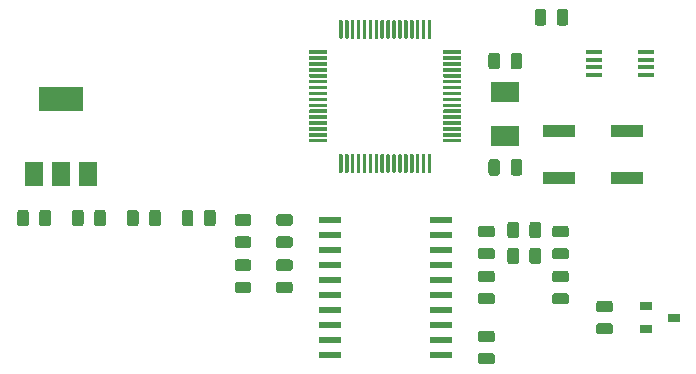
<source format=gbr>
G04 #@! TF.GenerationSoftware,KiCad,Pcbnew,(5.1.5)-3*
G04 #@! TF.CreationDate,2021-01-10T15:50:35-06:00*
G04 #@! TF.ProjectId,Power-SupplementalMonitoringPCB,506f7765-722d-4537-9570-706c656d656e,rev?*
G04 #@! TF.SameCoordinates,Original*
G04 #@! TF.FileFunction,Paste,Top*
G04 #@! TF.FilePolarity,Positive*
%FSLAX46Y46*%
G04 Gerber Fmt 4.6, Leading zero omitted, Abs format (unit mm)*
G04 Created by KiCad (PCBNEW (5.1.5)-3) date 2021-01-10 15:50:35*
%MOMM*%
%LPD*%
G04 APERTURE LIST*
%ADD10C,0.100000*%
%ADD11R,2.750000X1.000000*%
%ADD12R,1.500000X2.000000*%
%ADD13R,3.800000X2.000000*%
%ADD14R,1.950000X0.600000*%
%ADD15R,1.450000X0.450000*%
%ADD16R,2.400000X1.700000*%
%ADD17R,1.000000X0.700000*%
G04 APERTURE END LIST*
D10*
G36*
X145905142Y-70901174D02*
G01*
X145928803Y-70904684D01*
X145952007Y-70910496D01*
X145974529Y-70918554D01*
X145996153Y-70928782D01*
X146016670Y-70941079D01*
X146035883Y-70955329D01*
X146053607Y-70971393D01*
X146069671Y-70989117D01*
X146083921Y-71008330D01*
X146096218Y-71028847D01*
X146106446Y-71050471D01*
X146114504Y-71072993D01*
X146120316Y-71096197D01*
X146123826Y-71119858D01*
X146125000Y-71143750D01*
X146125000Y-72056250D01*
X146123826Y-72080142D01*
X146120316Y-72103803D01*
X146114504Y-72127007D01*
X146106446Y-72149529D01*
X146096218Y-72171153D01*
X146083921Y-72191670D01*
X146069671Y-72210883D01*
X146053607Y-72228607D01*
X146035883Y-72244671D01*
X146016670Y-72258921D01*
X145996153Y-72271218D01*
X145974529Y-72281446D01*
X145952007Y-72289504D01*
X145928803Y-72295316D01*
X145905142Y-72298826D01*
X145881250Y-72300000D01*
X145393750Y-72300000D01*
X145369858Y-72298826D01*
X145346197Y-72295316D01*
X145322993Y-72289504D01*
X145300471Y-72281446D01*
X145278847Y-72271218D01*
X145258330Y-72258921D01*
X145239117Y-72244671D01*
X145221393Y-72228607D01*
X145205329Y-72210883D01*
X145191079Y-72191670D01*
X145178782Y-72171153D01*
X145168554Y-72149529D01*
X145160496Y-72127007D01*
X145154684Y-72103803D01*
X145151174Y-72080142D01*
X145150000Y-72056250D01*
X145150000Y-71143750D01*
X145151174Y-71119858D01*
X145154684Y-71096197D01*
X145160496Y-71072993D01*
X145168554Y-71050471D01*
X145178782Y-71028847D01*
X145191079Y-71008330D01*
X145205329Y-70989117D01*
X145221393Y-70971393D01*
X145239117Y-70955329D01*
X145258330Y-70941079D01*
X145278847Y-70928782D01*
X145300471Y-70918554D01*
X145322993Y-70910496D01*
X145346197Y-70904684D01*
X145369858Y-70901174D01*
X145393750Y-70900000D01*
X145881250Y-70900000D01*
X145905142Y-70901174D01*
G37*
G36*
X144030142Y-70901174D02*
G01*
X144053803Y-70904684D01*
X144077007Y-70910496D01*
X144099529Y-70918554D01*
X144121153Y-70928782D01*
X144141670Y-70941079D01*
X144160883Y-70955329D01*
X144178607Y-70971393D01*
X144194671Y-70989117D01*
X144208921Y-71008330D01*
X144221218Y-71028847D01*
X144231446Y-71050471D01*
X144239504Y-71072993D01*
X144245316Y-71096197D01*
X144248826Y-71119858D01*
X144250000Y-71143750D01*
X144250000Y-72056250D01*
X144248826Y-72080142D01*
X144245316Y-72103803D01*
X144239504Y-72127007D01*
X144231446Y-72149529D01*
X144221218Y-72171153D01*
X144208921Y-72191670D01*
X144194671Y-72210883D01*
X144178607Y-72228607D01*
X144160883Y-72244671D01*
X144141670Y-72258921D01*
X144121153Y-72271218D01*
X144099529Y-72281446D01*
X144077007Y-72289504D01*
X144053803Y-72295316D01*
X144030142Y-72298826D01*
X144006250Y-72300000D01*
X143518750Y-72300000D01*
X143494858Y-72298826D01*
X143471197Y-72295316D01*
X143447993Y-72289504D01*
X143425471Y-72281446D01*
X143403847Y-72271218D01*
X143383330Y-72258921D01*
X143364117Y-72244671D01*
X143346393Y-72228607D01*
X143330329Y-72210883D01*
X143316079Y-72191670D01*
X143303782Y-72171153D01*
X143293554Y-72149529D01*
X143285496Y-72127007D01*
X143279684Y-72103803D01*
X143276174Y-72080142D01*
X143275000Y-72056250D01*
X143275000Y-71143750D01*
X143276174Y-71119858D01*
X143279684Y-71096197D01*
X143285496Y-71072993D01*
X143293554Y-71050471D01*
X143303782Y-71028847D01*
X143316079Y-71008330D01*
X143330329Y-70989117D01*
X143346393Y-70971393D01*
X143364117Y-70955329D01*
X143383330Y-70941079D01*
X143403847Y-70928782D01*
X143425471Y-70918554D01*
X143447993Y-70910496D01*
X143471197Y-70904684D01*
X143494858Y-70901174D01*
X143518750Y-70900000D01*
X144006250Y-70900000D01*
X144030142Y-70901174D01*
G37*
D11*
X151075000Y-81200000D03*
X145325000Y-81200000D03*
X145325000Y-85200000D03*
X151075000Y-85200000D03*
D12*
X100900000Y-84850000D03*
X105500000Y-84850000D03*
X103200000Y-84850000D03*
D13*
X103200000Y-78550000D03*
D10*
G36*
X114180142Y-87901174D02*
G01*
X114203803Y-87904684D01*
X114227007Y-87910496D01*
X114249529Y-87918554D01*
X114271153Y-87928782D01*
X114291670Y-87941079D01*
X114310883Y-87955329D01*
X114328607Y-87971393D01*
X114344671Y-87989117D01*
X114358921Y-88008330D01*
X114371218Y-88028847D01*
X114381446Y-88050471D01*
X114389504Y-88072993D01*
X114395316Y-88096197D01*
X114398826Y-88119858D01*
X114400000Y-88143750D01*
X114400000Y-89056250D01*
X114398826Y-89080142D01*
X114395316Y-89103803D01*
X114389504Y-89127007D01*
X114381446Y-89149529D01*
X114371218Y-89171153D01*
X114358921Y-89191670D01*
X114344671Y-89210883D01*
X114328607Y-89228607D01*
X114310883Y-89244671D01*
X114291670Y-89258921D01*
X114271153Y-89271218D01*
X114249529Y-89281446D01*
X114227007Y-89289504D01*
X114203803Y-89295316D01*
X114180142Y-89298826D01*
X114156250Y-89300000D01*
X113668750Y-89300000D01*
X113644858Y-89298826D01*
X113621197Y-89295316D01*
X113597993Y-89289504D01*
X113575471Y-89281446D01*
X113553847Y-89271218D01*
X113533330Y-89258921D01*
X113514117Y-89244671D01*
X113496393Y-89228607D01*
X113480329Y-89210883D01*
X113466079Y-89191670D01*
X113453782Y-89171153D01*
X113443554Y-89149529D01*
X113435496Y-89127007D01*
X113429684Y-89103803D01*
X113426174Y-89080142D01*
X113425000Y-89056250D01*
X113425000Y-88143750D01*
X113426174Y-88119858D01*
X113429684Y-88096197D01*
X113435496Y-88072993D01*
X113443554Y-88050471D01*
X113453782Y-88028847D01*
X113466079Y-88008330D01*
X113480329Y-87989117D01*
X113496393Y-87971393D01*
X113514117Y-87955329D01*
X113533330Y-87941079D01*
X113553847Y-87928782D01*
X113575471Y-87918554D01*
X113597993Y-87910496D01*
X113621197Y-87904684D01*
X113644858Y-87901174D01*
X113668750Y-87900000D01*
X114156250Y-87900000D01*
X114180142Y-87901174D01*
G37*
G36*
X116055142Y-87901174D02*
G01*
X116078803Y-87904684D01*
X116102007Y-87910496D01*
X116124529Y-87918554D01*
X116146153Y-87928782D01*
X116166670Y-87941079D01*
X116185883Y-87955329D01*
X116203607Y-87971393D01*
X116219671Y-87989117D01*
X116233921Y-88008330D01*
X116246218Y-88028847D01*
X116256446Y-88050471D01*
X116264504Y-88072993D01*
X116270316Y-88096197D01*
X116273826Y-88119858D01*
X116275000Y-88143750D01*
X116275000Y-89056250D01*
X116273826Y-89080142D01*
X116270316Y-89103803D01*
X116264504Y-89127007D01*
X116256446Y-89149529D01*
X116246218Y-89171153D01*
X116233921Y-89191670D01*
X116219671Y-89210883D01*
X116203607Y-89228607D01*
X116185883Y-89244671D01*
X116166670Y-89258921D01*
X116146153Y-89271218D01*
X116124529Y-89281446D01*
X116102007Y-89289504D01*
X116078803Y-89295316D01*
X116055142Y-89298826D01*
X116031250Y-89300000D01*
X115543750Y-89300000D01*
X115519858Y-89298826D01*
X115496197Y-89295316D01*
X115472993Y-89289504D01*
X115450471Y-89281446D01*
X115428847Y-89271218D01*
X115408330Y-89258921D01*
X115389117Y-89244671D01*
X115371393Y-89228607D01*
X115355329Y-89210883D01*
X115341079Y-89191670D01*
X115328782Y-89171153D01*
X115318554Y-89149529D01*
X115310496Y-89127007D01*
X115304684Y-89103803D01*
X115301174Y-89080142D01*
X115300000Y-89056250D01*
X115300000Y-88143750D01*
X115301174Y-88119858D01*
X115304684Y-88096197D01*
X115310496Y-88072993D01*
X115318554Y-88050471D01*
X115328782Y-88028847D01*
X115341079Y-88008330D01*
X115355329Y-87989117D01*
X115371393Y-87971393D01*
X115389117Y-87955329D01*
X115408330Y-87941079D01*
X115428847Y-87928782D01*
X115450471Y-87918554D01*
X115472993Y-87910496D01*
X115496197Y-87904684D01*
X115519858Y-87901174D01*
X115543750Y-87900000D01*
X116031250Y-87900000D01*
X116055142Y-87901174D01*
G37*
G36*
X111405142Y-87901174D02*
G01*
X111428803Y-87904684D01*
X111452007Y-87910496D01*
X111474529Y-87918554D01*
X111496153Y-87928782D01*
X111516670Y-87941079D01*
X111535883Y-87955329D01*
X111553607Y-87971393D01*
X111569671Y-87989117D01*
X111583921Y-88008330D01*
X111596218Y-88028847D01*
X111606446Y-88050471D01*
X111614504Y-88072993D01*
X111620316Y-88096197D01*
X111623826Y-88119858D01*
X111625000Y-88143750D01*
X111625000Y-89056250D01*
X111623826Y-89080142D01*
X111620316Y-89103803D01*
X111614504Y-89127007D01*
X111606446Y-89149529D01*
X111596218Y-89171153D01*
X111583921Y-89191670D01*
X111569671Y-89210883D01*
X111553607Y-89228607D01*
X111535883Y-89244671D01*
X111516670Y-89258921D01*
X111496153Y-89271218D01*
X111474529Y-89281446D01*
X111452007Y-89289504D01*
X111428803Y-89295316D01*
X111405142Y-89298826D01*
X111381250Y-89300000D01*
X110893750Y-89300000D01*
X110869858Y-89298826D01*
X110846197Y-89295316D01*
X110822993Y-89289504D01*
X110800471Y-89281446D01*
X110778847Y-89271218D01*
X110758330Y-89258921D01*
X110739117Y-89244671D01*
X110721393Y-89228607D01*
X110705329Y-89210883D01*
X110691079Y-89191670D01*
X110678782Y-89171153D01*
X110668554Y-89149529D01*
X110660496Y-89127007D01*
X110654684Y-89103803D01*
X110651174Y-89080142D01*
X110650000Y-89056250D01*
X110650000Y-88143750D01*
X110651174Y-88119858D01*
X110654684Y-88096197D01*
X110660496Y-88072993D01*
X110668554Y-88050471D01*
X110678782Y-88028847D01*
X110691079Y-88008330D01*
X110705329Y-87989117D01*
X110721393Y-87971393D01*
X110739117Y-87955329D01*
X110758330Y-87941079D01*
X110778847Y-87928782D01*
X110800471Y-87918554D01*
X110822993Y-87910496D01*
X110846197Y-87904684D01*
X110869858Y-87901174D01*
X110893750Y-87900000D01*
X111381250Y-87900000D01*
X111405142Y-87901174D01*
G37*
G36*
X109530142Y-87901174D02*
G01*
X109553803Y-87904684D01*
X109577007Y-87910496D01*
X109599529Y-87918554D01*
X109621153Y-87928782D01*
X109641670Y-87941079D01*
X109660883Y-87955329D01*
X109678607Y-87971393D01*
X109694671Y-87989117D01*
X109708921Y-88008330D01*
X109721218Y-88028847D01*
X109731446Y-88050471D01*
X109739504Y-88072993D01*
X109745316Y-88096197D01*
X109748826Y-88119858D01*
X109750000Y-88143750D01*
X109750000Y-89056250D01*
X109748826Y-89080142D01*
X109745316Y-89103803D01*
X109739504Y-89127007D01*
X109731446Y-89149529D01*
X109721218Y-89171153D01*
X109708921Y-89191670D01*
X109694671Y-89210883D01*
X109678607Y-89228607D01*
X109660883Y-89244671D01*
X109641670Y-89258921D01*
X109621153Y-89271218D01*
X109599529Y-89281446D01*
X109577007Y-89289504D01*
X109553803Y-89295316D01*
X109530142Y-89298826D01*
X109506250Y-89300000D01*
X109018750Y-89300000D01*
X108994858Y-89298826D01*
X108971197Y-89295316D01*
X108947993Y-89289504D01*
X108925471Y-89281446D01*
X108903847Y-89271218D01*
X108883330Y-89258921D01*
X108864117Y-89244671D01*
X108846393Y-89228607D01*
X108830329Y-89210883D01*
X108816079Y-89191670D01*
X108803782Y-89171153D01*
X108793554Y-89149529D01*
X108785496Y-89127007D01*
X108779684Y-89103803D01*
X108776174Y-89080142D01*
X108775000Y-89056250D01*
X108775000Y-88143750D01*
X108776174Y-88119858D01*
X108779684Y-88096197D01*
X108785496Y-88072993D01*
X108793554Y-88050471D01*
X108803782Y-88028847D01*
X108816079Y-88008330D01*
X108830329Y-87989117D01*
X108846393Y-87971393D01*
X108864117Y-87955329D01*
X108883330Y-87941079D01*
X108903847Y-87928782D01*
X108925471Y-87918554D01*
X108947993Y-87910496D01*
X108971197Y-87904684D01*
X108994858Y-87901174D01*
X109018750Y-87900000D01*
X109506250Y-87900000D01*
X109530142Y-87901174D01*
G37*
D14*
X135330000Y-88775000D03*
X135330000Y-90045000D03*
X135330000Y-91315000D03*
X135330000Y-92585000D03*
X135330000Y-93855000D03*
X135330000Y-95125000D03*
X135330000Y-96395000D03*
X135330000Y-97665000D03*
X135330000Y-98935000D03*
X135330000Y-100205000D03*
X125930000Y-100205000D03*
X125930000Y-98935000D03*
X125930000Y-97665000D03*
X125930000Y-96395000D03*
X125930000Y-95125000D03*
X125930000Y-93855000D03*
X125930000Y-92585000D03*
X125930000Y-91315000D03*
X125930000Y-90045000D03*
X125930000Y-88775000D03*
D15*
X152700000Y-74525000D03*
X152700000Y-75175000D03*
X152700000Y-75825000D03*
X152700000Y-76475000D03*
X148300000Y-76475000D03*
X148300000Y-75825000D03*
X148300000Y-75175000D03*
X148300000Y-74525000D03*
D16*
X140800000Y-77950000D03*
X140800000Y-81650000D03*
D17*
X155100000Y-97030000D03*
X152700000Y-97980000D03*
X152700000Y-96080000D03*
D10*
G36*
X134462351Y-83200361D02*
G01*
X134469632Y-83201441D01*
X134476771Y-83203229D01*
X134483701Y-83205709D01*
X134490355Y-83208856D01*
X134496668Y-83212640D01*
X134502579Y-83217024D01*
X134508033Y-83221967D01*
X134512976Y-83227421D01*
X134517360Y-83233332D01*
X134521144Y-83239645D01*
X134524291Y-83246299D01*
X134526771Y-83253229D01*
X134528559Y-83260368D01*
X134529639Y-83267649D01*
X134530000Y-83275000D01*
X134530000Y-84675000D01*
X134529639Y-84682351D01*
X134528559Y-84689632D01*
X134526771Y-84696771D01*
X134524291Y-84703701D01*
X134521144Y-84710355D01*
X134517360Y-84716668D01*
X134512976Y-84722579D01*
X134508033Y-84728033D01*
X134502579Y-84732976D01*
X134496668Y-84737360D01*
X134490355Y-84741144D01*
X134483701Y-84744291D01*
X134476771Y-84746771D01*
X134469632Y-84748559D01*
X134462351Y-84749639D01*
X134455000Y-84750000D01*
X134305000Y-84750000D01*
X134297649Y-84749639D01*
X134290368Y-84748559D01*
X134283229Y-84746771D01*
X134276299Y-84744291D01*
X134269645Y-84741144D01*
X134263332Y-84737360D01*
X134257421Y-84732976D01*
X134251967Y-84728033D01*
X134247024Y-84722579D01*
X134242640Y-84716668D01*
X134238856Y-84710355D01*
X134235709Y-84703701D01*
X134233229Y-84696771D01*
X134231441Y-84689632D01*
X134230361Y-84682351D01*
X134230000Y-84675000D01*
X134230000Y-83275000D01*
X134230361Y-83267649D01*
X134231441Y-83260368D01*
X134233229Y-83253229D01*
X134235709Y-83246299D01*
X134238856Y-83239645D01*
X134242640Y-83233332D01*
X134247024Y-83227421D01*
X134251967Y-83221967D01*
X134257421Y-83217024D01*
X134263332Y-83212640D01*
X134269645Y-83208856D01*
X134276299Y-83205709D01*
X134283229Y-83203229D01*
X134290368Y-83201441D01*
X134297649Y-83200361D01*
X134305000Y-83200000D01*
X134455000Y-83200000D01*
X134462351Y-83200361D01*
G37*
G36*
X133962351Y-83200361D02*
G01*
X133969632Y-83201441D01*
X133976771Y-83203229D01*
X133983701Y-83205709D01*
X133990355Y-83208856D01*
X133996668Y-83212640D01*
X134002579Y-83217024D01*
X134008033Y-83221967D01*
X134012976Y-83227421D01*
X134017360Y-83233332D01*
X134021144Y-83239645D01*
X134024291Y-83246299D01*
X134026771Y-83253229D01*
X134028559Y-83260368D01*
X134029639Y-83267649D01*
X134030000Y-83275000D01*
X134030000Y-84675000D01*
X134029639Y-84682351D01*
X134028559Y-84689632D01*
X134026771Y-84696771D01*
X134024291Y-84703701D01*
X134021144Y-84710355D01*
X134017360Y-84716668D01*
X134012976Y-84722579D01*
X134008033Y-84728033D01*
X134002579Y-84732976D01*
X133996668Y-84737360D01*
X133990355Y-84741144D01*
X133983701Y-84744291D01*
X133976771Y-84746771D01*
X133969632Y-84748559D01*
X133962351Y-84749639D01*
X133955000Y-84750000D01*
X133805000Y-84750000D01*
X133797649Y-84749639D01*
X133790368Y-84748559D01*
X133783229Y-84746771D01*
X133776299Y-84744291D01*
X133769645Y-84741144D01*
X133763332Y-84737360D01*
X133757421Y-84732976D01*
X133751967Y-84728033D01*
X133747024Y-84722579D01*
X133742640Y-84716668D01*
X133738856Y-84710355D01*
X133735709Y-84703701D01*
X133733229Y-84696771D01*
X133731441Y-84689632D01*
X133730361Y-84682351D01*
X133730000Y-84675000D01*
X133730000Y-83275000D01*
X133730361Y-83267649D01*
X133731441Y-83260368D01*
X133733229Y-83253229D01*
X133735709Y-83246299D01*
X133738856Y-83239645D01*
X133742640Y-83233332D01*
X133747024Y-83227421D01*
X133751967Y-83221967D01*
X133757421Y-83217024D01*
X133763332Y-83212640D01*
X133769645Y-83208856D01*
X133776299Y-83205709D01*
X133783229Y-83203229D01*
X133790368Y-83201441D01*
X133797649Y-83200361D01*
X133805000Y-83200000D01*
X133955000Y-83200000D01*
X133962351Y-83200361D01*
G37*
G36*
X133462351Y-83200361D02*
G01*
X133469632Y-83201441D01*
X133476771Y-83203229D01*
X133483701Y-83205709D01*
X133490355Y-83208856D01*
X133496668Y-83212640D01*
X133502579Y-83217024D01*
X133508033Y-83221967D01*
X133512976Y-83227421D01*
X133517360Y-83233332D01*
X133521144Y-83239645D01*
X133524291Y-83246299D01*
X133526771Y-83253229D01*
X133528559Y-83260368D01*
X133529639Y-83267649D01*
X133530000Y-83275000D01*
X133530000Y-84675000D01*
X133529639Y-84682351D01*
X133528559Y-84689632D01*
X133526771Y-84696771D01*
X133524291Y-84703701D01*
X133521144Y-84710355D01*
X133517360Y-84716668D01*
X133512976Y-84722579D01*
X133508033Y-84728033D01*
X133502579Y-84732976D01*
X133496668Y-84737360D01*
X133490355Y-84741144D01*
X133483701Y-84744291D01*
X133476771Y-84746771D01*
X133469632Y-84748559D01*
X133462351Y-84749639D01*
X133455000Y-84750000D01*
X133305000Y-84750000D01*
X133297649Y-84749639D01*
X133290368Y-84748559D01*
X133283229Y-84746771D01*
X133276299Y-84744291D01*
X133269645Y-84741144D01*
X133263332Y-84737360D01*
X133257421Y-84732976D01*
X133251967Y-84728033D01*
X133247024Y-84722579D01*
X133242640Y-84716668D01*
X133238856Y-84710355D01*
X133235709Y-84703701D01*
X133233229Y-84696771D01*
X133231441Y-84689632D01*
X133230361Y-84682351D01*
X133230000Y-84675000D01*
X133230000Y-83275000D01*
X133230361Y-83267649D01*
X133231441Y-83260368D01*
X133233229Y-83253229D01*
X133235709Y-83246299D01*
X133238856Y-83239645D01*
X133242640Y-83233332D01*
X133247024Y-83227421D01*
X133251967Y-83221967D01*
X133257421Y-83217024D01*
X133263332Y-83212640D01*
X133269645Y-83208856D01*
X133276299Y-83205709D01*
X133283229Y-83203229D01*
X133290368Y-83201441D01*
X133297649Y-83200361D01*
X133305000Y-83200000D01*
X133455000Y-83200000D01*
X133462351Y-83200361D01*
G37*
G36*
X132962351Y-83200361D02*
G01*
X132969632Y-83201441D01*
X132976771Y-83203229D01*
X132983701Y-83205709D01*
X132990355Y-83208856D01*
X132996668Y-83212640D01*
X133002579Y-83217024D01*
X133008033Y-83221967D01*
X133012976Y-83227421D01*
X133017360Y-83233332D01*
X133021144Y-83239645D01*
X133024291Y-83246299D01*
X133026771Y-83253229D01*
X133028559Y-83260368D01*
X133029639Y-83267649D01*
X133030000Y-83275000D01*
X133030000Y-84675000D01*
X133029639Y-84682351D01*
X133028559Y-84689632D01*
X133026771Y-84696771D01*
X133024291Y-84703701D01*
X133021144Y-84710355D01*
X133017360Y-84716668D01*
X133012976Y-84722579D01*
X133008033Y-84728033D01*
X133002579Y-84732976D01*
X132996668Y-84737360D01*
X132990355Y-84741144D01*
X132983701Y-84744291D01*
X132976771Y-84746771D01*
X132969632Y-84748559D01*
X132962351Y-84749639D01*
X132955000Y-84750000D01*
X132805000Y-84750000D01*
X132797649Y-84749639D01*
X132790368Y-84748559D01*
X132783229Y-84746771D01*
X132776299Y-84744291D01*
X132769645Y-84741144D01*
X132763332Y-84737360D01*
X132757421Y-84732976D01*
X132751967Y-84728033D01*
X132747024Y-84722579D01*
X132742640Y-84716668D01*
X132738856Y-84710355D01*
X132735709Y-84703701D01*
X132733229Y-84696771D01*
X132731441Y-84689632D01*
X132730361Y-84682351D01*
X132730000Y-84675000D01*
X132730000Y-83275000D01*
X132730361Y-83267649D01*
X132731441Y-83260368D01*
X132733229Y-83253229D01*
X132735709Y-83246299D01*
X132738856Y-83239645D01*
X132742640Y-83233332D01*
X132747024Y-83227421D01*
X132751967Y-83221967D01*
X132757421Y-83217024D01*
X132763332Y-83212640D01*
X132769645Y-83208856D01*
X132776299Y-83205709D01*
X132783229Y-83203229D01*
X132790368Y-83201441D01*
X132797649Y-83200361D01*
X132805000Y-83200000D01*
X132955000Y-83200000D01*
X132962351Y-83200361D01*
G37*
G36*
X132462351Y-83200361D02*
G01*
X132469632Y-83201441D01*
X132476771Y-83203229D01*
X132483701Y-83205709D01*
X132490355Y-83208856D01*
X132496668Y-83212640D01*
X132502579Y-83217024D01*
X132508033Y-83221967D01*
X132512976Y-83227421D01*
X132517360Y-83233332D01*
X132521144Y-83239645D01*
X132524291Y-83246299D01*
X132526771Y-83253229D01*
X132528559Y-83260368D01*
X132529639Y-83267649D01*
X132530000Y-83275000D01*
X132530000Y-84675000D01*
X132529639Y-84682351D01*
X132528559Y-84689632D01*
X132526771Y-84696771D01*
X132524291Y-84703701D01*
X132521144Y-84710355D01*
X132517360Y-84716668D01*
X132512976Y-84722579D01*
X132508033Y-84728033D01*
X132502579Y-84732976D01*
X132496668Y-84737360D01*
X132490355Y-84741144D01*
X132483701Y-84744291D01*
X132476771Y-84746771D01*
X132469632Y-84748559D01*
X132462351Y-84749639D01*
X132455000Y-84750000D01*
X132305000Y-84750000D01*
X132297649Y-84749639D01*
X132290368Y-84748559D01*
X132283229Y-84746771D01*
X132276299Y-84744291D01*
X132269645Y-84741144D01*
X132263332Y-84737360D01*
X132257421Y-84732976D01*
X132251967Y-84728033D01*
X132247024Y-84722579D01*
X132242640Y-84716668D01*
X132238856Y-84710355D01*
X132235709Y-84703701D01*
X132233229Y-84696771D01*
X132231441Y-84689632D01*
X132230361Y-84682351D01*
X132230000Y-84675000D01*
X132230000Y-83275000D01*
X132230361Y-83267649D01*
X132231441Y-83260368D01*
X132233229Y-83253229D01*
X132235709Y-83246299D01*
X132238856Y-83239645D01*
X132242640Y-83233332D01*
X132247024Y-83227421D01*
X132251967Y-83221967D01*
X132257421Y-83217024D01*
X132263332Y-83212640D01*
X132269645Y-83208856D01*
X132276299Y-83205709D01*
X132283229Y-83203229D01*
X132290368Y-83201441D01*
X132297649Y-83200361D01*
X132305000Y-83200000D01*
X132455000Y-83200000D01*
X132462351Y-83200361D01*
G37*
G36*
X131962351Y-83200361D02*
G01*
X131969632Y-83201441D01*
X131976771Y-83203229D01*
X131983701Y-83205709D01*
X131990355Y-83208856D01*
X131996668Y-83212640D01*
X132002579Y-83217024D01*
X132008033Y-83221967D01*
X132012976Y-83227421D01*
X132017360Y-83233332D01*
X132021144Y-83239645D01*
X132024291Y-83246299D01*
X132026771Y-83253229D01*
X132028559Y-83260368D01*
X132029639Y-83267649D01*
X132030000Y-83275000D01*
X132030000Y-84675000D01*
X132029639Y-84682351D01*
X132028559Y-84689632D01*
X132026771Y-84696771D01*
X132024291Y-84703701D01*
X132021144Y-84710355D01*
X132017360Y-84716668D01*
X132012976Y-84722579D01*
X132008033Y-84728033D01*
X132002579Y-84732976D01*
X131996668Y-84737360D01*
X131990355Y-84741144D01*
X131983701Y-84744291D01*
X131976771Y-84746771D01*
X131969632Y-84748559D01*
X131962351Y-84749639D01*
X131955000Y-84750000D01*
X131805000Y-84750000D01*
X131797649Y-84749639D01*
X131790368Y-84748559D01*
X131783229Y-84746771D01*
X131776299Y-84744291D01*
X131769645Y-84741144D01*
X131763332Y-84737360D01*
X131757421Y-84732976D01*
X131751967Y-84728033D01*
X131747024Y-84722579D01*
X131742640Y-84716668D01*
X131738856Y-84710355D01*
X131735709Y-84703701D01*
X131733229Y-84696771D01*
X131731441Y-84689632D01*
X131730361Y-84682351D01*
X131730000Y-84675000D01*
X131730000Y-83275000D01*
X131730361Y-83267649D01*
X131731441Y-83260368D01*
X131733229Y-83253229D01*
X131735709Y-83246299D01*
X131738856Y-83239645D01*
X131742640Y-83233332D01*
X131747024Y-83227421D01*
X131751967Y-83221967D01*
X131757421Y-83217024D01*
X131763332Y-83212640D01*
X131769645Y-83208856D01*
X131776299Y-83205709D01*
X131783229Y-83203229D01*
X131790368Y-83201441D01*
X131797649Y-83200361D01*
X131805000Y-83200000D01*
X131955000Y-83200000D01*
X131962351Y-83200361D01*
G37*
G36*
X131462351Y-83200361D02*
G01*
X131469632Y-83201441D01*
X131476771Y-83203229D01*
X131483701Y-83205709D01*
X131490355Y-83208856D01*
X131496668Y-83212640D01*
X131502579Y-83217024D01*
X131508033Y-83221967D01*
X131512976Y-83227421D01*
X131517360Y-83233332D01*
X131521144Y-83239645D01*
X131524291Y-83246299D01*
X131526771Y-83253229D01*
X131528559Y-83260368D01*
X131529639Y-83267649D01*
X131530000Y-83275000D01*
X131530000Y-84675000D01*
X131529639Y-84682351D01*
X131528559Y-84689632D01*
X131526771Y-84696771D01*
X131524291Y-84703701D01*
X131521144Y-84710355D01*
X131517360Y-84716668D01*
X131512976Y-84722579D01*
X131508033Y-84728033D01*
X131502579Y-84732976D01*
X131496668Y-84737360D01*
X131490355Y-84741144D01*
X131483701Y-84744291D01*
X131476771Y-84746771D01*
X131469632Y-84748559D01*
X131462351Y-84749639D01*
X131455000Y-84750000D01*
X131305000Y-84750000D01*
X131297649Y-84749639D01*
X131290368Y-84748559D01*
X131283229Y-84746771D01*
X131276299Y-84744291D01*
X131269645Y-84741144D01*
X131263332Y-84737360D01*
X131257421Y-84732976D01*
X131251967Y-84728033D01*
X131247024Y-84722579D01*
X131242640Y-84716668D01*
X131238856Y-84710355D01*
X131235709Y-84703701D01*
X131233229Y-84696771D01*
X131231441Y-84689632D01*
X131230361Y-84682351D01*
X131230000Y-84675000D01*
X131230000Y-83275000D01*
X131230361Y-83267649D01*
X131231441Y-83260368D01*
X131233229Y-83253229D01*
X131235709Y-83246299D01*
X131238856Y-83239645D01*
X131242640Y-83233332D01*
X131247024Y-83227421D01*
X131251967Y-83221967D01*
X131257421Y-83217024D01*
X131263332Y-83212640D01*
X131269645Y-83208856D01*
X131276299Y-83205709D01*
X131283229Y-83203229D01*
X131290368Y-83201441D01*
X131297649Y-83200361D01*
X131305000Y-83200000D01*
X131455000Y-83200000D01*
X131462351Y-83200361D01*
G37*
G36*
X130962351Y-83200361D02*
G01*
X130969632Y-83201441D01*
X130976771Y-83203229D01*
X130983701Y-83205709D01*
X130990355Y-83208856D01*
X130996668Y-83212640D01*
X131002579Y-83217024D01*
X131008033Y-83221967D01*
X131012976Y-83227421D01*
X131017360Y-83233332D01*
X131021144Y-83239645D01*
X131024291Y-83246299D01*
X131026771Y-83253229D01*
X131028559Y-83260368D01*
X131029639Y-83267649D01*
X131030000Y-83275000D01*
X131030000Y-84675000D01*
X131029639Y-84682351D01*
X131028559Y-84689632D01*
X131026771Y-84696771D01*
X131024291Y-84703701D01*
X131021144Y-84710355D01*
X131017360Y-84716668D01*
X131012976Y-84722579D01*
X131008033Y-84728033D01*
X131002579Y-84732976D01*
X130996668Y-84737360D01*
X130990355Y-84741144D01*
X130983701Y-84744291D01*
X130976771Y-84746771D01*
X130969632Y-84748559D01*
X130962351Y-84749639D01*
X130955000Y-84750000D01*
X130805000Y-84750000D01*
X130797649Y-84749639D01*
X130790368Y-84748559D01*
X130783229Y-84746771D01*
X130776299Y-84744291D01*
X130769645Y-84741144D01*
X130763332Y-84737360D01*
X130757421Y-84732976D01*
X130751967Y-84728033D01*
X130747024Y-84722579D01*
X130742640Y-84716668D01*
X130738856Y-84710355D01*
X130735709Y-84703701D01*
X130733229Y-84696771D01*
X130731441Y-84689632D01*
X130730361Y-84682351D01*
X130730000Y-84675000D01*
X130730000Y-83275000D01*
X130730361Y-83267649D01*
X130731441Y-83260368D01*
X130733229Y-83253229D01*
X130735709Y-83246299D01*
X130738856Y-83239645D01*
X130742640Y-83233332D01*
X130747024Y-83227421D01*
X130751967Y-83221967D01*
X130757421Y-83217024D01*
X130763332Y-83212640D01*
X130769645Y-83208856D01*
X130776299Y-83205709D01*
X130783229Y-83203229D01*
X130790368Y-83201441D01*
X130797649Y-83200361D01*
X130805000Y-83200000D01*
X130955000Y-83200000D01*
X130962351Y-83200361D01*
G37*
G36*
X130462351Y-83200361D02*
G01*
X130469632Y-83201441D01*
X130476771Y-83203229D01*
X130483701Y-83205709D01*
X130490355Y-83208856D01*
X130496668Y-83212640D01*
X130502579Y-83217024D01*
X130508033Y-83221967D01*
X130512976Y-83227421D01*
X130517360Y-83233332D01*
X130521144Y-83239645D01*
X130524291Y-83246299D01*
X130526771Y-83253229D01*
X130528559Y-83260368D01*
X130529639Y-83267649D01*
X130530000Y-83275000D01*
X130530000Y-84675000D01*
X130529639Y-84682351D01*
X130528559Y-84689632D01*
X130526771Y-84696771D01*
X130524291Y-84703701D01*
X130521144Y-84710355D01*
X130517360Y-84716668D01*
X130512976Y-84722579D01*
X130508033Y-84728033D01*
X130502579Y-84732976D01*
X130496668Y-84737360D01*
X130490355Y-84741144D01*
X130483701Y-84744291D01*
X130476771Y-84746771D01*
X130469632Y-84748559D01*
X130462351Y-84749639D01*
X130455000Y-84750000D01*
X130305000Y-84750000D01*
X130297649Y-84749639D01*
X130290368Y-84748559D01*
X130283229Y-84746771D01*
X130276299Y-84744291D01*
X130269645Y-84741144D01*
X130263332Y-84737360D01*
X130257421Y-84732976D01*
X130251967Y-84728033D01*
X130247024Y-84722579D01*
X130242640Y-84716668D01*
X130238856Y-84710355D01*
X130235709Y-84703701D01*
X130233229Y-84696771D01*
X130231441Y-84689632D01*
X130230361Y-84682351D01*
X130230000Y-84675000D01*
X130230000Y-83275000D01*
X130230361Y-83267649D01*
X130231441Y-83260368D01*
X130233229Y-83253229D01*
X130235709Y-83246299D01*
X130238856Y-83239645D01*
X130242640Y-83233332D01*
X130247024Y-83227421D01*
X130251967Y-83221967D01*
X130257421Y-83217024D01*
X130263332Y-83212640D01*
X130269645Y-83208856D01*
X130276299Y-83205709D01*
X130283229Y-83203229D01*
X130290368Y-83201441D01*
X130297649Y-83200361D01*
X130305000Y-83200000D01*
X130455000Y-83200000D01*
X130462351Y-83200361D01*
G37*
G36*
X129962351Y-83200361D02*
G01*
X129969632Y-83201441D01*
X129976771Y-83203229D01*
X129983701Y-83205709D01*
X129990355Y-83208856D01*
X129996668Y-83212640D01*
X130002579Y-83217024D01*
X130008033Y-83221967D01*
X130012976Y-83227421D01*
X130017360Y-83233332D01*
X130021144Y-83239645D01*
X130024291Y-83246299D01*
X130026771Y-83253229D01*
X130028559Y-83260368D01*
X130029639Y-83267649D01*
X130030000Y-83275000D01*
X130030000Y-84675000D01*
X130029639Y-84682351D01*
X130028559Y-84689632D01*
X130026771Y-84696771D01*
X130024291Y-84703701D01*
X130021144Y-84710355D01*
X130017360Y-84716668D01*
X130012976Y-84722579D01*
X130008033Y-84728033D01*
X130002579Y-84732976D01*
X129996668Y-84737360D01*
X129990355Y-84741144D01*
X129983701Y-84744291D01*
X129976771Y-84746771D01*
X129969632Y-84748559D01*
X129962351Y-84749639D01*
X129955000Y-84750000D01*
X129805000Y-84750000D01*
X129797649Y-84749639D01*
X129790368Y-84748559D01*
X129783229Y-84746771D01*
X129776299Y-84744291D01*
X129769645Y-84741144D01*
X129763332Y-84737360D01*
X129757421Y-84732976D01*
X129751967Y-84728033D01*
X129747024Y-84722579D01*
X129742640Y-84716668D01*
X129738856Y-84710355D01*
X129735709Y-84703701D01*
X129733229Y-84696771D01*
X129731441Y-84689632D01*
X129730361Y-84682351D01*
X129730000Y-84675000D01*
X129730000Y-83275000D01*
X129730361Y-83267649D01*
X129731441Y-83260368D01*
X129733229Y-83253229D01*
X129735709Y-83246299D01*
X129738856Y-83239645D01*
X129742640Y-83233332D01*
X129747024Y-83227421D01*
X129751967Y-83221967D01*
X129757421Y-83217024D01*
X129763332Y-83212640D01*
X129769645Y-83208856D01*
X129776299Y-83205709D01*
X129783229Y-83203229D01*
X129790368Y-83201441D01*
X129797649Y-83200361D01*
X129805000Y-83200000D01*
X129955000Y-83200000D01*
X129962351Y-83200361D01*
G37*
G36*
X129462351Y-83200361D02*
G01*
X129469632Y-83201441D01*
X129476771Y-83203229D01*
X129483701Y-83205709D01*
X129490355Y-83208856D01*
X129496668Y-83212640D01*
X129502579Y-83217024D01*
X129508033Y-83221967D01*
X129512976Y-83227421D01*
X129517360Y-83233332D01*
X129521144Y-83239645D01*
X129524291Y-83246299D01*
X129526771Y-83253229D01*
X129528559Y-83260368D01*
X129529639Y-83267649D01*
X129530000Y-83275000D01*
X129530000Y-84675000D01*
X129529639Y-84682351D01*
X129528559Y-84689632D01*
X129526771Y-84696771D01*
X129524291Y-84703701D01*
X129521144Y-84710355D01*
X129517360Y-84716668D01*
X129512976Y-84722579D01*
X129508033Y-84728033D01*
X129502579Y-84732976D01*
X129496668Y-84737360D01*
X129490355Y-84741144D01*
X129483701Y-84744291D01*
X129476771Y-84746771D01*
X129469632Y-84748559D01*
X129462351Y-84749639D01*
X129455000Y-84750000D01*
X129305000Y-84750000D01*
X129297649Y-84749639D01*
X129290368Y-84748559D01*
X129283229Y-84746771D01*
X129276299Y-84744291D01*
X129269645Y-84741144D01*
X129263332Y-84737360D01*
X129257421Y-84732976D01*
X129251967Y-84728033D01*
X129247024Y-84722579D01*
X129242640Y-84716668D01*
X129238856Y-84710355D01*
X129235709Y-84703701D01*
X129233229Y-84696771D01*
X129231441Y-84689632D01*
X129230361Y-84682351D01*
X129230000Y-84675000D01*
X129230000Y-83275000D01*
X129230361Y-83267649D01*
X129231441Y-83260368D01*
X129233229Y-83253229D01*
X129235709Y-83246299D01*
X129238856Y-83239645D01*
X129242640Y-83233332D01*
X129247024Y-83227421D01*
X129251967Y-83221967D01*
X129257421Y-83217024D01*
X129263332Y-83212640D01*
X129269645Y-83208856D01*
X129276299Y-83205709D01*
X129283229Y-83203229D01*
X129290368Y-83201441D01*
X129297649Y-83200361D01*
X129305000Y-83200000D01*
X129455000Y-83200000D01*
X129462351Y-83200361D01*
G37*
G36*
X128962351Y-83200361D02*
G01*
X128969632Y-83201441D01*
X128976771Y-83203229D01*
X128983701Y-83205709D01*
X128990355Y-83208856D01*
X128996668Y-83212640D01*
X129002579Y-83217024D01*
X129008033Y-83221967D01*
X129012976Y-83227421D01*
X129017360Y-83233332D01*
X129021144Y-83239645D01*
X129024291Y-83246299D01*
X129026771Y-83253229D01*
X129028559Y-83260368D01*
X129029639Y-83267649D01*
X129030000Y-83275000D01*
X129030000Y-84675000D01*
X129029639Y-84682351D01*
X129028559Y-84689632D01*
X129026771Y-84696771D01*
X129024291Y-84703701D01*
X129021144Y-84710355D01*
X129017360Y-84716668D01*
X129012976Y-84722579D01*
X129008033Y-84728033D01*
X129002579Y-84732976D01*
X128996668Y-84737360D01*
X128990355Y-84741144D01*
X128983701Y-84744291D01*
X128976771Y-84746771D01*
X128969632Y-84748559D01*
X128962351Y-84749639D01*
X128955000Y-84750000D01*
X128805000Y-84750000D01*
X128797649Y-84749639D01*
X128790368Y-84748559D01*
X128783229Y-84746771D01*
X128776299Y-84744291D01*
X128769645Y-84741144D01*
X128763332Y-84737360D01*
X128757421Y-84732976D01*
X128751967Y-84728033D01*
X128747024Y-84722579D01*
X128742640Y-84716668D01*
X128738856Y-84710355D01*
X128735709Y-84703701D01*
X128733229Y-84696771D01*
X128731441Y-84689632D01*
X128730361Y-84682351D01*
X128730000Y-84675000D01*
X128730000Y-83275000D01*
X128730361Y-83267649D01*
X128731441Y-83260368D01*
X128733229Y-83253229D01*
X128735709Y-83246299D01*
X128738856Y-83239645D01*
X128742640Y-83233332D01*
X128747024Y-83227421D01*
X128751967Y-83221967D01*
X128757421Y-83217024D01*
X128763332Y-83212640D01*
X128769645Y-83208856D01*
X128776299Y-83205709D01*
X128783229Y-83203229D01*
X128790368Y-83201441D01*
X128797649Y-83200361D01*
X128805000Y-83200000D01*
X128955000Y-83200000D01*
X128962351Y-83200361D01*
G37*
G36*
X128462351Y-83200361D02*
G01*
X128469632Y-83201441D01*
X128476771Y-83203229D01*
X128483701Y-83205709D01*
X128490355Y-83208856D01*
X128496668Y-83212640D01*
X128502579Y-83217024D01*
X128508033Y-83221967D01*
X128512976Y-83227421D01*
X128517360Y-83233332D01*
X128521144Y-83239645D01*
X128524291Y-83246299D01*
X128526771Y-83253229D01*
X128528559Y-83260368D01*
X128529639Y-83267649D01*
X128530000Y-83275000D01*
X128530000Y-84675000D01*
X128529639Y-84682351D01*
X128528559Y-84689632D01*
X128526771Y-84696771D01*
X128524291Y-84703701D01*
X128521144Y-84710355D01*
X128517360Y-84716668D01*
X128512976Y-84722579D01*
X128508033Y-84728033D01*
X128502579Y-84732976D01*
X128496668Y-84737360D01*
X128490355Y-84741144D01*
X128483701Y-84744291D01*
X128476771Y-84746771D01*
X128469632Y-84748559D01*
X128462351Y-84749639D01*
X128455000Y-84750000D01*
X128305000Y-84750000D01*
X128297649Y-84749639D01*
X128290368Y-84748559D01*
X128283229Y-84746771D01*
X128276299Y-84744291D01*
X128269645Y-84741144D01*
X128263332Y-84737360D01*
X128257421Y-84732976D01*
X128251967Y-84728033D01*
X128247024Y-84722579D01*
X128242640Y-84716668D01*
X128238856Y-84710355D01*
X128235709Y-84703701D01*
X128233229Y-84696771D01*
X128231441Y-84689632D01*
X128230361Y-84682351D01*
X128230000Y-84675000D01*
X128230000Y-83275000D01*
X128230361Y-83267649D01*
X128231441Y-83260368D01*
X128233229Y-83253229D01*
X128235709Y-83246299D01*
X128238856Y-83239645D01*
X128242640Y-83233332D01*
X128247024Y-83227421D01*
X128251967Y-83221967D01*
X128257421Y-83217024D01*
X128263332Y-83212640D01*
X128269645Y-83208856D01*
X128276299Y-83205709D01*
X128283229Y-83203229D01*
X128290368Y-83201441D01*
X128297649Y-83200361D01*
X128305000Y-83200000D01*
X128455000Y-83200000D01*
X128462351Y-83200361D01*
G37*
G36*
X127962351Y-83200361D02*
G01*
X127969632Y-83201441D01*
X127976771Y-83203229D01*
X127983701Y-83205709D01*
X127990355Y-83208856D01*
X127996668Y-83212640D01*
X128002579Y-83217024D01*
X128008033Y-83221967D01*
X128012976Y-83227421D01*
X128017360Y-83233332D01*
X128021144Y-83239645D01*
X128024291Y-83246299D01*
X128026771Y-83253229D01*
X128028559Y-83260368D01*
X128029639Y-83267649D01*
X128030000Y-83275000D01*
X128030000Y-84675000D01*
X128029639Y-84682351D01*
X128028559Y-84689632D01*
X128026771Y-84696771D01*
X128024291Y-84703701D01*
X128021144Y-84710355D01*
X128017360Y-84716668D01*
X128012976Y-84722579D01*
X128008033Y-84728033D01*
X128002579Y-84732976D01*
X127996668Y-84737360D01*
X127990355Y-84741144D01*
X127983701Y-84744291D01*
X127976771Y-84746771D01*
X127969632Y-84748559D01*
X127962351Y-84749639D01*
X127955000Y-84750000D01*
X127805000Y-84750000D01*
X127797649Y-84749639D01*
X127790368Y-84748559D01*
X127783229Y-84746771D01*
X127776299Y-84744291D01*
X127769645Y-84741144D01*
X127763332Y-84737360D01*
X127757421Y-84732976D01*
X127751967Y-84728033D01*
X127747024Y-84722579D01*
X127742640Y-84716668D01*
X127738856Y-84710355D01*
X127735709Y-84703701D01*
X127733229Y-84696771D01*
X127731441Y-84689632D01*
X127730361Y-84682351D01*
X127730000Y-84675000D01*
X127730000Y-83275000D01*
X127730361Y-83267649D01*
X127731441Y-83260368D01*
X127733229Y-83253229D01*
X127735709Y-83246299D01*
X127738856Y-83239645D01*
X127742640Y-83233332D01*
X127747024Y-83227421D01*
X127751967Y-83221967D01*
X127757421Y-83217024D01*
X127763332Y-83212640D01*
X127769645Y-83208856D01*
X127776299Y-83205709D01*
X127783229Y-83203229D01*
X127790368Y-83201441D01*
X127797649Y-83200361D01*
X127805000Y-83200000D01*
X127955000Y-83200000D01*
X127962351Y-83200361D01*
G37*
G36*
X127462351Y-83200361D02*
G01*
X127469632Y-83201441D01*
X127476771Y-83203229D01*
X127483701Y-83205709D01*
X127490355Y-83208856D01*
X127496668Y-83212640D01*
X127502579Y-83217024D01*
X127508033Y-83221967D01*
X127512976Y-83227421D01*
X127517360Y-83233332D01*
X127521144Y-83239645D01*
X127524291Y-83246299D01*
X127526771Y-83253229D01*
X127528559Y-83260368D01*
X127529639Y-83267649D01*
X127530000Y-83275000D01*
X127530000Y-84675000D01*
X127529639Y-84682351D01*
X127528559Y-84689632D01*
X127526771Y-84696771D01*
X127524291Y-84703701D01*
X127521144Y-84710355D01*
X127517360Y-84716668D01*
X127512976Y-84722579D01*
X127508033Y-84728033D01*
X127502579Y-84732976D01*
X127496668Y-84737360D01*
X127490355Y-84741144D01*
X127483701Y-84744291D01*
X127476771Y-84746771D01*
X127469632Y-84748559D01*
X127462351Y-84749639D01*
X127455000Y-84750000D01*
X127305000Y-84750000D01*
X127297649Y-84749639D01*
X127290368Y-84748559D01*
X127283229Y-84746771D01*
X127276299Y-84744291D01*
X127269645Y-84741144D01*
X127263332Y-84737360D01*
X127257421Y-84732976D01*
X127251967Y-84728033D01*
X127247024Y-84722579D01*
X127242640Y-84716668D01*
X127238856Y-84710355D01*
X127235709Y-84703701D01*
X127233229Y-84696771D01*
X127231441Y-84689632D01*
X127230361Y-84682351D01*
X127230000Y-84675000D01*
X127230000Y-83275000D01*
X127230361Y-83267649D01*
X127231441Y-83260368D01*
X127233229Y-83253229D01*
X127235709Y-83246299D01*
X127238856Y-83239645D01*
X127242640Y-83233332D01*
X127247024Y-83227421D01*
X127251967Y-83221967D01*
X127257421Y-83217024D01*
X127263332Y-83212640D01*
X127269645Y-83208856D01*
X127276299Y-83205709D01*
X127283229Y-83203229D01*
X127290368Y-83201441D01*
X127297649Y-83200361D01*
X127305000Y-83200000D01*
X127455000Y-83200000D01*
X127462351Y-83200361D01*
G37*
G36*
X126962351Y-83200361D02*
G01*
X126969632Y-83201441D01*
X126976771Y-83203229D01*
X126983701Y-83205709D01*
X126990355Y-83208856D01*
X126996668Y-83212640D01*
X127002579Y-83217024D01*
X127008033Y-83221967D01*
X127012976Y-83227421D01*
X127017360Y-83233332D01*
X127021144Y-83239645D01*
X127024291Y-83246299D01*
X127026771Y-83253229D01*
X127028559Y-83260368D01*
X127029639Y-83267649D01*
X127030000Y-83275000D01*
X127030000Y-84675000D01*
X127029639Y-84682351D01*
X127028559Y-84689632D01*
X127026771Y-84696771D01*
X127024291Y-84703701D01*
X127021144Y-84710355D01*
X127017360Y-84716668D01*
X127012976Y-84722579D01*
X127008033Y-84728033D01*
X127002579Y-84732976D01*
X126996668Y-84737360D01*
X126990355Y-84741144D01*
X126983701Y-84744291D01*
X126976771Y-84746771D01*
X126969632Y-84748559D01*
X126962351Y-84749639D01*
X126955000Y-84750000D01*
X126805000Y-84750000D01*
X126797649Y-84749639D01*
X126790368Y-84748559D01*
X126783229Y-84746771D01*
X126776299Y-84744291D01*
X126769645Y-84741144D01*
X126763332Y-84737360D01*
X126757421Y-84732976D01*
X126751967Y-84728033D01*
X126747024Y-84722579D01*
X126742640Y-84716668D01*
X126738856Y-84710355D01*
X126735709Y-84703701D01*
X126733229Y-84696771D01*
X126731441Y-84689632D01*
X126730361Y-84682351D01*
X126730000Y-84675000D01*
X126730000Y-83275000D01*
X126730361Y-83267649D01*
X126731441Y-83260368D01*
X126733229Y-83253229D01*
X126735709Y-83246299D01*
X126738856Y-83239645D01*
X126742640Y-83233332D01*
X126747024Y-83227421D01*
X126751967Y-83221967D01*
X126757421Y-83217024D01*
X126763332Y-83212640D01*
X126769645Y-83208856D01*
X126776299Y-83205709D01*
X126783229Y-83203229D01*
X126790368Y-83201441D01*
X126797649Y-83200361D01*
X126805000Y-83200000D01*
X126955000Y-83200000D01*
X126962351Y-83200361D01*
G37*
G36*
X125662351Y-81900361D02*
G01*
X125669632Y-81901441D01*
X125676771Y-81903229D01*
X125683701Y-81905709D01*
X125690355Y-81908856D01*
X125696668Y-81912640D01*
X125702579Y-81917024D01*
X125708033Y-81921967D01*
X125712976Y-81927421D01*
X125717360Y-81933332D01*
X125721144Y-81939645D01*
X125724291Y-81946299D01*
X125726771Y-81953229D01*
X125728559Y-81960368D01*
X125729639Y-81967649D01*
X125730000Y-81975000D01*
X125730000Y-82125000D01*
X125729639Y-82132351D01*
X125728559Y-82139632D01*
X125726771Y-82146771D01*
X125724291Y-82153701D01*
X125721144Y-82160355D01*
X125717360Y-82166668D01*
X125712976Y-82172579D01*
X125708033Y-82178033D01*
X125702579Y-82182976D01*
X125696668Y-82187360D01*
X125690355Y-82191144D01*
X125683701Y-82194291D01*
X125676771Y-82196771D01*
X125669632Y-82198559D01*
X125662351Y-82199639D01*
X125655000Y-82200000D01*
X124255000Y-82200000D01*
X124247649Y-82199639D01*
X124240368Y-82198559D01*
X124233229Y-82196771D01*
X124226299Y-82194291D01*
X124219645Y-82191144D01*
X124213332Y-82187360D01*
X124207421Y-82182976D01*
X124201967Y-82178033D01*
X124197024Y-82172579D01*
X124192640Y-82166668D01*
X124188856Y-82160355D01*
X124185709Y-82153701D01*
X124183229Y-82146771D01*
X124181441Y-82139632D01*
X124180361Y-82132351D01*
X124180000Y-82125000D01*
X124180000Y-81975000D01*
X124180361Y-81967649D01*
X124181441Y-81960368D01*
X124183229Y-81953229D01*
X124185709Y-81946299D01*
X124188856Y-81939645D01*
X124192640Y-81933332D01*
X124197024Y-81927421D01*
X124201967Y-81921967D01*
X124207421Y-81917024D01*
X124213332Y-81912640D01*
X124219645Y-81908856D01*
X124226299Y-81905709D01*
X124233229Y-81903229D01*
X124240368Y-81901441D01*
X124247649Y-81900361D01*
X124255000Y-81900000D01*
X125655000Y-81900000D01*
X125662351Y-81900361D01*
G37*
G36*
X125662351Y-81400361D02*
G01*
X125669632Y-81401441D01*
X125676771Y-81403229D01*
X125683701Y-81405709D01*
X125690355Y-81408856D01*
X125696668Y-81412640D01*
X125702579Y-81417024D01*
X125708033Y-81421967D01*
X125712976Y-81427421D01*
X125717360Y-81433332D01*
X125721144Y-81439645D01*
X125724291Y-81446299D01*
X125726771Y-81453229D01*
X125728559Y-81460368D01*
X125729639Y-81467649D01*
X125730000Y-81475000D01*
X125730000Y-81625000D01*
X125729639Y-81632351D01*
X125728559Y-81639632D01*
X125726771Y-81646771D01*
X125724291Y-81653701D01*
X125721144Y-81660355D01*
X125717360Y-81666668D01*
X125712976Y-81672579D01*
X125708033Y-81678033D01*
X125702579Y-81682976D01*
X125696668Y-81687360D01*
X125690355Y-81691144D01*
X125683701Y-81694291D01*
X125676771Y-81696771D01*
X125669632Y-81698559D01*
X125662351Y-81699639D01*
X125655000Y-81700000D01*
X124255000Y-81700000D01*
X124247649Y-81699639D01*
X124240368Y-81698559D01*
X124233229Y-81696771D01*
X124226299Y-81694291D01*
X124219645Y-81691144D01*
X124213332Y-81687360D01*
X124207421Y-81682976D01*
X124201967Y-81678033D01*
X124197024Y-81672579D01*
X124192640Y-81666668D01*
X124188856Y-81660355D01*
X124185709Y-81653701D01*
X124183229Y-81646771D01*
X124181441Y-81639632D01*
X124180361Y-81632351D01*
X124180000Y-81625000D01*
X124180000Y-81475000D01*
X124180361Y-81467649D01*
X124181441Y-81460368D01*
X124183229Y-81453229D01*
X124185709Y-81446299D01*
X124188856Y-81439645D01*
X124192640Y-81433332D01*
X124197024Y-81427421D01*
X124201967Y-81421967D01*
X124207421Y-81417024D01*
X124213332Y-81412640D01*
X124219645Y-81408856D01*
X124226299Y-81405709D01*
X124233229Y-81403229D01*
X124240368Y-81401441D01*
X124247649Y-81400361D01*
X124255000Y-81400000D01*
X125655000Y-81400000D01*
X125662351Y-81400361D01*
G37*
G36*
X125662351Y-80900361D02*
G01*
X125669632Y-80901441D01*
X125676771Y-80903229D01*
X125683701Y-80905709D01*
X125690355Y-80908856D01*
X125696668Y-80912640D01*
X125702579Y-80917024D01*
X125708033Y-80921967D01*
X125712976Y-80927421D01*
X125717360Y-80933332D01*
X125721144Y-80939645D01*
X125724291Y-80946299D01*
X125726771Y-80953229D01*
X125728559Y-80960368D01*
X125729639Y-80967649D01*
X125730000Y-80975000D01*
X125730000Y-81125000D01*
X125729639Y-81132351D01*
X125728559Y-81139632D01*
X125726771Y-81146771D01*
X125724291Y-81153701D01*
X125721144Y-81160355D01*
X125717360Y-81166668D01*
X125712976Y-81172579D01*
X125708033Y-81178033D01*
X125702579Y-81182976D01*
X125696668Y-81187360D01*
X125690355Y-81191144D01*
X125683701Y-81194291D01*
X125676771Y-81196771D01*
X125669632Y-81198559D01*
X125662351Y-81199639D01*
X125655000Y-81200000D01*
X124255000Y-81200000D01*
X124247649Y-81199639D01*
X124240368Y-81198559D01*
X124233229Y-81196771D01*
X124226299Y-81194291D01*
X124219645Y-81191144D01*
X124213332Y-81187360D01*
X124207421Y-81182976D01*
X124201967Y-81178033D01*
X124197024Y-81172579D01*
X124192640Y-81166668D01*
X124188856Y-81160355D01*
X124185709Y-81153701D01*
X124183229Y-81146771D01*
X124181441Y-81139632D01*
X124180361Y-81132351D01*
X124180000Y-81125000D01*
X124180000Y-80975000D01*
X124180361Y-80967649D01*
X124181441Y-80960368D01*
X124183229Y-80953229D01*
X124185709Y-80946299D01*
X124188856Y-80939645D01*
X124192640Y-80933332D01*
X124197024Y-80927421D01*
X124201967Y-80921967D01*
X124207421Y-80917024D01*
X124213332Y-80912640D01*
X124219645Y-80908856D01*
X124226299Y-80905709D01*
X124233229Y-80903229D01*
X124240368Y-80901441D01*
X124247649Y-80900361D01*
X124255000Y-80900000D01*
X125655000Y-80900000D01*
X125662351Y-80900361D01*
G37*
G36*
X125662351Y-80400361D02*
G01*
X125669632Y-80401441D01*
X125676771Y-80403229D01*
X125683701Y-80405709D01*
X125690355Y-80408856D01*
X125696668Y-80412640D01*
X125702579Y-80417024D01*
X125708033Y-80421967D01*
X125712976Y-80427421D01*
X125717360Y-80433332D01*
X125721144Y-80439645D01*
X125724291Y-80446299D01*
X125726771Y-80453229D01*
X125728559Y-80460368D01*
X125729639Y-80467649D01*
X125730000Y-80475000D01*
X125730000Y-80625000D01*
X125729639Y-80632351D01*
X125728559Y-80639632D01*
X125726771Y-80646771D01*
X125724291Y-80653701D01*
X125721144Y-80660355D01*
X125717360Y-80666668D01*
X125712976Y-80672579D01*
X125708033Y-80678033D01*
X125702579Y-80682976D01*
X125696668Y-80687360D01*
X125690355Y-80691144D01*
X125683701Y-80694291D01*
X125676771Y-80696771D01*
X125669632Y-80698559D01*
X125662351Y-80699639D01*
X125655000Y-80700000D01*
X124255000Y-80700000D01*
X124247649Y-80699639D01*
X124240368Y-80698559D01*
X124233229Y-80696771D01*
X124226299Y-80694291D01*
X124219645Y-80691144D01*
X124213332Y-80687360D01*
X124207421Y-80682976D01*
X124201967Y-80678033D01*
X124197024Y-80672579D01*
X124192640Y-80666668D01*
X124188856Y-80660355D01*
X124185709Y-80653701D01*
X124183229Y-80646771D01*
X124181441Y-80639632D01*
X124180361Y-80632351D01*
X124180000Y-80625000D01*
X124180000Y-80475000D01*
X124180361Y-80467649D01*
X124181441Y-80460368D01*
X124183229Y-80453229D01*
X124185709Y-80446299D01*
X124188856Y-80439645D01*
X124192640Y-80433332D01*
X124197024Y-80427421D01*
X124201967Y-80421967D01*
X124207421Y-80417024D01*
X124213332Y-80412640D01*
X124219645Y-80408856D01*
X124226299Y-80405709D01*
X124233229Y-80403229D01*
X124240368Y-80401441D01*
X124247649Y-80400361D01*
X124255000Y-80400000D01*
X125655000Y-80400000D01*
X125662351Y-80400361D01*
G37*
G36*
X125662351Y-79900361D02*
G01*
X125669632Y-79901441D01*
X125676771Y-79903229D01*
X125683701Y-79905709D01*
X125690355Y-79908856D01*
X125696668Y-79912640D01*
X125702579Y-79917024D01*
X125708033Y-79921967D01*
X125712976Y-79927421D01*
X125717360Y-79933332D01*
X125721144Y-79939645D01*
X125724291Y-79946299D01*
X125726771Y-79953229D01*
X125728559Y-79960368D01*
X125729639Y-79967649D01*
X125730000Y-79975000D01*
X125730000Y-80125000D01*
X125729639Y-80132351D01*
X125728559Y-80139632D01*
X125726771Y-80146771D01*
X125724291Y-80153701D01*
X125721144Y-80160355D01*
X125717360Y-80166668D01*
X125712976Y-80172579D01*
X125708033Y-80178033D01*
X125702579Y-80182976D01*
X125696668Y-80187360D01*
X125690355Y-80191144D01*
X125683701Y-80194291D01*
X125676771Y-80196771D01*
X125669632Y-80198559D01*
X125662351Y-80199639D01*
X125655000Y-80200000D01*
X124255000Y-80200000D01*
X124247649Y-80199639D01*
X124240368Y-80198559D01*
X124233229Y-80196771D01*
X124226299Y-80194291D01*
X124219645Y-80191144D01*
X124213332Y-80187360D01*
X124207421Y-80182976D01*
X124201967Y-80178033D01*
X124197024Y-80172579D01*
X124192640Y-80166668D01*
X124188856Y-80160355D01*
X124185709Y-80153701D01*
X124183229Y-80146771D01*
X124181441Y-80139632D01*
X124180361Y-80132351D01*
X124180000Y-80125000D01*
X124180000Y-79975000D01*
X124180361Y-79967649D01*
X124181441Y-79960368D01*
X124183229Y-79953229D01*
X124185709Y-79946299D01*
X124188856Y-79939645D01*
X124192640Y-79933332D01*
X124197024Y-79927421D01*
X124201967Y-79921967D01*
X124207421Y-79917024D01*
X124213332Y-79912640D01*
X124219645Y-79908856D01*
X124226299Y-79905709D01*
X124233229Y-79903229D01*
X124240368Y-79901441D01*
X124247649Y-79900361D01*
X124255000Y-79900000D01*
X125655000Y-79900000D01*
X125662351Y-79900361D01*
G37*
G36*
X125662351Y-79400361D02*
G01*
X125669632Y-79401441D01*
X125676771Y-79403229D01*
X125683701Y-79405709D01*
X125690355Y-79408856D01*
X125696668Y-79412640D01*
X125702579Y-79417024D01*
X125708033Y-79421967D01*
X125712976Y-79427421D01*
X125717360Y-79433332D01*
X125721144Y-79439645D01*
X125724291Y-79446299D01*
X125726771Y-79453229D01*
X125728559Y-79460368D01*
X125729639Y-79467649D01*
X125730000Y-79475000D01*
X125730000Y-79625000D01*
X125729639Y-79632351D01*
X125728559Y-79639632D01*
X125726771Y-79646771D01*
X125724291Y-79653701D01*
X125721144Y-79660355D01*
X125717360Y-79666668D01*
X125712976Y-79672579D01*
X125708033Y-79678033D01*
X125702579Y-79682976D01*
X125696668Y-79687360D01*
X125690355Y-79691144D01*
X125683701Y-79694291D01*
X125676771Y-79696771D01*
X125669632Y-79698559D01*
X125662351Y-79699639D01*
X125655000Y-79700000D01*
X124255000Y-79700000D01*
X124247649Y-79699639D01*
X124240368Y-79698559D01*
X124233229Y-79696771D01*
X124226299Y-79694291D01*
X124219645Y-79691144D01*
X124213332Y-79687360D01*
X124207421Y-79682976D01*
X124201967Y-79678033D01*
X124197024Y-79672579D01*
X124192640Y-79666668D01*
X124188856Y-79660355D01*
X124185709Y-79653701D01*
X124183229Y-79646771D01*
X124181441Y-79639632D01*
X124180361Y-79632351D01*
X124180000Y-79625000D01*
X124180000Y-79475000D01*
X124180361Y-79467649D01*
X124181441Y-79460368D01*
X124183229Y-79453229D01*
X124185709Y-79446299D01*
X124188856Y-79439645D01*
X124192640Y-79433332D01*
X124197024Y-79427421D01*
X124201967Y-79421967D01*
X124207421Y-79417024D01*
X124213332Y-79412640D01*
X124219645Y-79408856D01*
X124226299Y-79405709D01*
X124233229Y-79403229D01*
X124240368Y-79401441D01*
X124247649Y-79400361D01*
X124255000Y-79400000D01*
X125655000Y-79400000D01*
X125662351Y-79400361D01*
G37*
G36*
X125662351Y-78900361D02*
G01*
X125669632Y-78901441D01*
X125676771Y-78903229D01*
X125683701Y-78905709D01*
X125690355Y-78908856D01*
X125696668Y-78912640D01*
X125702579Y-78917024D01*
X125708033Y-78921967D01*
X125712976Y-78927421D01*
X125717360Y-78933332D01*
X125721144Y-78939645D01*
X125724291Y-78946299D01*
X125726771Y-78953229D01*
X125728559Y-78960368D01*
X125729639Y-78967649D01*
X125730000Y-78975000D01*
X125730000Y-79125000D01*
X125729639Y-79132351D01*
X125728559Y-79139632D01*
X125726771Y-79146771D01*
X125724291Y-79153701D01*
X125721144Y-79160355D01*
X125717360Y-79166668D01*
X125712976Y-79172579D01*
X125708033Y-79178033D01*
X125702579Y-79182976D01*
X125696668Y-79187360D01*
X125690355Y-79191144D01*
X125683701Y-79194291D01*
X125676771Y-79196771D01*
X125669632Y-79198559D01*
X125662351Y-79199639D01*
X125655000Y-79200000D01*
X124255000Y-79200000D01*
X124247649Y-79199639D01*
X124240368Y-79198559D01*
X124233229Y-79196771D01*
X124226299Y-79194291D01*
X124219645Y-79191144D01*
X124213332Y-79187360D01*
X124207421Y-79182976D01*
X124201967Y-79178033D01*
X124197024Y-79172579D01*
X124192640Y-79166668D01*
X124188856Y-79160355D01*
X124185709Y-79153701D01*
X124183229Y-79146771D01*
X124181441Y-79139632D01*
X124180361Y-79132351D01*
X124180000Y-79125000D01*
X124180000Y-78975000D01*
X124180361Y-78967649D01*
X124181441Y-78960368D01*
X124183229Y-78953229D01*
X124185709Y-78946299D01*
X124188856Y-78939645D01*
X124192640Y-78933332D01*
X124197024Y-78927421D01*
X124201967Y-78921967D01*
X124207421Y-78917024D01*
X124213332Y-78912640D01*
X124219645Y-78908856D01*
X124226299Y-78905709D01*
X124233229Y-78903229D01*
X124240368Y-78901441D01*
X124247649Y-78900361D01*
X124255000Y-78900000D01*
X125655000Y-78900000D01*
X125662351Y-78900361D01*
G37*
G36*
X125662351Y-78400361D02*
G01*
X125669632Y-78401441D01*
X125676771Y-78403229D01*
X125683701Y-78405709D01*
X125690355Y-78408856D01*
X125696668Y-78412640D01*
X125702579Y-78417024D01*
X125708033Y-78421967D01*
X125712976Y-78427421D01*
X125717360Y-78433332D01*
X125721144Y-78439645D01*
X125724291Y-78446299D01*
X125726771Y-78453229D01*
X125728559Y-78460368D01*
X125729639Y-78467649D01*
X125730000Y-78475000D01*
X125730000Y-78625000D01*
X125729639Y-78632351D01*
X125728559Y-78639632D01*
X125726771Y-78646771D01*
X125724291Y-78653701D01*
X125721144Y-78660355D01*
X125717360Y-78666668D01*
X125712976Y-78672579D01*
X125708033Y-78678033D01*
X125702579Y-78682976D01*
X125696668Y-78687360D01*
X125690355Y-78691144D01*
X125683701Y-78694291D01*
X125676771Y-78696771D01*
X125669632Y-78698559D01*
X125662351Y-78699639D01*
X125655000Y-78700000D01*
X124255000Y-78700000D01*
X124247649Y-78699639D01*
X124240368Y-78698559D01*
X124233229Y-78696771D01*
X124226299Y-78694291D01*
X124219645Y-78691144D01*
X124213332Y-78687360D01*
X124207421Y-78682976D01*
X124201967Y-78678033D01*
X124197024Y-78672579D01*
X124192640Y-78666668D01*
X124188856Y-78660355D01*
X124185709Y-78653701D01*
X124183229Y-78646771D01*
X124181441Y-78639632D01*
X124180361Y-78632351D01*
X124180000Y-78625000D01*
X124180000Y-78475000D01*
X124180361Y-78467649D01*
X124181441Y-78460368D01*
X124183229Y-78453229D01*
X124185709Y-78446299D01*
X124188856Y-78439645D01*
X124192640Y-78433332D01*
X124197024Y-78427421D01*
X124201967Y-78421967D01*
X124207421Y-78417024D01*
X124213332Y-78412640D01*
X124219645Y-78408856D01*
X124226299Y-78405709D01*
X124233229Y-78403229D01*
X124240368Y-78401441D01*
X124247649Y-78400361D01*
X124255000Y-78400000D01*
X125655000Y-78400000D01*
X125662351Y-78400361D01*
G37*
G36*
X125662351Y-77900361D02*
G01*
X125669632Y-77901441D01*
X125676771Y-77903229D01*
X125683701Y-77905709D01*
X125690355Y-77908856D01*
X125696668Y-77912640D01*
X125702579Y-77917024D01*
X125708033Y-77921967D01*
X125712976Y-77927421D01*
X125717360Y-77933332D01*
X125721144Y-77939645D01*
X125724291Y-77946299D01*
X125726771Y-77953229D01*
X125728559Y-77960368D01*
X125729639Y-77967649D01*
X125730000Y-77975000D01*
X125730000Y-78125000D01*
X125729639Y-78132351D01*
X125728559Y-78139632D01*
X125726771Y-78146771D01*
X125724291Y-78153701D01*
X125721144Y-78160355D01*
X125717360Y-78166668D01*
X125712976Y-78172579D01*
X125708033Y-78178033D01*
X125702579Y-78182976D01*
X125696668Y-78187360D01*
X125690355Y-78191144D01*
X125683701Y-78194291D01*
X125676771Y-78196771D01*
X125669632Y-78198559D01*
X125662351Y-78199639D01*
X125655000Y-78200000D01*
X124255000Y-78200000D01*
X124247649Y-78199639D01*
X124240368Y-78198559D01*
X124233229Y-78196771D01*
X124226299Y-78194291D01*
X124219645Y-78191144D01*
X124213332Y-78187360D01*
X124207421Y-78182976D01*
X124201967Y-78178033D01*
X124197024Y-78172579D01*
X124192640Y-78166668D01*
X124188856Y-78160355D01*
X124185709Y-78153701D01*
X124183229Y-78146771D01*
X124181441Y-78139632D01*
X124180361Y-78132351D01*
X124180000Y-78125000D01*
X124180000Y-77975000D01*
X124180361Y-77967649D01*
X124181441Y-77960368D01*
X124183229Y-77953229D01*
X124185709Y-77946299D01*
X124188856Y-77939645D01*
X124192640Y-77933332D01*
X124197024Y-77927421D01*
X124201967Y-77921967D01*
X124207421Y-77917024D01*
X124213332Y-77912640D01*
X124219645Y-77908856D01*
X124226299Y-77905709D01*
X124233229Y-77903229D01*
X124240368Y-77901441D01*
X124247649Y-77900361D01*
X124255000Y-77900000D01*
X125655000Y-77900000D01*
X125662351Y-77900361D01*
G37*
G36*
X125662351Y-77400361D02*
G01*
X125669632Y-77401441D01*
X125676771Y-77403229D01*
X125683701Y-77405709D01*
X125690355Y-77408856D01*
X125696668Y-77412640D01*
X125702579Y-77417024D01*
X125708033Y-77421967D01*
X125712976Y-77427421D01*
X125717360Y-77433332D01*
X125721144Y-77439645D01*
X125724291Y-77446299D01*
X125726771Y-77453229D01*
X125728559Y-77460368D01*
X125729639Y-77467649D01*
X125730000Y-77475000D01*
X125730000Y-77625000D01*
X125729639Y-77632351D01*
X125728559Y-77639632D01*
X125726771Y-77646771D01*
X125724291Y-77653701D01*
X125721144Y-77660355D01*
X125717360Y-77666668D01*
X125712976Y-77672579D01*
X125708033Y-77678033D01*
X125702579Y-77682976D01*
X125696668Y-77687360D01*
X125690355Y-77691144D01*
X125683701Y-77694291D01*
X125676771Y-77696771D01*
X125669632Y-77698559D01*
X125662351Y-77699639D01*
X125655000Y-77700000D01*
X124255000Y-77700000D01*
X124247649Y-77699639D01*
X124240368Y-77698559D01*
X124233229Y-77696771D01*
X124226299Y-77694291D01*
X124219645Y-77691144D01*
X124213332Y-77687360D01*
X124207421Y-77682976D01*
X124201967Y-77678033D01*
X124197024Y-77672579D01*
X124192640Y-77666668D01*
X124188856Y-77660355D01*
X124185709Y-77653701D01*
X124183229Y-77646771D01*
X124181441Y-77639632D01*
X124180361Y-77632351D01*
X124180000Y-77625000D01*
X124180000Y-77475000D01*
X124180361Y-77467649D01*
X124181441Y-77460368D01*
X124183229Y-77453229D01*
X124185709Y-77446299D01*
X124188856Y-77439645D01*
X124192640Y-77433332D01*
X124197024Y-77427421D01*
X124201967Y-77421967D01*
X124207421Y-77417024D01*
X124213332Y-77412640D01*
X124219645Y-77408856D01*
X124226299Y-77405709D01*
X124233229Y-77403229D01*
X124240368Y-77401441D01*
X124247649Y-77400361D01*
X124255000Y-77400000D01*
X125655000Y-77400000D01*
X125662351Y-77400361D01*
G37*
G36*
X125662351Y-76900361D02*
G01*
X125669632Y-76901441D01*
X125676771Y-76903229D01*
X125683701Y-76905709D01*
X125690355Y-76908856D01*
X125696668Y-76912640D01*
X125702579Y-76917024D01*
X125708033Y-76921967D01*
X125712976Y-76927421D01*
X125717360Y-76933332D01*
X125721144Y-76939645D01*
X125724291Y-76946299D01*
X125726771Y-76953229D01*
X125728559Y-76960368D01*
X125729639Y-76967649D01*
X125730000Y-76975000D01*
X125730000Y-77125000D01*
X125729639Y-77132351D01*
X125728559Y-77139632D01*
X125726771Y-77146771D01*
X125724291Y-77153701D01*
X125721144Y-77160355D01*
X125717360Y-77166668D01*
X125712976Y-77172579D01*
X125708033Y-77178033D01*
X125702579Y-77182976D01*
X125696668Y-77187360D01*
X125690355Y-77191144D01*
X125683701Y-77194291D01*
X125676771Y-77196771D01*
X125669632Y-77198559D01*
X125662351Y-77199639D01*
X125655000Y-77200000D01*
X124255000Y-77200000D01*
X124247649Y-77199639D01*
X124240368Y-77198559D01*
X124233229Y-77196771D01*
X124226299Y-77194291D01*
X124219645Y-77191144D01*
X124213332Y-77187360D01*
X124207421Y-77182976D01*
X124201967Y-77178033D01*
X124197024Y-77172579D01*
X124192640Y-77166668D01*
X124188856Y-77160355D01*
X124185709Y-77153701D01*
X124183229Y-77146771D01*
X124181441Y-77139632D01*
X124180361Y-77132351D01*
X124180000Y-77125000D01*
X124180000Y-76975000D01*
X124180361Y-76967649D01*
X124181441Y-76960368D01*
X124183229Y-76953229D01*
X124185709Y-76946299D01*
X124188856Y-76939645D01*
X124192640Y-76933332D01*
X124197024Y-76927421D01*
X124201967Y-76921967D01*
X124207421Y-76917024D01*
X124213332Y-76912640D01*
X124219645Y-76908856D01*
X124226299Y-76905709D01*
X124233229Y-76903229D01*
X124240368Y-76901441D01*
X124247649Y-76900361D01*
X124255000Y-76900000D01*
X125655000Y-76900000D01*
X125662351Y-76900361D01*
G37*
G36*
X125662351Y-76400361D02*
G01*
X125669632Y-76401441D01*
X125676771Y-76403229D01*
X125683701Y-76405709D01*
X125690355Y-76408856D01*
X125696668Y-76412640D01*
X125702579Y-76417024D01*
X125708033Y-76421967D01*
X125712976Y-76427421D01*
X125717360Y-76433332D01*
X125721144Y-76439645D01*
X125724291Y-76446299D01*
X125726771Y-76453229D01*
X125728559Y-76460368D01*
X125729639Y-76467649D01*
X125730000Y-76475000D01*
X125730000Y-76625000D01*
X125729639Y-76632351D01*
X125728559Y-76639632D01*
X125726771Y-76646771D01*
X125724291Y-76653701D01*
X125721144Y-76660355D01*
X125717360Y-76666668D01*
X125712976Y-76672579D01*
X125708033Y-76678033D01*
X125702579Y-76682976D01*
X125696668Y-76687360D01*
X125690355Y-76691144D01*
X125683701Y-76694291D01*
X125676771Y-76696771D01*
X125669632Y-76698559D01*
X125662351Y-76699639D01*
X125655000Y-76700000D01*
X124255000Y-76700000D01*
X124247649Y-76699639D01*
X124240368Y-76698559D01*
X124233229Y-76696771D01*
X124226299Y-76694291D01*
X124219645Y-76691144D01*
X124213332Y-76687360D01*
X124207421Y-76682976D01*
X124201967Y-76678033D01*
X124197024Y-76672579D01*
X124192640Y-76666668D01*
X124188856Y-76660355D01*
X124185709Y-76653701D01*
X124183229Y-76646771D01*
X124181441Y-76639632D01*
X124180361Y-76632351D01*
X124180000Y-76625000D01*
X124180000Y-76475000D01*
X124180361Y-76467649D01*
X124181441Y-76460368D01*
X124183229Y-76453229D01*
X124185709Y-76446299D01*
X124188856Y-76439645D01*
X124192640Y-76433332D01*
X124197024Y-76427421D01*
X124201967Y-76421967D01*
X124207421Y-76417024D01*
X124213332Y-76412640D01*
X124219645Y-76408856D01*
X124226299Y-76405709D01*
X124233229Y-76403229D01*
X124240368Y-76401441D01*
X124247649Y-76400361D01*
X124255000Y-76400000D01*
X125655000Y-76400000D01*
X125662351Y-76400361D01*
G37*
G36*
X125662351Y-75900361D02*
G01*
X125669632Y-75901441D01*
X125676771Y-75903229D01*
X125683701Y-75905709D01*
X125690355Y-75908856D01*
X125696668Y-75912640D01*
X125702579Y-75917024D01*
X125708033Y-75921967D01*
X125712976Y-75927421D01*
X125717360Y-75933332D01*
X125721144Y-75939645D01*
X125724291Y-75946299D01*
X125726771Y-75953229D01*
X125728559Y-75960368D01*
X125729639Y-75967649D01*
X125730000Y-75975000D01*
X125730000Y-76125000D01*
X125729639Y-76132351D01*
X125728559Y-76139632D01*
X125726771Y-76146771D01*
X125724291Y-76153701D01*
X125721144Y-76160355D01*
X125717360Y-76166668D01*
X125712976Y-76172579D01*
X125708033Y-76178033D01*
X125702579Y-76182976D01*
X125696668Y-76187360D01*
X125690355Y-76191144D01*
X125683701Y-76194291D01*
X125676771Y-76196771D01*
X125669632Y-76198559D01*
X125662351Y-76199639D01*
X125655000Y-76200000D01*
X124255000Y-76200000D01*
X124247649Y-76199639D01*
X124240368Y-76198559D01*
X124233229Y-76196771D01*
X124226299Y-76194291D01*
X124219645Y-76191144D01*
X124213332Y-76187360D01*
X124207421Y-76182976D01*
X124201967Y-76178033D01*
X124197024Y-76172579D01*
X124192640Y-76166668D01*
X124188856Y-76160355D01*
X124185709Y-76153701D01*
X124183229Y-76146771D01*
X124181441Y-76139632D01*
X124180361Y-76132351D01*
X124180000Y-76125000D01*
X124180000Y-75975000D01*
X124180361Y-75967649D01*
X124181441Y-75960368D01*
X124183229Y-75953229D01*
X124185709Y-75946299D01*
X124188856Y-75939645D01*
X124192640Y-75933332D01*
X124197024Y-75927421D01*
X124201967Y-75921967D01*
X124207421Y-75917024D01*
X124213332Y-75912640D01*
X124219645Y-75908856D01*
X124226299Y-75905709D01*
X124233229Y-75903229D01*
X124240368Y-75901441D01*
X124247649Y-75900361D01*
X124255000Y-75900000D01*
X125655000Y-75900000D01*
X125662351Y-75900361D01*
G37*
G36*
X125662351Y-75400361D02*
G01*
X125669632Y-75401441D01*
X125676771Y-75403229D01*
X125683701Y-75405709D01*
X125690355Y-75408856D01*
X125696668Y-75412640D01*
X125702579Y-75417024D01*
X125708033Y-75421967D01*
X125712976Y-75427421D01*
X125717360Y-75433332D01*
X125721144Y-75439645D01*
X125724291Y-75446299D01*
X125726771Y-75453229D01*
X125728559Y-75460368D01*
X125729639Y-75467649D01*
X125730000Y-75475000D01*
X125730000Y-75625000D01*
X125729639Y-75632351D01*
X125728559Y-75639632D01*
X125726771Y-75646771D01*
X125724291Y-75653701D01*
X125721144Y-75660355D01*
X125717360Y-75666668D01*
X125712976Y-75672579D01*
X125708033Y-75678033D01*
X125702579Y-75682976D01*
X125696668Y-75687360D01*
X125690355Y-75691144D01*
X125683701Y-75694291D01*
X125676771Y-75696771D01*
X125669632Y-75698559D01*
X125662351Y-75699639D01*
X125655000Y-75700000D01*
X124255000Y-75700000D01*
X124247649Y-75699639D01*
X124240368Y-75698559D01*
X124233229Y-75696771D01*
X124226299Y-75694291D01*
X124219645Y-75691144D01*
X124213332Y-75687360D01*
X124207421Y-75682976D01*
X124201967Y-75678033D01*
X124197024Y-75672579D01*
X124192640Y-75666668D01*
X124188856Y-75660355D01*
X124185709Y-75653701D01*
X124183229Y-75646771D01*
X124181441Y-75639632D01*
X124180361Y-75632351D01*
X124180000Y-75625000D01*
X124180000Y-75475000D01*
X124180361Y-75467649D01*
X124181441Y-75460368D01*
X124183229Y-75453229D01*
X124185709Y-75446299D01*
X124188856Y-75439645D01*
X124192640Y-75433332D01*
X124197024Y-75427421D01*
X124201967Y-75421967D01*
X124207421Y-75417024D01*
X124213332Y-75412640D01*
X124219645Y-75408856D01*
X124226299Y-75405709D01*
X124233229Y-75403229D01*
X124240368Y-75401441D01*
X124247649Y-75400361D01*
X124255000Y-75400000D01*
X125655000Y-75400000D01*
X125662351Y-75400361D01*
G37*
G36*
X125662351Y-74900361D02*
G01*
X125669632Y-74901441D01*
X125676771Y-74903229D01*
X125683701Y-74905709D01*
X125690355Y-74908856D01*
X125696668Y-74912640D01*
X125702579Y-74917024D01*
X125708033Y-74921967D01*
X125712976Y-74927421D01*
X125717360Y-74933332D01*
X125721144Y-74939645D01*
X125724291Y-74946299D01*
X125726771Y-74953229D01*
X125728559Y-74960368D01*
X125729639Y-74967649D01*
X125730000Y-74975000D01*
X125730000Y-75125000D01*
X125729639Y-75132351D01*
X125728559Y-75139632D01*
X125726771Y-75146771D01*
X125724291Y-75153701D01*
X125721144Y-75160355D01*
X125717360Y-75166668D01*
X125712976Y-75172579D01*
X125708033Y-75178033D01*
X125702579Y-75182976D01*
X125696668Y-75187360D01*
X125690355Y-75191144D01*
X125683701Y-75194291D01*
X125676771Y-75196771D01*
X125669632Y-75198559D01*
X125662351Y-75199639D01*
X125655000Y-75200000D01*
X124255000Y-75200000D01*
X124247649Y-75199639D01*
X124240368Y-75198559D01*
X124233229Y-75196771D01*
X124226299Y-75194291D01*
X124219645Y-75191144D01*
X124213332Y-75187360D01*
X124207421Y-75182976D01*
X124201967Y-75178033D01*
X124197024Y-75172579D01*
X124192640Y-75166668D01*
X124188856Y-75160355D01*
X124185709Y-75153701D01*
X124183229Y-75146771D01*
X124181441Y-75139632D01*
X124180361Y-75132351D01*
X124180000Y-75125000D01*
X124180000Y-74975000D01*
X124180361Y-74967649D01*
X124181441Y-74960368D01*
X124183229Y-74953229D01*
X124185709Y-74946299D01*
X124188856Y-74939645D01*
X124192640Y-74933332D01*
X124197024Y-74927421D01*
X124201967Y-74921967D01*
X124207421Y-74917024D01*
X124213332Y-74912640D01*
X124219645Y-74908856D01*
X124226299Y-74905709D01*
X124233229Y-74903229D01*
X124240368Y-74901441D01*
X124247649Y-74900361D01*
X124255000Y-74900000D01*
X125655000Y-74900000D01*
X125662351Y-74900361D01*
G37*
G36*
X125662351Y-74400361D02*
G01*
X125669632Y-74401441D01*
X125676771Y-74403229D01*
X125683701Y-74405709D01*
X125690355Y-74408856D01*
X125696668Y-74412640D01*
X125702579Y-74417024D01*
X125708033Y-74421967D01*
X125712976Y-74427421D01*
X125717360Y-74433332D01*
X125721144Y-74439645D01*
X125724291Y-74446299D01*
X125726771Y-74453229D01*
X125728559Y-74460368D01*
X125729639Y-74467649D01*
X125730000Y-74475000D01*
X125730000Y-74625000D01*
X125729639Y-74632351D01*
X125728559Y-74639632D01*
X125726771Y-74646771D01*
X125724291Y-74653701D01*
X125721144Y-74660355D01*
X125717360Y-74666668D01*
X125712976Y-74672579D01*
X125708033Y-74678033D01*
X125702579Y-74682976D01*
X125696668Y-74687360D01*
X125690355Y-74691144D01*
X125683701Y-74694291D01*
X125676771Y-74696771D01*
X125669632Y-74698559D01*
X125662351Y-74699639D01*
X125655000Y-74700000D01*
X124255000Y-74700000D01*
X124247649Y-74699639D01*
X124240368Y-74698559D01*
X124233229Y-74696771D01*
X124226299Y-74694291D01*
X124219645Y-74691144D01*
X124213332Y-74687360D01*
X124207421Y-74682976D01*
X124201967Y-74678033D01*
X124197024Y-74672579D01*
X124192640Y-74666668D01*
X124188856Y-74660355D01*
X124185709Y-74653701D01*
X124183229Y-74646771D01*
X124181441Y-74639632D01*
X124180361Y-74632351D01*
X124180000Y-74625000D01*
X124180000Y-74475000D01*
X124180361Y-74467649D01*
X124181441Y-74460368D01*
X124183229Y-74453229D01*
X124185709Y-74446299D01*
X124188856Y-74439645D01*
X124192640Y-74433332D01*
X124197024Y-74427421D01*
X124201967Y-74421967D01*
X124207421Y-74417024D01*
X124213332Y-74412640D01*
X124219645Y-74408856D01*
X124226299Y-74405709D01*
X124233229Y-74403229D01*
X124240368Y-74401441D01*
X124247649Y-74400361D01*
X124255000Y-74400000D01*
X125655000Y-74400000D01*
X125662351Y-74400361D01*
G37*
G36*
X126962351Y-71850361D02*
G01*
X126969632Y-71851441D01*
X126976771Y-71853229D01*
X126983701Y-71855709D01*
X126990355Y-71858856D01*
X126996668Y-71862640D01*
X127002579Y-71867024D01*
X127008033Y-71871967D01*
X127012976Y-71877421D01*
X127017360Y-71883332D01*
X127021144Y-71889645D01*
X127024291Y-71896299D01*
X127026771Y-71903229D01*
X127028559Y-71910368D01*
X127029639Y-71917649D01*
X127030000Y-71925000D01*
X127030000Y-73325000D01*
X127029639Y-73332351D01*
X127028559Y-73339632D01*
X127026771Y-73346771D01*
X127024291Y-73353701D01*
X127021144Y-73360355D01*
X127017360Y-73366668D01*
X127012976Y-73372579D01*
X127008033Y-73378033D01*
X127002579Y-73382976D01*
X126996668Y-73387360D01*
X126990355Y-73391144D01*
X126983701Y-73394291D01*
X126976771Y-73396771D01*
X126969632Y-73398559D01*
X126962351Y-73399639D01*
X126955000Y-73400000D01*
X126805000Y-73400000D01*
X126797649Y-73399639D01*
X126790368Y-73398559D01*
X126783229Y-73396771D01*
X126776299Y-73394291D01*
X126769645Y-73391144D01*
X126763332Y-73387360D01*
X126757421Y-73382976D01*
X126751967Y-73378033D01*
X126747024Y-73372579D01*
X126742640Y-73366668D01*
X126738856Y-73360355D01*
X126735709Y-73353701D01*
X126733229Y-73346771D01*
X126731441Y-73339632D01*
X126730361Y-73332351D01*
X126730000Y-73325000D01*
X126730000Y-71925000D01*
X126730361Y-71917649D01*
X126731441Y-71910368D01*
X126733229Y-71903229D01*
X126735709Y-71896299D01*
X126738856Y-71889645D01*
X126742640Y-71883332D01*
X126747024Y-71877421D01*
X126751967Y-71871967D01*
X126757421Y-71867024D01*
X126763332Y-71862640D01*
X126769645Y-71858856D01*
X126776299Y-71855709D01*
X126783229Y-71853229D01*
X126790368Y-71851441D01*
X126797649Y-71850361D01*
X126805000Y-71850000D01*
X126955000Y-71850000D01*
X126962351Y-71850361D01*
G37*
G36*
X127462351Y-71850361D02*
G01*
X127469632Y-71851441D01*
X127476771Y-71853229D01*
X127483701Y-71855709D01*
X127490355Y-71858856D01*
X127496668Y-71862640D01*
X127502579Y-71867024D01*
X127508033Y-71871967D01*
X127512976Y-71877421D01*
X127517360Y-71883332D01*
X127521144Y-71889645D01*
X127524291Y-71896299D01*
X127526771Y-71903229D01*
X127528559Y-71910368D01*
X127529639Y-71917649D01*
X127530000Y-71925000D01*
X127530000Y-73325000D01*
X127529639Y-73332351D01*
X127528559Y-73339632D01*
X127526771Y-73346771D01*
X127524291Y-73353701D01*
X127521144Y-73360355D01*
X127517360Y-73366668D01*
X127512976Y-73372579D01*
X127508033Y-73378033D01*
X127502579Y-73382976D01*
X127496668Y-73387360D01*
X127490355Y-73391144D01*
X127483701Y-73394291D01*
X127476771Y-73396771D01*
X127469632Y-73398559D01*
X127462351Y-73399639D01*
X127455000Y-73400000D01*
X127305000Y-73400000D01*
X127297649Y-73399639D01*
X127290368Y-73398559D01*
X127283229Y-73396771D01*
X127276299Y-73394291D01*
X127269645Y-73391144D01*
X127263332Y-73387360D01*
X127257421Y-73382976D01*
X127251967Y-73378033D01*
X127247024Y-73372579D01*
X127242640Y-73366668D01*
X127238856Y-73360355D01*
X127235709Y-73353701D01*
X127233229Y-73346771D01*
X127231441Y-73339632D01*
X127230361Y-73332351D01*
X127230000Y-73325000D01*
X127230000Y-71925000D01*
X127230361Y-71917649D01*
X127231441Y-71910368D01*
X127233229Y-71903229D01*
X127235709Y-71896299D01*
X127238856Y-71889645D01*
X127242640Y-71883332D01*
X127247024Y-71877421D01*
X127251967Y-71871967D01*
X127257421Y-71867024D01*
X127263332Y-71862640D01*
X127269645Y-71858856D01*
X127276299Y-71855709D01*
X127283229Y-71853229D01*
X127290368Y-71851441D01*
X127297649Y-71850361D01*
X127305000Y-71850000D01*
X127455000Y-71850000D01*
X127462351Y-71850361D01*
G37*
G36*
X127962351Y-71850361D02*
G01*
X127969632Y-71851441D01*
X127976771Y-71853229D01*
X127983701Y-71855709D01*
X127990355Y-71858856D01*
X127996668Y-71862640D01*
X128002579Y-71867024D01*
X128008033Y-71871967D01*
X128012976Y-71877421D01*
X128017360Y-71883332D01*
X128021144Y-71889645D01*
X128024291Y-71896299D01*
X128026771Y-71903229D01*
X128028559Y-71910368D01*
X128029639Y-71917649D01*
X128030000Y-71925000D01*
X128030000Y-73325000D01*
X128029639Y-73332351D01*
X128028559Y-73339632D01*
X128026771Y-73346771D01*
X128024291Y-73353701D01*
X128021144Y-73360355D01*
X128017360Y-73366668D01*
X128012976Y-73372579D01*
X128008033Y-73378033D01*
X128002579Y-73382976D01*
X127996668Y-73387360D01*
X127990355Y-73391144D01*
X127983701Y-73394291D01*
X127976771Y-73396771D01*
X127969632Y-73398559D01*
X127962351Y-73399639D01*
X127955000Y-73400000D01*
X127805000Y-73400000D01*
X127797649Y-73399639D01*
X127790368Y-73398559D01*
X127783229Y-73396771D01*
X127776299Y-73394291D01*
X127769645Y-73391144D01*
X127763332Y-73387360D01*
X127757421Y-73382976D01*
X127751967Y-73378033D01*
X127747024Y-73372579D01*
X127742640Y-73366668D01*
X127738856Y-73360355D01*
X127735709Y-73353701D01*
X127733229Y-73346771D01*
X127731441Y-73339632D01*
X127730361Y-73332351D01*
X127730000Y-73325000D01*
X127730000Y-71925000D01*
X127730361Y-71917649D01*
X127731441Y-71910368D01*
X127733229Y-71903229D01*
X127735709Y-71896299D01*
X127738856Y-71889645D01*
X127742640Y-71883332D01*
X127747024Y-71877421D01*
X127751967Y-71871967D01*
X127757421Y-71867024D01*
X127763332Y-71862640D01*
X127769645Y-71858856D01*
X127776299Y-71855709D01*
X127783229Y-71853229D01*
X127790368Y-71851441D01*
X127797649Y-71850361D01*
X127805000Y-71850000D01*
X127955000Y-71850000D01*
X127962351Y-71850361D01*
G37*
G36*
X128462351Y-71850361D02*
G01*
X128469632Y-71851441D01*
X128476771Y-71853229D01*
X128483701Y-71855709D01*
X128490355Y-71858856D01*
X128496668Y-71862640D01*
X128502579Y-71867024D01*
X128508033Y-71871967D01*
X128512976Y-71877421D01*
X128517360Y-71883332D01*
X128521144Y-71889645D01*
X128524291Y-71896299D01*
X128526771Y-71903229D01*
X128528559Y-71910368D01*
X128529639Y-71917649D01*
X128530000Y-71925000D01*
X128530000Y-73325000D01*
X128529639Y-73332351D01*
X128528559Y-73339632D01*
X128526771Y-73346771D01*
X128524291Y-73353701D01*
X128521144Y-73360355D01*
X128517360Y-73366668D01*
X128512976Y-73372579D01*
X128508033Y-73378033D01*
X128502579Y-73382976D01*
X128496668Y-73387360D01*
X128490355Y-73391144D01*
X128483701Y-73394291D01*
X128476771Y-73396771D01*
X128469632Y-73398559D01*
X128462351Y-73399639D01*
X128455000Y-73400000D01*
X128305000Y-73400000D01*
X128297649Y-73399639D01*
X128290368Y-73398559D01*
X128283229Y-73396771D01*
X128276299Y-73394291D01*
X128269645Y-73391144D01*
X128263332Y-73387360D01*
X128257421Y-73382976D01*
X128251967Y-73378033D01*
X128247024Y-73372579D01*
X128242640Y-73366668D01*
X128238856Y-73360355D01*
X128235709Y-73353701D01*
X128233229Y-73346771D01*
X128231441Y-73339632D01*
X128230361Y-73332351D01*
X128230000Y-73325000D01*
X128230000Y-71925000D01*
X128230361Y-71917649D01*
X128231441Y-71910368D01*
X128233229Y-71903229D01*
X128235709Y-71896299D01*
X128238856Y-71889645D01*
X128242640Y-71883332D01*
X128247024Y-71877421D01*
X128251967Y-71871967D01*
X128257421Y-71867024D01*
X128263332Y-71862640D01*
X128269645Y-71858856D01*
X128276299Y-71855709D01*
X128283229Y-71853229D01*
X128290368Y-71851441D01*
X128297649Y-71850361D01*
X128305000Y-71850000D01*
X128455000Y-71850000D01*
X128462351Y-71850361D01*
G37*
G36*
X128962351Y-71850361D02*
G01*
X128969632Y-71851441D01*
X128976771Y-71853229D01*
X128983701Y-71855709D01*
X128990355Y-71858856D01*
X128996668Y-71862640D01*
X129002579Y-71867024D01*
X129008033Y-71871967D01*
X129012976Y-71877421D01*
X129017360Y-71883332D01*
X129021144Y-71889645D01*
X129024291Y-71896299D01*
X129026771Y-71903229D01*
X129028559Y-71910368D01*
X129029639Y-71917649D01*
X129030000Y-71925000D01*
X129030000Y-73325000D01*
X129029639Y-73332351D01*
X129028559Y-73339632D01*
X129026771Y-73346771D01*
X129024291Y-73353701D01*
X129021144Y-73360355D01*
X129017360Y-73366668D01*
X129012976Y-73372579D01*
X129008033Y-73378033D01*
X129002579Y-73382976D01*
X128996668Y-73387360D01*
X128990355Y-73391144D01*
X128983701Y-73394291D01*
X128976771Y-73396771D01*
X128969632Y-73398559D01*
X128962351Y-73399639D01*
X128955000Y-73400000D01*
X128805000Y-73400000D01*
X128797649Y-73399639D01*
X128790368Y-73398559D01*
X128783229Y-73396771D01*
X128776299Y-73394291D01*
X128769645Y-73391144D01*
X128763332Y-73387360D01*
X128757421Y-73382976D01*
X128751967Y-73378033D01*
X128747024Y-73372579D01*
X128742640Y-73366668D01*
X128738856Y-73360355D01*
X128735709Y-73353701D01*
X128733229Y-73346771D01*
X128731441Y-73339632D01*
X128730361Y-73332351D01*
X128730000Y-73325000D01*
X128730000Y-71925000D01*
X128730361Y-71917649D01*
X128731441Y-71910368D01*
X128733229Y-71903229D01*
X128735709Y-71896299D01*
X128738856Y-71889645D01*
X128742640Y-71883332D01*
X128747024Y-71877421D01*
X128751967Y-71871967D01*
X128757421Y-71867024D01*
X128763332Y-71862640D01*
X128769645Y-71858856D01*
X128776299Y-71855709D01*
X128783229Y-71853229D01*
X128790368Y-71851441D01*
X128797649Y-71850361D01*
X128805000Y-71850000D01*
X128955000Y-71850000D01*
X128962351Y-71850361D01*
G37*
G36*
X129462351Y-71850361D02*
G01*
X129469632Y-71851441D01*
X129476771Y-71853229D01*
X129483701Y-71855709D01*
X129490355Y-71858856D01*
X129496668Y-71862640D01*
X129502579Y-71867024D01*
X129508033Y-71871967D01*
X129512976Y-71877421D01*
X129517360Y-71883332D01*
X129521144Y-71889645D01*
X129524291Y-71896299D01*
X129526771Y-71903229D01*
X129528559Y-71910368D01*
X129529639Y-71917649D01*
X129530000Y-71925000D01*
X129530000Y-73325000D01*
X129529639Y-73332351D01*
X129528559Y-73339632D01*
X129526771Y-73346771D01*
X129524291Y-73353701D01*
X129521144Y-73360355D01*
X129517360Y-73366668D01*
X129512976Y-73372579D01*
X129508033Y-73378033D01*
X129502579Y-73382976D01*
X129496668Y-73387360D01*
X129490355Y-73391144D01*
X129483701Y-73394291D01*
X129476771Y-73396771D01*
X129469632Y-73398559D01*
X129462351Y-73399639D01*
X129455000Y-73400000D01*
X129305000Y-73400000D01*
X129297649Y-73399639D01*
X129290368Y-73398559D01*
X129283229Y-73396771D01*
X129276299Y-73394291D01*
X129269645Y-73391144D01*
X129263332Y-73387360D01*
X129257421Y-73382976D01*
X129251967Y-73378033D01*
X129247024Y-73372579D01*
X129242640Y-73366668D01*
X129238856Y-73360355D01*
X129235709Y-73353701D01*
X129233229Y-73346771D01*
X129231441Y-73339632D01*
X129230361Y-73332351D01*
X129230000Y-73325000D01*
X129230000Y-71925000D01*
X129230361Y-71917649D01*
X129231441Y-71910368D01*
X129233229Y-71903229D01*
X129235709Y-71896299D01*
X129238856Y-71889645D01*
X129242640Y-71883332D01*
X129247024Y-71877421D01*
X129251967Y-71871967D01*
X129257421Y-71867024D01*
X129263332Y-71862640D01*
X129269645Y-71858856D01*
X129276299Y-71855709D01*
X129283229Y-71853229D01*
X129290368Y-71851441D01*
X129297649Y-71850361D01*
X129305000Y-71850000D01*
X129455000Y-71850000D01*
X129462351Y-71850361D01*
G37*
G36*
X129962351Y-71850361D02*
G01*
X129969632Y-71851441D01*
X129976771Y-71853229D01*
X129983701Y-71855709D01*
X129990355Y-71858856D01*
X129996668Y-71862640D01*
X130002579Y-71867024D01*
X130008033Y-71871967D01*
X130012976Y-71877421D01*
X130017360Y-71883332D01*
X130021144Y-71889645D01*
X130024291Y-71896299D01*
X130026771Y-71903229D01*
X130028559Y-71910368D01*
X130029639Y-71917649D01*
X130030000Y-71925000D01*
X130030000Y-73325000D01*
X130029639Y-73332351D01*
X130028559Y-73339632D01*
X130026771Y-73346771D01*
X130024291Y-73353701D01*
X130021144Y-73360355D01*
X130017360Y-73366668D01*
X130012976Y-73372579D01*
X130008033Y-73378033D01*
X130002579Y-73382976D01*
X129996668Y-73387360D01*
X129990355Y-73391144D01*
X129983701Y-73394291D01*
X129976771Y-73396771D01*
X129969632Y-73398559D01*
X129962351Y-73399639D01*
X129955000Y-73400000D01*
X129805000Y-73400000D01*
X129797649Y-73399639D01*
X129790368Y-73398559D01*
X129783229Y-73396771D01*
X129776299Y-73394291D01*
X129769645Y-73391144D01*
X129763332Y-73387360D01*
X129757421Y-73382976D01*
X129751967Y-73378033D01*
X129747024Y-73372579D01*
X129742640Y-73366668D01*
X129738856Y-73360355D01*
X129735709Y-73353701D01*
X129733229Y-73346771D01*
X129731441Y-73339632D01*
X129730361Y-73332351D01*
X129730000Y-73325000D01*
X129730000Y-71925000D01*
X129730361Y-71917649D01*
X129731441Y-71910368D01*
X129733229Y-71903229D01*
X129735709Y-71896299D01*
X129738856Y-71889645D01*
X129742640Y-71883332D01*
X129747024Y-71877421D01*
X129751967Y-71871967D01*
X129757421Y-71867024D01*
X129763332Y-71862640D01*
X129769645Y-71858856D01*
X129776299Y-71855709D01*
X129783229Y-71853229D01*
X129790368Y-71851441D01*
X129797649Y-71850361D01*
X129805000Y-71850000D01*
X129955000Y-71850000D01*
X129962351Y-71850361D01*
G37*
G36*
X130462351Y-71850361D02*
G01*
X130469632Y-71851441D01*
X130476771Y-71853229D01*
X130483701Y-71855709D01*
X130490355Y-71858856D01*
X130496668Y-71862640D01*
X130502579Y-71867024D01*
X130508033Y-71871967D01*
X130512976Y-71877421D01*
X130517360Y-71883332D01*
X130521144Y-71889645D01*
X130524291Y-71896299D01*
X130526771Y-71903229D01*
X130528559Y-71910368D01*
X130529639Y-71917649D01*
X130530000Y-71925000D01*
X130530000Y-73325000D01*
X130529639Y-73332351D01*
X130528559Y-73339632D01*
X130526771Y-73346771D01*
X130524291Y-73353701D01*
X130521144Y-73360355D01*
X130517360Y-73366668D01*
X130512976Y-73372579D01*
X130508033Y-73378033D01*
X130502579Y-73382976D01*
X130496668Y-73387360D01*
X130490355Y-73391144D01*
X130483701Y-73394291D01*
X130476771Y-73396771D01*
X130469632Y-73398559D01*
X130462351Y-73399639D01*
X130455000Y-73400000D01*
X130305000Y-73400000D01*
X130297649Y-73399639D01*
X130290368Y-73398559D01*
X130283229Y-73396771D01*
X130276299Y-73394291D01*
X130269645Y-73391144D01*
X130263332Y-73387360D01*
X130257421Y-73382976D01*
X130251967Y-73378033D01*
X130247024Y-73372579D01*
X130242640Y-73366668D01*
X130238856Y-73360355D01*
X130235709Y-73353701D01*
X130233229Y-73346771D01*
X130231441Y-73339632D01*
X130230361Y-73332351D01*
X130230000Y-73325000D01*
X130230000Y-71925000D01*
X130230361Y-71917649D01*
X130231441Y-71910368D01*
X130233229Y-71903229D01*
X130235709Y-71896299D01*
X130238856Y-71889645D01*
X130242640Y-71883332D01*
X130247024Y-71877421D01*
X130251967Y-71871967D01*
X130257421Y-71867024D01*
X130263332Y-71862640D01*
X130269645Y-71858856D01*
X130276299Y-71855709D01*
X130283229Y-71853229D01*
X130290368Y-71851441D01*
X130297649Y-71850361D01*
X130305000Y-71850000D01*
X130455000Y-71850000D01*
X130462351Y-71850361D01*
G37*
G36*
X130962351Y-71850361D02*
G01*
X130969632Y-71851441D01*
X130976771Y-71853229D01*
X130983701Y-71855709D01*
X130990355Y-71858856D01*
X130996668Y-71862640D01*
X131002579Y-71867024D01*
X131008033Y-71871967D01*
X131012976Y-71877421D01*
X131017360Y-71883332D01*
X131021144Y-71889645D01*
X131024291Y-71896299D01*
X131026771Y-71903229D01*
X131028559Y-71910368D01*
X131029639Y-71917649D01*
X131030000Y-71925000D01*
X131030000Y-73325000D01*
X131029639Y-73332351D01*
X131028559Y-73339632D01*
X131026771Y-73346771D01*
X131024291Y-73353701D01*
X131021144Y-73360355D01*
X131017360Y-73366668D01*
X131012976Y-73372579D01*
X131008033Y-73378033D01*
X131002579Y-73382976D01*
X130996668Y-73387360D01*
X130990355Y-73391144D01*
X130983701Y-73394291D01*
X130976771Y-73396771D01*
X130969632Y-73398559D01*
X130962351Y-73399639D01*
X130955000Y-73400000D01*
X130805000Y-73400000D01*
X130797649Y-73399639D01*
X130790368Y-73398559D01*
X130783229Y-73396771D01*
X130776299Y-73394291D01*
X130769645Y-73391144D01*
X130763332Y-73387360D01*
X130757421Y-73382976D01*
X130751967Y-73378033D01*
X130747024Y-73372579D01*
X130742640Y-73366668D01*
X130738856Y-73360355D01*
X130735709Y-73353701D01*
X130733229Y-73346771D01*
X130731441Y-73339632D01*
X130730361Y-73332351D01*
X130730000Y-73325000D01*
X130730000Y-71925000D01*
X130730361Y-71917649D01*
X130731441Y-71910368D01*
X130733229Y-71903229D01*
X130735709Y-71896299D01*
X130738856Y-71889645D01*
X130742640Y-71883332D01*
X130747024Y-71877421D01*
X130751967Y-71871967D01*
X130757421Y-71867024D01*
X130763332Y-71862640D01*
X130769645Y-71858856D01*
X130776299Y-71855709D01*
X130783229Y-71853229D01*
X130790368Y-71851441D01*
X130797649Y-71850361D01*
X130805000Y-71850000D01*
X130955000Y-71850000D01*
X130962351Y-71850361D01*
G37*
G36*
X131462351Y-71850361D02*
G01*
X131469632Y-71851441D01*
X131476771Y-71853229D01*
X131483701Y-71855709D01*
X131490355Y-71858856D01*
X131496668Y-71862640D01*
X131502579Y-71867024D01*
X131508033Y-71871967D01*
X131512976Y-71877421D01*
X131517360Y-71883332D01*
X131521144Y-71889645D01*
X131524291Y-71896299D01*
X131526771Y-71903229D01*
X131528559Y-71910368D01*
X131529639Y-71917649D01*
X131530000Y-71925000D01*
X131530000Y-73325000D01*
X131529639Y-73332351D01*
X131528559Y-73339632D01*
X131526771Y-73346771D01*
X131524291Y-73353701D01*
X131521144Y-73360355D01*
X131517360Y-73366668D01*
X131512976Y-73372579D01*
X131508033Y-73378033D01*
X131502579Y-73382976D01*
X131496668Y-73387360D01*
X131490355Y-73391144D01*
X131483701Y-73394291D01*
X131476771Y-73396771D01*
X131469632Y-73398559D01*
X131462351Y-73399639D01*
X131455000Y-73400000D01*
X131305000Y-73400000D01*
X131297649Y-73399639D01*
X131290368Y-73398559D01*
X131283229Y-73396771D01*
X131276299Y-73394291D01*
X131269645Y-73391144D01*
X131263332Y-73387360D01*
X131257421Y-73382976D01*
X131251967Y-73378033D01*
X131247024Y-73372579D01*
X131242640Y-73366668D01*
X131238856Y-73360355D01*
X131235709Y-73353701D01*
X131233229Y-73346771D01*
X131231441Y-73339632D01*
X131230361Y-73332351D01*
X131230000Y-73325000D01*
X131230000Y-71925000D01*
X131230361Y-71917649D01*
X131231441Y-71910368D01*
X131233229Y-71903229D01*
X131235709Y-71896299D01*
X131238856Y-71889645D01*
X131242640Y-71883332D01*
X131247024Y-71877421D01*
X131251967Y-71871967D01*
X131257421Y-71867024D01*
X131263332Y-71862640D01*
X131269645Y-71858856D01*
X131276299Y-71855709D01*
X131283229Y-71853229D01*
X131290368Y-71851441D01*
X131297649Y-71850361D01*
X131305000Y-71850000D01*
X131455000Y-71850000D01*
X131462351Y-71850361D01*
G37*
G36*
X131962351Y-71850361D02*
G01*
X131969632Y-71851441D01*
X131976771Y-71853229D01*
X131983701Y-71855709D01*
X131990355Y-71858856D01*
X131996668Y-71862640D01*
X132002579Y-71867024D01*
X132008033Y-71871967D01*
X132012976Y-71877421D01*
X132017360Y-71883332D01*
X132021144Y-71889645D01*
X132024291Y-71896299D01*
X132026771Y-71903229D01*
X132028559Y-71910368D01*
X132029639Y-71917649D01*
X132030000Y-71925000D01*
X132030000Y-73325000D01*
X132029639Y-73332351D01*
X132028559Y-73339632D01*
X132026771Y-73346771D01*
X132024291Y-73353701D01*
X132021144Y-73360355D01*
X132017360Y-73366668D01*
X132012976Y-73372579D01*
X132008033Y-73378033D01*
X132002579Y-73382976D01*
X131996668Y-73387360D01*
X131990355Y-73391144D01*
X131983701Y-73394291D01*
X131976771Y-73396771D01*
X131969632Y-73398559D01*
X131962351Y-73399639D01*
X131955000Y-73400000D01*
X131805000Y-73400000D01*
X131797649Y-73399639D01*
X131790368Y-73398559D01*
X131783229Y-73396771D01*
X131776299Y-73394291D01*
X131769645Y-73391144D01*
X131763332Y-73387360D01*
X131757421Y-73382976D01*
X131751967Y-73378033D01*
X131747024Y-73372579D01*
X131742640Y-73366668D01*
X131738856Y-73360355D01*
X131735709Y-73353701D01*
X131733229Y-73346771D01*
X131731441Y-73339632D01*
X131730361Y-73332351D01*
X131730000Y-73325000D01*
X131730000Y-71925000D01*
X131730361Y-71917649D01*
X131731441Y-71910368D01*
X131733229Y-71903229D01*
X131735709Y-71896299D01*
X131738856Y-71889645D01*
X131742640Y-71883332D01*
X131747024Y-71877421D01*
X131751967Y-71871967D01*
X131757421Y-71867024D01*
X131763332Y-71862640D01*
X131769645Y-71858856D01*
X131776299Y-71855709D01*
X131783229Y-71853229D01*
X131790368Y-71851441D01*
X131797649Y-71850361D01*
X131805000Y-71850000D01*
X131955000Y-71850000D01*
X131962351Y-71850361D01*
G37*
G36*
X132462351Y-71850361D02*
G01*
X132469632Y-71851441D01*
X132476771Y-71853229D01*
X132483701Y-71855709D01*
X132490355Y-71858856D01*
X132496668Y-71862640D01*
X132502579Y-71867024D01*
X132508033Y-71871967D01*
X132512976Y-71877421D01*
X132517360Y-71883332D01*
X132521144Y-71889645D01*
X132524291Y-71896299D01*
X132526771Y-71903229D01*
X132528559Y-71910368D01*
X132529639Y-71917649D01*
X132530000Y-71925000D01*
X132530000Y-73325000D01*
X132529639Y-73332351D01*
X132528559Y-73339632D01*
X132526771Y-73346771D01*
X132524291Y-73353701D01*
X132521144Y-73360355D01*
X132517360Y-73366668D01*
X132512976Y-73372579D01*
X132508033Y-73378033D01*
X132502579Y-73382976D01*
X132496668Y-73387360D01*
X132490355Y-73391144D01*
X132483701Y-73394291D01*
X132476771Y-73396771D01*
X132469632Y-73398559D01*
X132462351Y-73399639D01*
X132455000Y-73400000D01*
X132305000Y-73400000D01*
X132297649Y-73399639D01*
X132290368Y-73398559D01*
X132283229Y-73396771D01*
X132276299Y-73394291D01*
X132269645Y-73391144D01*
X132263332Y-73387360D01*
X132257421Y-73382976D01*
X132251967Y-73378033D01*
X132247024Y-73372579D01*
X132242640Y-73366668D01*
X132238856Y-73360355D01*
X132235709Y-73353701D01*
X132233229Y-73346771D01*
X132231441Y-73339632D01*
X132230361Y-73332351D01*
X132230000Y-73325000D01*
X132230000Y-71925000D01*
X132230361Y-71917649D01*
X132231441Y-71910368D01*
X132233229Y-71903229D01*
X132235709Y-71896299D01*
X132238856Y-71889645D01*
X132242640Y-71883332D01*
X132247024Y-71877421D01*
X132251967Y-71871967D01*
X132257421Y-71867024D01*
X132263332Y-71862640D01*
X132269645Y-71858856D01*
X132276299Y-71855709D01*
X132283229Y-71853229D01*
X132290368Y-71851441D01*
X132297649Y-71850361D01*
X132305000Y-71850000D01*
X132455000Y-71850000D01*
X132462351Y-71850361D01*
G37*
G36*
X132962351Y-71850361D02*
G01*
X132969632Y-71851441D01*
X132976771Y-71853229D01*
X132983701Y-71855709D01*
X132990355Y-71858856D01*
X132996668Y-71862640D01*
X133002579Y-71867024D01*
X133008033Y-71871967D01*
X133012976Y-71877421D01*
X133017360Y-71883332D01*
X133021144Y-71889645D01*
X133024291Y-71896299D01*
X133026771Y-71903229D01*
X133028559Y-71910368D01*
X133029639Y-71917649D01*
X133030000Y-71925000D01*
X133030000Y-73325000D01*
X133029639Y-73332351D01*
X133028559Y-73339632D01*
X133026771Y-73346771D01*
X133024291Y-73353701D01*
X133021144Y-73360355D01*
X133017360Y-73366668D01*
X133012976Y-73372579D01*
X133008033Y-73378033D01*
X133002579Y-73382976D01*
X132996668Y-73387360D01*
X132990355Y-73391144D01*
X132983701Y-73394291D01*
X132976771Y-73396771D01*
X132969632Y-73398559D01*
X132962351Y-73399639D01*
X132955000Y-73400000D01*
X132805000Y-73400000D01*
X132797649Y-73399639D01*
X132790368Y-73398559D01*
X132783229Y-73396771D01*
X132776299Y-73394291D01*
X132769645Y-73391144D01*
X132763332Y-73387360D01*
X132757421Y-73382976D01*
X132751967Y-73378033D01*
X132747024Y-73372579D01*
X132742640Y-73366668D01*
X132738856Y-73360355D01*
X132735709Y-73353701D01*
X132733229Y-73346771D01*
X132731441Y-73339632D01*
X132730361Y-73332351D01*
X132730000Y-73325000D01*
X132730000Y-71925000D01*
X132730361Y-71917649D01*
X132731441Y-71910368D01*
X132733229Y-71903229D01*
X132735709Y-71896299D01*
X132738856Y-71889645D01*
X132742640Y-71883332D01*
X132747024Y-71877421D01*
X132751967Y-71871967D01*
X132757421Y-71867024D01*
X132763332Y-71862640D01*
X132769645Y-71858856D01*
X132776299Y-71855709D01*
X132783229Y-71853229D01*
X132790368Y-71851441D01*
X132797649Y-71850361D01*
X132805000Y-71850000D01*
X132955000Y-71850000D01*
X132962351Y-71850361D01*
G37*
G36*
X133462351Y-71850361D02*
G01*
X133469632Y-71851441D01*
X133476771Y-71853229D01*
X133483701Y-71855709D01*
X133490355Y-71858856D01*
X133496668Y-71862640D01*
X133502579Y-71867024D01*
X133508033Y-71871967D01*
X133512976Y-71877421D01*
X133517360Y-71883332D01*
X133521144Y-71889645D01*
X133524291Y-71896299D01*
X133526771Y-71903229D01*
X133528559Y-71910368D01*
X133529639Y-71917649D01*
X133530000Y-71925000D01*
X133530000Y-73325000D01*
X133529639Y-73332351D01*
X133528559Y-73339632D01*
X133526771Y-73346771D01*
X133524291Y-73353701D01*
X133521144Y-73360355D01*
X133517360Y-73366668D01*
X133512976Y-73372579D01*
X133508033Y-73378033D01*
X133502579Y-73382976D01*
X133496668Y-73387360D01*
X133490355Y-73391144D01*
X133483701Y-73394291D01*
X133476771Y-73396771D01*
X133469632Y-73398559D01*
X133462351Y-73399639D01*
X133455000Y-73400000D01*
X133305000Y-73400000D01*
X133297649Y-73399639D01*
X133290368Y-73398559D01*
X133283229Y-73396771D01*
X133276299Y-73394291D01*
X133269645Y-73391144D01*
X133263332Y-73387360D01*
X133257421Y-73382976D01*
X133251967Y-73378033D01*
X133247024Y-73372579D01*
X133242640Y-73366668D01*
X133238856Y-73360355D01*
X133235709Y-73353701D01*
X133233229Y-73346771D01*
X133231441Y-73339632D01*
X133230361Y-73332351D01*
X133230000Y-73325000D01*
X133230000Y-71925000D01*
X133230361Y-71917649D01*
X133231441Y-71910368D01*
X133233229Y-71903229D01*
X133235709Y-71896299D01*
X133238856Y-71889645D01*
X133242640Y-71883332D01*
X133247024Y-71877421D01*
X133251967Y-71871967D01*
X133257421Y-71867024D01*
X133263332Y-71862640D01*
X133269645Y-71858856D01*
X133276299Y-71855709D01*
X133283229Y-71853229D01*
X133290368Y-71851441D01*
X133297649Y-71850361D01*
X133305000Y-71850000D01*
X133455000Y-71850000D01*
X133462351Y-71850361D01*
G37*
G36*
X133962351Y-71850361D02*
G01*
X133969632Y-71851441D01*
X133976771Y-71853229D01*
X133983701Y-71855709D01*
X133990355Y-71858856D01*
X133996668Y-71862640D01*
X134002579Y-71867024D01*
X134008033Y-71871967D01*
X134012976Y-71877421D01*
X134017360Y-71883332D01*
X134021144Y-71889645D01*
X134024291Y-71896299D01*
X134026771Y-71903229D01*
X134028559Y-71910368D01*
X134029639Y-71917649D01*
X134030000Y-71925000D01*
X134030000Y-73325000D01*
X134029639Y-73332351D01*
X134028559Y-73339632D01*
X134026771Y-73346771D01*
X134024291Y-73353701D01*
X134021144Y-73360355D01*
X134017360Y-73366668D01*
X134012976Y-73372579D01*
X134008033Y-73378033D01*
X134002579Y-73382976D01*
X133996668Y-73387360D01*
X133990355Y-73391144D01*
X133983701Y-73394291D01*
X133976771Y-73396771D01*
X133969632Y-73398559D01*
X133962351Y-73399639D01*
X133955000Y-73400000D01*
X133805000Y-73400000D01*
X133797649Y-73399639D01*
X133790368Y-73398559D01*
X133783229Y-73396771D01*
X133776299Y-73394291D01*
X133769645Y-73391144D01*
X133763332Y-73387360D01*
X133757421Y-73382976D01*
X133751967Y-73378033D01*
X133747024Y-73372579D01*
X133742640Y-73366668D01*
X133738856Y-73360355D01*
X133735709Y-73353701D01*
X133733229Y-73346771D01*
X133731441Y-73339632D01*
X133730361Y-73332351D01*
X133730000Y-73325000D01*
X133730000Y-71925000D01*
X133730361Y-71917649D01*
X133731441Y-71910368D01*
X133733229Y-71903229D01*
X133735709Y-71896299D01*
X133738856Y-71889645D01*
X133742640Y-71883332D01*
X133747024Y-71877421D01*
X133751967Y-71871967D01*
X133757421Y-71867024D01*
X133763332Y-71862640D01*
X133769645Y-71858856D01*
X133776299Y-71855709D01*
X133783229Y-71853229D01*
X133790368Y-71851441D01*
X133797649Y-71850361D01*
X133805000Y-71850000D01*
X133955000Y-71850000D01*
X133962351Y-71850361D01*
G37*
G36*
X134462351Y-71850361D02*
G01*
X134469632Y-71851441D01*
X134476771Y-71853229D01*
X134483701Y-71855709D01*
X134490355Y-71858856D01*
X134496668Y-71862640D01*
X134502579Y-71867024D01*
X134508033Y-71871967D01*
X134512976Y-71877421D01*
X134517360Y-71883332D01*
X134521144Y-71889645D01*
X134524291Y-71896299D01*
X134526771Y-71903229D01*
X134528559Y-71910368D01*
X134529639Y-71917649D01*
X134530000Y-71925000D01*
X134530000Y-73325000D01*
X134529639Y-73332351D01*
X134528559Y-73339632D01*
X134526771Y-73346771D01*
X134524291Y-73353701D01*
X134521144Y-73360355D01*
X134517360Y-73366668D01*
X134512976Y-73372579D01*
X134508033Y-73378033D01*
X134502579Y-73382976D01*
X134496668Y-73387360D01*
X134490355Y-73391144D01*
X134483701Y-73394291D01*
X134476771Y-73396771D01*
X134469632Y-73398559D01*
X134462351Y-73399639D01*
X134455000Y-73400000D01*
X134305000Y-73400000D01*
X134297649Y-73399639D01*
X134290368Y-73398559D01*
X134283229Y-73396771D01*
X134276299Y-73394291D01*
X134269645Y-73391144D01*
X134263332Y-73387360D01*
X134257421Y-73382976D01*
X134251967Y-73378033D01*
X134247024Y-73372579D01*
X134242640Y-73366668D01*
X134238856Y-73360355D01*
X134235709Y-73353701D01*
X134233229Y-73346771D01*
X134231441Y-73339632D01*
X134230361Y-73332351D01*
X134230000Y-73325000D01*
X134230000Y-71925000D01*
X134230361Y-71917649D01*
X134231441Y-71910368D01*
X134233229Y-71903229D01*
X134235709Y-71896299D01*
X134238856Y-71889645D01*
X134242640Y-71883332D01*
X134247024Y-71877421D01*
X134251967Y-71871967D01*
X134257421Y-71867024D01*
X134263332Y-71862640D01*
X134269645Y-71858856D01*
X134276299Y-71855709D01*
X134283229Y-71853229D01*
X134290368Y-71851441D01*
X134297649Y-71850361D01*
X134305000Y-71850000D01*
X134455000Y-71850000D01*
X134462351Y-71850361D01*
G37*
G36*
X137012351Y-74400361D02*
G01*
X137019632Y-74401441D01*
X137026771Y-74403229D01*
X137033701Y-74405709D01*
X137040355Y-74408856D01*
X137046668Y-74412640D01*
X137052579Y-74417024D01*
X137058033Y-74421967D01*
X137062976Y-74427421D01*
X137067360Y-74433332D01*
X137071144Y-74439645D01*
X137074291Y-74446299D01*
X137076771Y-74453229D01*
X137078559Y-74460368D01*
X137079639Y-74467649D01*
X137080000Y-74475000D01*
X137080000Y-74625000D01*
X137079639Y-74632351D01*
X137078559Y-74639632D01*
X137076771Y-74646771D01*
X137074291Y-74653701D01*
X137071144Y-74660355D01*
X137067360Y-74666668D01*
X137062976Y-74672579D01*
X137058033Y-74678033D01*
X137052579Y-74682976D01*
X137046668Y-74687360D01*
X137040355Y-74691144D01*
X137033701Y-74694291D01*
X137026771Y-74696771D01*
X137019632Y-74698559D01*
X137012351Y-74699639D01*
X137005000Y-74700000D01*
X135605000Y-74700000D01*
X135597649Y-74699639D01*
X135590368Y-74698559D01*
X135583229Y-74696771D01*
X135576299Y-74694291D01*
X135569645Y-74691144D01*
X135563332Y-74687360D01*
X135557421Y-74682976D01*
X135551967Y-74678033D01*
X135547024Y-74672579D01*
X135542640Y-74666668D01*
X135538856Y-74660355D01*
X135535709Y-74653701D01*
X135533229Y-74646771D01*
X135531441Y-74639632D01*
X135530361Y-74632351D01*
X135530000Y-74625000D01*
X135530000Y-74475000D01*
X135530361Y-74467649D01*
X135531441Y-74460368D01*
X135533229Y-74453229D01*
X135535709Y-74446299D01*
X135538856Y-74439645D01*
X135542640Y-74433332D01*
X135547024Y-74427421D01*
X135551967Y-74421967D01*
X135557421Y-74417024D01*
X135563332Y-74412640D01*
X135569645Y-74408856D01*
X135576299Y-74405709D01*
X135583229Y-74403229D01*
X135590368Y-74401441D01*
X135597649Y-74400361D01*
X135605000Y-74400000D01*
X137005000Y-74400000D01*
X137012351Y-74400361D01*
G37*
G36*
X137012351Y-74900361D02*
G01*
X137019632Y-74901441D01*
X137026771Y-74903229D01*
X137033701Y-74905709D01*
X137040355Y-74908856D01*
X137046668Y-74912640D01*
X137052579Y-74917024D01*
X137058033Y-74921967D01*
X137062976Y-74927421D01*
X137067360Y-74933332D01*
X137071144Y-74939645D01*
X137074291Y-74946299D01*
X137076771Y-74953229D01*
X137078559Y-74960368D01*
X137079639Y-74967649D01*
X137080000Y-74975000D01*
X137080000Y-75125000D01*
X137079639Y-75132351D01*
X137078559Y-75139632D01*
X137076771Y-75146771D01*
X137074291Y-75153701D01*
X137071144Y-75160355D01*
X137067360Y-75166668D01*
X137062976Y-75172579D01*
X137058033Y-75178033D01*
X137052579Y-75182976D01*
X137046668Y-75187360D01*
X137040355Y-75191144D01*
X137033701Y-75194291D01*
X137026771Y-75196771D01*
X137019632Y-75198559D01*
X137012351Y-75199639D01*
X137005000Y-75200000D01*
X135605000Y-75200000D01*
X135597649Y-75199639D01*
X135590368Y-75198559D01*
X135583229Y-75196771D01*
X135576299Y-75194291D01*
X135569645Y-75191144D01*
X135563332Y-75187360D01*
X135557421Y-75182976D01*
X135551967Y-75178033D01*
X135547024Y-75172579D01*
X135542640Y-75166668D01*
X135538856Y-75160355D01*
X135535709Y-75153701D01*
X135533229Y-75146771D01*
X135531441Y-75139632D01*
X135530361Y-75132351D01*
X135530000Y-75125000D01*
X135530000Y-74975000D01*
X135530361Y-74967649D01*
X135531441Y-74960368D01*
X135533229Y-74953229D01*
X135535709Y-74946299D01*
X135538856Y-74939645D01*
X135542640Y-74933332D01*
X135547024Y-74927421D01*
X135551967Y-74921967D01*
X135557421Y-74917024D01*
X135563332Y-74912640D01*
X135569645Y-74908856D01*
X135576299Y-74905709D01*
X135583229Y-74903229D01*
X135590368Y-74901441D01*
X135597649Y-74900361D01*
X135605000Y-74900000D01*
X137005000Y-74900000D01*
X137012351Y-74900361D01*
G37*
G36*
X137012351Y-75400361D02*
G01*
X137019632Y-75401441D01*
X137026771Y-75403229D01*
X137033701Y-75405709D01*
X137040355Y-75408856D01*
X137046668Y-75412640D01*
X137052579Y-75417024D01*
X137058033Y-75421967D01*
X137062976Y-75427421D01*
X137067360Y-75433332D01*
X137071144Y-75439645D01*
X137074291Y-75446299D01*
X137076771Y-75453229D01*
X137078559Y-75460368D01*
X137079639Y-75467649D01*
X137080000Y-75475000D01*
X137080000Y-75625000D01*
X137079639Y-75632351D01*
X137078559Y-75639632D01*
X137076771Y-75646771D01*
X137074291Y-75653701D01*
X137071144Y-75660355D01*
X137067360Y-75666668D01*
X137062976Y-75672579D01*
X137058033Y-75678033D01*
X137052579Y-75682976D01*
X137046668Y-75687360D01*
X137040355Y-75691144D01*
X137033701Y-75694291D01*
X137026771Y-75696771D01*
X137019632Y-75698559D01*
X137012351Y-75699639D01*
X137005000Y-75700000D01*
X135605000Y-75700000D01*
X135597649Y-75699639D01*
X135590368Y-75698559D01*
X135583229Y-75696771D01*
X135576299Y-75694291D01*
X135569645Y-75691144D01*
X135563332Y-75687360D01*
X135557421Y-75682976D01*
X135551967Y-75678033D01*
X135547024Y-75672579D01*
X135542640Y-75666668D01*
X135538856Y-75660355D01*
X135535709Y-75653701D01*
X135533229Y-75646771D01*
X135531441Y-75639632D01*
X135530361Y-75632351D01*
X135530000Y-75625000D01*
X135530000Y-75475000D01*
X135530361Y-75467649D01*
X135531441Y-75460368D01*
X135533229Y-75453229D01*
X135535709Y-75446299D01*
X135538856Y-75439645D01*
X135542640Y-75433332D01*
X135547024Y-75427421D01*
X135551967Y-75421967D01*
X135557421Y-75417024D01*
X135563332Y-75412640D01*
X135569645Y-75408856D01*
X135576299Y-75405709D01*
X135583229Y-75403229D01*
X135590368Y-75401441D01*
X135597649Y-75400361D01*
X135605000Y-75400000D01*
X137005000Y-75400000D01*
X137012351Y-75400361D01*
G37*
G36*
X137012351Y-75900361D02*
G01*
X137019632Y-75901441D01*
X137026771Y-75903229D01*
X137033701Y-75905709D01*
X137040355Y-75908856D01*
X137046668Y-75912640D01*
X137052579Y-75917024D01*
X137058033Y-75921967D01*
X137062976Y-75927421D01*
X137067360Y-75933332D01*
X137071144Y-75939645D01*
X137074291Y-75946299D01*
X137076771Y-75953229D01*
X137078559Y-75960368D01*
X137079639Y-75967649D01*
X137080000Y-75975000D01*
X137080000Y-76125000D01*
X137079639Y-76132351D01*
X137078559Y-76139632D01*
X137076771Y-76146771D01*
X137074291Y-76153701D01*
X137071144Y-76160355D01*
X137067360Y-76166668D01*
X137062976Y-76172579D01*
X137058033Y-76178033D01*
X137052579Y-76182976D01*
X137046668Y-76187360D01*
X137040355Y-76191144D01*
X137033701Y-76194291D01*
X137026771Y-76196771D01*
X137019632Y-76198559D01*
X137012351Y-76199639D01*
X137005000Y-76200000D01*
X135605000Y-76200000D01*
X135597649Y-76199639D01*
X135590368Y-76198559D01*
X135583229Y-76196771D01*
X135576299Y-76194291D01*
X135569645Y-76191144D01*
X135563332Y-76187360D01*
X135557421Y-76182976D01*
X135551967Y-76178033D01*
X135547024Y-76172579D01*
X135542640Y-76166668D01*
X135538856Y-76160355D01*
X135535709Y-76153701D01*
X135533229Y-76146771D01*
X135531441Y-76139632D01*
X135530361Y-76132351D01*
X135530000Y-76125000D01*
X135530000Y-75975000D01*
X135530361Y-75967649D01*
X135531441Y-75960368D01*
X135533229Y-75953229D01*
X135535709Y-75946299D01*
X135538856Y-75939645D01*
X135542640Y-75933332D01*
X135547024Y-75927421D01*
X135551967Y-75921967D01*
X135557421Y-75917024D01*
X135563332Y-75912640D01*
X135569645Y-75908856D01*
X135576299Y-75905709D01*
X135583229Y-75903229D01*
X135590368Y-75901441D01*
X135597649Y-75900361D01*
X135605000Y-75900000D01*
X137005000Y-75900000D01*
X137012351Y-75900361D01*
G37*
G36*
X137012351Y-76400361D02*
G01*
X137019632Y-76401441D01*
X137026771Y-76403229D01*
X137033701Y-76405709D01*
X137040355Y-76408856D01*
X137046668Y-76412640D01*
X137052579Y-76417024D01*
X137058033Y-76421967D01*
X137062976Y-76427421D01*
X137067360Y-76433332D01*
X137071144Y-76439645D01*
X137074291Y-76446299D01*
X137076771Y-76453229D01*
X137078559Y-76460368D01*
X137079639Y-76467649D01*
X137080000Y-76475000D01*
X137080000Y-76625000D01*
X137079639Y-76632351D01*
X137078559Y-76639632D01*
X137076771Y-76646771D01*
X137074291Y-76653701D01*
X137071144Y-76660355D01*
X137067360Y-76666668D01*
X137062976Y-76672579D01*
X137058033Y-76678033D01*
X137052579Y-76682976D01*
X137046668Y-76687360D01*
X137040355Y-76691144D01*
X137033701Y-76694291D01*
X137026771Y-76696771D01*
X137019632Y-76698559D01*
X137012351Y-76699639D01*
X137005000Y-76700000D01*
X135605000Y-76700000D01*
X135597649Y-76699639D01*
X135590368Y-76698559D01*
X135583229Y-76696771D01*
X135576299Y-76694291D01*
X135569645Y-76691144D01*
X135563332Y-76687360D01*
X135557421Y-76682976D01*
X135551967Y-76678033D01*
X135547024Y-76672579D01*
X135542640Y-76666668D01*
X135538856Y-76660355D01*
X135535709Y-76653701D01*
X135533229Y-76646771D01*
X135531441Y-76639632D01*
X135530361Y-76632351D01*
X135530000Y-76625000D01*
X135530000Y-76475000D01*
X135530361Y-76467649D01*
X135531441Y-76460368D01*
X135533229Y-76453229D01*
X135535709Y-76446299D01*
X135538856Y-76439645D01*
X135542640Y-76433332D01*
X135547024Y-76427421D01*
X135551967Y-76421967D01*
X135557421Y-76417024D01*
X135563332Y-76412640D01*
X135569645Y-76408856D01*
X135576299Y-76405709D01*
X135583229Y-76403229D01*
X135590368Y-76401441D01*
X135597649Y-76400361D01*
X135605000Y-76400000D01*
X137005000Y-76400000D01*
X137012351Y-76400361D01*
G37*
G36*
X137012351Y-76900361D02*
G01*
X137019632Y-76901441D01*
X137026771Y-76903229D01*
X137033701Y-76905709D01*
X137040355Y-76908856D01*
X137046668Y-76912640D01*
X137052579Y-76917024D01*
X137058033Y-76921967D01*
X137062976Y-76927421D01*
X137067360Y-76933332D01*
X137071144Y-76939645D01*
X137074291Y-76946299D01*
X137076771Y-76953229D01*
X137078559Y-76960368D01*
X137079639Y-76967649D01*
X137080000Y-76975000D01*
X137080000Y-77125000D01*
X137079639Y-77132351D01*
X137078559Y-77139632D01*
X137076771Y-77146771D01*
X137074291Y-77153701D01*
X137071144Y-77160355D01*
X137067360Y-77166668D01*
X137062976Y-77172579D01*
X137058033Y-77178033D01*
X137052579Y-77182976D01*
X137046668Y-77187360D01*
X137040355Y-77191144D01*
X137033701Y-77194291D01*
X137026771Y-77196771D01*
X137019632Y-77198559D01*
X137012351Y-77199639D01*
X137005000Y-77200000D01*
X135605000Y-77200000D01*
X135597649Y-77199639D01*
X135590368Y-77198559D01*
X135583229Y-77196771D01*
X135576299Y-77194291D01*
X135569645Y-77191144D01*
X135563332Y-77187360D01*
X135557421Y-77182976D01*
X135551967Y-77178033D01*
X135547024Y-77172579D01*
X135542640Y-77166668D01*
X135538856Y-77160355D01*
X135535709Y-77153701D01*
X135533229Y-77146771D01*
X135531441Y-77139632D01*
X135530361Y-77132351D01*
X135530000Y-77125000D01*
X135530000Y-76975000D01*
X135530361Y-76967649D01*
X135531441Y-76960368D01*
X135533229Y-76953229D01*
X135535709Y-76946299D01*
X135538856Y-76939645D01*
X135542640Y-76933332D01*
X135547024Y-76927421D01*
X135551967Y-76921967D01*
X135557421Y-76917024D01*
X135563332Y-76912640D01*
X135569645Y-76908856D01*
X135576299Y-76905709D01*
X135583229Y-76903229D01*
X135590368Y-76901441D01*
X135597649Y-76900361D01*
X135605000Y-76900000D01*
X137005000Y-76900000D01*
X137012351Y-76900361D01*
G37*
G36*
X137012351Y-77400361D02*
G01*
X137019632Y-77401441D01*
X137026771Y-77403229D01*
X137033701Y-77405709D01*
X137040355Y-77408856D01*
X137046668Y-77412640D01*
X137052579Y-77417024D01*
X137058033Y-77421967D01*
X137062976Y-77427421D01*
X137067360Y-77433332D01*
X137071144Y-77439645D01*
X137074291Y-77446299D01*
X137076771Y-77453229D01*
X137078559Y-77460368D01*
X137079639Y-77467649D01*
X137080000Y-77475000D01*
X137080000Y-77625000D01*
X137079639Y-77632351D01*
X137078559Y-77639632D01*
X137076771Y-77646771D01*
X137074291Y-77653701D01*
X137071144Y-77660355D01*
X137067360Y-77666668D01*
X137062976Y-77672579D01*
X137058033Y-77678033D01*
X137052579Y-77682976D01*
X137046668Y-77687360D01*
X137040355Y-77691144D01*
X137033701Y-77694291D01*
X137026771Y-77696771D01*
X137019632Y-77698559D01*
X137012351Y-77699639D01*
X137005000Y-77700000D01*
X135605000Y-77700000D01*
X135597649Y-77699639D01*
X135590368Y-77698559D01*
X135583229Y-77696771D01*
X135576299Y-77694291D01*
X135569645Y-77691144D01*
X135563332Y-77687360D01*
X135557421Y-77682976D01*
X135551967Y-77678033D01*
X135547024Y-77672579D01*
X135542640Y-77666668D01*
X135538856Y-77660355D01*
X135535709Y-77653701D01*
X135533229Y-77646771D01*
X135531441Y-77639632D01*
X135530361Y-77632351D01*
X135530000Y-77625000D01*
X135530000Y-77475000D01*
X135530361Y-77467649D01*
X135531441Y-77460368D01*
X135533229Y-77453229D01*
X135535709Y-77446299D01*
X135538856Y-77439645D01*
X135542640Y-77433332D01*
X135547024Y-77427421D01*
X135551967Y-77421967D01*
X135557421Y-77417024D01*
X135563332Y-77412640D01*
X135569645Y-77408856D01*
X135576299Y-77405709D01*
X135583229Y-77403229D01*
X135590368Y-77401441D01*
X135597649Y-77400361D01*
X135605000Y-77400000D01*
X137005000Y-77400000D01*
X137012351Y-77400361D01*
G37*
G36*
X137012351Y-77900361D02*
G01*
X137019632Y-77901441D01*
X137026771Y-77903229D01*
X137033701Y-77905709D01*
X137040355Y-77908856D01*
X137046668Y-77912640D01*
X137052579Y-77917024D01*
X137058033Y-77921967D01*
X137062976Y-77927421D01*
X137067360Y-77933332D01*
X137071144Y-77939645D01*
X137074291Y-77946299D01*
X137076771Y-77953229D01*
X137078559Y-77960368D01*
X137079639Y-77967649D01*
X137080000Y-77975000D01*
X137080000Y-78125000D01*
X137079639Y-78132351D01*
X137078559Y-78139632D01*
X137076771Y-78146771D01*
X137074291Y-78153701D01*
X137071144Y-78160355D01*
X137067360Y-78166668D01*
X137062976Y-78172579D01*
X137058033Y-78178033D01*
X137052579Y-78182976D01*
X137046668Y-78187360D01*
X137040355Y-78191144D01*
X137033701Y-78194291D01*
X137026771Y-78196771D01*
X137019632Y-78198559D01*
X137012351Y-78199639D01*
X137005000Y-78200000D01*
X135605000Y-78200000D01*
X135597649Y-78199639D01*
X135590368Y-78198559D01*
X135583229Y-78196771D01*
X135576299Y-78194291D01*
X135569645Y-78191144D01*
X135563332Y-78187360D01*
X135557421Y-78182976D01*
X135551967Y-78178033D01*
X135547024Y-78172579D01*
X135542640Y-78166668D01*
X135538856Y-78160355D01*
X135535709Y-78153701D01*
X135533229Y-78146771D01*
X135531441Y-78139632D01*
X135530361Y-78132351D01*
X135530000Y-78125000D01*
X135530000Y-77975000D01*
X135530361Y-77967649D01*
X135531441Y-77960368D01*
X135533229Y-77953229D01*
X135535709Y-77946299D01*
X135538856Y-77939645D01*
X135542640Y-77933332D01*
X135547024Y-77927421D01*
X135551967Y-77921967D01*
X135557421Y-77917024D01*
X135563332Y-77912640D01*
X135569645Y-77908856D01*
X135576299Y-77905709D01*
X135583229Y-77903229D01*
X135590368Y-77901441D01*
X135597649Y-77900361D01*
X135605000Y-77900000D01*
X137005000Y-77900000D01*
X137012351Y-77900361D01*
G37*
G36*
X137012351Y-78400361D02*
G01*
X137019632Y-78401441D01*
X137026771Y-78403229D01*
X137033701Y-78405709D01*
X137040355Y-78408856D01*
X137046668Y-78412640D01*
X137052579Y-78417024D01*
X137058033Y-78421967D01*
X137062976Y-78427421D01*
X137067360Y-78433332D01*
X137071144Y-78439645D01*
X137074291Y-78446299D01*
X137076771Y-78453229D01*
X137078559Y-78460368D01*
X137079639Y-78467649D01*
X137080000Y-78475000D01*
X137080000Y-78625000D01*
X137079639Y-78632351D01*
X137078559Y-78639632D01*
X137076771Y-78646771D01*
X137074291Y-78653701D01*
X137071144Y-78660355D01*
X137067360Y-78666668D01*
X137062976Y-78672579D01*
X137058033Y-78678033D01*
X137052579Y-78682976D01*
X137046668Y-78687360D01*
X137040355Y-78691144D01*
X137033701Y-78694291D01*
X137026771Y-78696771D01*
X137019632Y-78698559D01*
X137012351Y-78699639D01*
X137005000Y-78700000D01*
X135605000Y-78700000D01*
X135597649Y-78699639D01*
X135590368Y-78698559D01*
X135583229Y-78696771D01*
X135576299Y-78694291D01*
X135569645Y-78691144D01*
X135563332Y-78687360D01*
X135557421Y-78682976D01*
X135551967Y-78678033D01*
X135547024Y-78672579D01*
X135542640Y-78666668D01*
X135538856Y-78660355D01*
X135535709Y-78653701D01*
X135533229Y-78646771D01*
X135531441Y-78639632D01*
X135530361Y-78632351D01*
X135530000Y-78625000D01*
X135530000Y-78475000D01*
X135530361Y-78467649D01*
X135531441Y-78460368D01*
X135533229Y-78453229D01*
X135535709Y-78446299D01*
X135538856Y-78439645D01*
X135542640Y-78433332D01*
X135547024Y-78427421D01*
X135551967Y-78421967D01*
X135557421Y-78417024D01*
X135563332Y-78412640D01*
X135569645Y-78408856D01*
X135576299Y-78405709D01*
X135583229Y-78403229D01*
X135590368Y-78401441D01*
X135597649Y-78400361D01*
X135605000Y-78400000D01*
X137005000Y-78400000D01*
X137012351Y-78400361D01*
G37*
G36*
X137012351Y-78900361D02*
G01*
X137019632Y-78901441D01*
X137026771Y-78903229D01*
X137033701Y-78905709D01*
X137040355Y-78908856D01*
X137046668Y-78912640D01*
X137052579Y-78917024D01*
X137058033Y-78921967D01*
X137062976Y-78927421D01*
X137067360Y-78933332D01*
X137071144Y-78939645D01*
X137074291Y-78946299D01*
X137076771Y-78953229D01*
X137078559Y-78960368D01*
X137079639Y-78967649D01*
X137080000Y-78975000D01*
X137080000Y-79125000D01*
X137079639Y-79132351D01*
X137078559Y-79139632D01*
X137076771Y-79146771D01*
X137074291Y-79153701D01*
X137071144Y-79160355D01*
X137067360Y-79166668D01*
X137062976Y-79172579D01*
X137058033Y-79178033D01*
X137052579Y-79182976D01*
X137046668Y-79187360D01*
X137040355Y-79191144D01*
X137033701Y-79194291D01*
X137026771Y-79196771D01*
X137019632Y-79198559D01*
X137012351Y-79199639D01*
X137005000Y-79200000D01*
X135605000Y-79200000D01*
X135597649Y-79199639D01*
X135590368Y-79198559D01*
X135583229Y-79196771D01*
X135576299Y-79194291D01*
X135569645Y-79191144D01*
X135563332Y-79187360D01*
X135557421Y-79182976D01*
X135551967Y-79178033D01*
X135547024Y-79172579D01*
X135542640Y-79166668D01*
X135538856Y-79160355D01*
X135535709Y-79153701D01*
X135533229Y-79146771D01*
X135531441Y-79139632D01*
X135530361Y-79132351D01*
X135530000Y-79125000D01*
X135530000Y-78975000D01*
X135530361Y-78967649D01*
X135531441Y-78960368D01*
X135533229Y-78953229D01*
X135535709Y-78946299D01*
X135538856Y-78939645D01*
X135542640Y-78933332D01*
X135547024Y-78927421D01*
X135551967Y-78921967D01*
X135557421Y-78917024D01*
X135563332Y-78912640D01*
X135569645Y-78908856D01*
X135576299Y-78905709D01*
X135583229Y-78903229D01*
X135590368Y-78901441D01*
X135597649Y-78900361D01*
X135605000Y-78900000D01*
X137005000Y-78900000D01*
X137012351Y-78900361D01*
G37*
G36*
X137012351Y-79400361D02*
G01*
X137019632Y-79401441D01*
X137026771Y-79403229D01*
X137033701Y-79405709D01*
X137040355Y-79408856D01*
X137046668Y-79412640D01*
X137052579Y-79417024D01*
X137058033Y-79421967D01*
X137062976Y-79427421D01*
X137067360Y-79433332D01*
X137071144Y-79439645D01*
X137074291Y-79446299D01*
X137076771Y-79453229D01*
X137078559Y-79460368D01*
X137079639Y-79467649D01*
X137080000Y-79475000D01*
X137080000Y-79625000D01*
X137079639Y-79632351D01*
X137078559Y-79639632D01*
X137076771Y-79646771D01*
X137074291Y-79653701D01*
X137071144Y-79660355D01*
X137067360Y-79666668D01*
X137062976Y-79672579D01*
X137058033Y-79678033D01*
X137052579Y-79682976D01*
X137046668Y-79687360D01*
X137040355Y-79691144D01*
X137033701Y-79694291D01*
X137026771Y-79696771D01*
X137019632Y-79698559D01*
X137012351Y-79699639D01*
X137005000Y-79700000D01*
X135605000Y-79700000D01*
X135597649Y-79699639D01*
X135590368Y-79698559D01*
X135583229Y-79696771D01*
X135576299Y-79694291D01*
X135569645Y-79691144D01*
X135563332Y-79687360D01*
X135557421Y-79682976D01*
X135551967Y-79678033D01*
X135547024Y-79672579D01*
X135542640Y-79666668D01*
X135538856Y-79660355D01*
X135535709Y-79653701D01*
X135533229Y-79646771D01*
X135531441Y-79639632D01*
X135530361Y-79632351D01*
X135530000Y-79625000D01*
X135530000Y-79475000D01*
X135530361Y-79467649D01*
X135531441Y-79460368D01*
X135533229Y-79453229D01*
X135535709Y-79446299D01*
X135538856Y-79439645D01*
X135542640Y-79433332D01*
X135547024Y-79427421D01*
X135551967Y-79421967D01*
X135557421Y-79417024D01*
X135563332Y-79412640D01*
X135569645Y-79408856D01*
X135576299Y-79405709D01*
X135583229Y-79403229D01*
X135590368Y-79401441D01*
X135597649Y-79400361D01*
X135605000Y-79400000D01*
X137005000Y-79400000D01*
X137012351Y-79400361D01*
G37*
G36*
X137012351Y-79900361D02*
G01*
X137019632Y-79901441D01*
X137026771Y-79903229D01*
X137033701Y-79905709D01*
X137040355Y-79908856D01*
X137046668Y-79912640D01*
X137052579Y-79917024D01*
X137058033Y-79921967D01*
X137062976Y-79927421D01*
X137067360Y-79933332D01*
X137071144Y-79939645D01*
X137074291Y-79946299D01*
X137076771Y-79953229D01*
X137078559Y-79960368D01*
X137079639Y-79967649D01*
X137080000Y-79975000D01*
X137080000Y-80125000D01*
X137079639Y-80132351D01*
X137078559Y-80139632D01*
X137076771Y-80146771D01*
X137074291Y-80153701D01*
X137071144Y-80160355D01*
X137067360Y-80166668D01*
X137062976Y-80172579D01*
X137058033Y-80178033D01*
X137052579Y-80182976D01*
X137046668Y-80187360D01*
X137040355Y-80191144D01*
X137033701Y-80194291D01*
X137026771Y-80196771D01*
X137019632Y-80198559D01*
X137012351Y-80199639D01*
X137005000Y-80200000D01*
X135605000Y-80200000D01*
X135597649Y-80199639D01*
X135590368Y-80198559D01*
X135583229Y-80196771D01*
X135576299Y-80194291D01*
X135569645Y-80191144D01*
X135563332Y-80187360D01*
X135557421Y-80182976D01*
X135551967Y-80178033D01*
X135547024Y-80172579D01*
X135542640Y-80166668D01*
X135538856Y-80160355D01*
X135535709Y-80153701D01*
X135533229Y-80146771D01*
X135531441Y-80139632D01*
X135530361Y-80132351D01*
X135530000Y-80125000D01*
X135530000Y-79975000D01*
X135530361Y-79967649D01*
X135531441Y-79960368D01*
X135533229Y-79953229D01*
X135535709Y-79946299D01*
X135538856Y-79939645D01*
X135542640Y-79933332D01*
X135547024Y-79927421D01*
X135551967Y-79921967D01*
X135557421Y-79917024D01*
X135563332Y-79912640D01*
X135569645Y-79908856D01*
X135576299Y-79905709D01*
X135583229Y-79903229D01*
X135590368Y-79901441D01*
X135597649Y-79900361D01*
X135605000Y-79900000D01*
X137005000Y-79900000D01*
X137012351Y-79900361D01*
G37*
G36*
X137012351Y-80400361D02*
G01*
X137019632Y-80401441D01*
X137026771Y-80403229D01*
X137033701Y-80405709D01*
X137040355Y-80408856D01*
X137046668Y-80412640D01*
X137052579Y-80417024D01*
X137058033Y-80421967D01*
X137062976Y-80427421D01*
X137067360Y-80433332D01*
X137071144Y-80439645D01*
X137074291Y-80446299D01*
X137076771Y-80453229D01*
X137078559Y-80460368D01*
X137079639Y-80467649D01*
X137080000Y-80475000D01*
X137080000Y-80625000D01*
X137079639Y-80632351D01*
X137078559Y-80639632D01*
X137076771Y-80646771D01*
X137074291Y-80653701D01*
X137071144Y-80660355D01*
X137067360Y-80666668D01*
X137062976Y-80672579D01*
X137058033Y-80678033D01*
X137052579Y-80682976D01*
X137046668Y-80687360D01*
X137040355Y-80691144D01*
X137033701Y-80694291D01*
X137026771Y-80696771D01*
X137019632Y-80698559D01*
X137012351Y-80699639D01*
X137005000Y-80700000D01*
X135605000Y-80700000D01*
X135597649Y-80699639D01*
X135590368Y-80698559D01*
X135583229Y-80696771D01*
X135576299Y-80694291D01*
X135569645Y-80691144D01*
X135563332Y-80687360D01*
X135557421Y-80682976D01*
X135551967Y-80678033D01*
X135547024Y-80672579D01*
X135542640Y-80666668D01*
X135538856Y-80660355D01*
X135535709Y-80653701D01*
X135533229Y-80646771D01*
X135531441Y-80639632D01*
X135530361Y-80632351D01*
X135530000Y-80625000D01*
X135530000Y-80475000D01*
X135530361Y-80467649D01*
X135531441Y-80460368D01*
X135533229Y-80453229D01*
X135535709Y-80446299D01*
X135538856Y-80439645D01*
X135542640Y-80433332D01*
X135547024Y-80427421D01*
X135551967Y-80421967D01*
X135557421Y-80417024D01*
X135563332Y-80412640D01*
X135569645Y-80408856D01*
X135576299Y-80405709D01*
X135583229Y-80403229D01*
X135590368Y-80401441D01*
X135597649Y-80400361D01*
X135605000Y-80400000D01*
X137005000Y-80400000D01*
X137012351Y-80400361D01*
G37*
G36*
X137012351Y-80900361D02*
G01*
X137019632Y-80901441D01*
X137026771Y-80903229D01*
X137033701Y-80905709D01*
X137040355Y-80908856D01*
X137046668Y-80912640D01*
X137052579Y-80917024D01*
X137058033Y-80921967D01*
X137062976Y-80927421D01*
X137067360Y-80933332D01*
X137071144Y-80939645D01*
X137074291Y-80946299D01*
X137076771Y-80953229D01*
X137078559Y-80960368D01*
X137079639Y-80967649D01*
X137080000Y-80975000D01*
X137080000Y-81125000D01*
X137079639Y-81132351D01*
X137078559Y-81139632D01*
X137076771Y-81146771D01*
X137074291Y-81153701D01*
X137071144Y-81160355D01*
X137067360Y-81166668D01*
X137062976Y-81172579D01*
X137058033Y-81178033D01*
X137052579Y-81182976D01*
X137046668Y-81187360D01*
X137040355Y-81191144D01*
X137033701Y-81194291D01*
X137026771Y-81196771D01*
X137019632Y-81198559D01*
X137012351Y-81199639D01*
X137005000Y-81200000D01*
X135605000Y-81200000D01*
X135597649Y-81199639D01*
X135590368Y-81198559D01*
X135583229Y-81196771D01*
X135576299Y-81194291D01*
X135569645Y-81191144D01*
X135563332Y-81187360D01*
X135557421Y-81182976D01*
X135551967Y-81178033D01*
X135547024Y-81172579D01*
X135542640Y-81166668D01*
X135538856Y-81160355D01*
X135535709Y-81153701D01*
X135533229Y-81146771D01*
X135531441Y-81139632D01*
X135530361Y-81132351D01*
X135530000Y-81125000D01*
X135530000Y-80975000D01*
X135530361Y-80967649D01*
X135531441Y-80960368D01*
X135533229Y-80953229D01*
X135535709Y-80946299D01*
X135538856Y-80939645D01*
X135542640Y-80933332D01*
X135547024Y-80927421D01*
X135551967Y-80921967D01*
X135557421Y-80917024D01*
X135563332Y-80912640D01*
X135569645Y-80908856D01*
X135576299Y-80905709D01*
X135583229Y-80903229D01*
X135590368Y-80901441D01*
X135597649Y-80900361D01*
X135605000Y-80900000D01*
X137005000Y-80900000D01*
X137012351Y-80900361D01*
G37*
G36*
X137012351Y-81400361D02*
G01*
X137019632Y-81401441D01*
X137026771Y-81403229D01*
X137033701Y-81405709D01*
X137040355Y-81408856D01*
X137046668Y-81412640D01*
X137052579Y-81417024D01*
X137058033Y-81421967D01*
X137062976Y-81427421D01*
X137067360Y-81433332D01*
X137071144Y-81439645D01*
X137074291Y-81446299D01*
X137076771Y-81453229D01*
X137078559Y-81460368D01*
X137079639Y-81467649D01*
X137080000Y-81475000D01*
X137080000Y-81625000D01*
X137079639Y-81632351D01*
X137078559Y-81639632D01*
X137076771Y-81646771D01*
X137074291Y-81653701D01*
X137071144Y-81660355D01*
X137067360Y-81666668D01*
X137062976Y-81672579D01*
X137058033Y-81678033D01*
X137052579Y-81682976D01*
X137046668Y-81687360D01*
X137040355Y-81691144D01*
X137033701Y-81694291D01*
X137026771Y-81696771D01*
X137019632Y-81698559D01*
X137012351Y-81699639D01*
X137005000Y-81700000D01*
X135605000Y-81700000D01*
X135597649Y-81699639D01*
X135590368Y-81698559D01*
X135583229Y-81696771D01*
X135576299Y-81694291D01*
X135569645Y-81691144D01*
X135563332Y-81687360D01*
X135557421Y-81682976D01*
X135551967Y-81678033D01*
X135547024Y-81672579D01*
X135542640Y-81666668D01*
X135538856Y-81660355D01*
X135535709Y-81653701D01*
X135533229Y-81646771D01*
X135531441Y-81639632D01*
X135530361Y-81632351D01*
X135530000Y-81625000D01*
X135530000Y-81475000D01*
X135530361Y-81467649D01*
X135531441Y-81460368D01*
X135533229Y-81453229D01*
X135535709Y-81446299D01*
X135538856Y-81439645D01*
X135542640Y-81433332D01*
X135547024Y-81427421D01*
X135551967Y-81421967D01*
X135557421Y-81417024D01*
X135563332Y-81412640D01*
X135569645Y-81408856D01*
X135576299Y-81405709D01*
X135583229Y-81403229D01*
X135590368Y-81401441D01*
X135597649Y-81400361D01*
X135605000Y-81400000D01*
X137005000Y-81400000D01*
X137012351Y-81400361D01*
G37*
G36*
X137012351Y-81900361D02*
G01*
X137019632Y-81901441D01*
X137026771Y-81903229D01*
X137033701Y-81905709D01*
X137040355Y-81908856D01*
X137046668Y-81912640D01*
X137052579Y-81917024D01*
X137058033Y-81921967D01*
X137062976Y-81927421D01*
X137067360Y-81933332D01*
X137071144Y-81939645D01*
X137074291Y-81946299D01*
X137076771Y-81953229D01*
X137078559Y-81960368D01*
X137079639Y-81967649D01*
X137080000Y-81975000D01*
X137080000Y-82125000D01*
X137079639Y-82132351D01*
X137078559Y-82139632D01*
X137076771Y-82146771D01*
X137074291Y-82153701D01*
X137071144Y-82160355D01*
X137067360Y-82166668D01*
X137062976Y-82172579D01*
X137058033Y-82178033D01*
X137052579Y-82182976D01*
X137046668Y-82187360D01*
X137040355Y-82191144D01*
X137033701Y-82194291D01*
X137026771Y-82196771D01*
X137019632Y-82198559D01*
X137012351Y-82199639D01*
X137005000Y-82200000D01*
X135605000Y-82200000D01*
X135597649Y-82199639D01*
X135590368Y-82198559D01*
X135583229Y-82196771D01*
X135576299Y-82194291D01*
X135569645Y-82191144D01*
X135563332Y-82187360D01*
X135557421Y-82182976D01*
X135551967Y-82178033D01*
X135547024Y-82172579D01*
X135542640Y-82166668D01*
X135538856Y-82160355D01*
X135535709Y-82153701D01*
X135533229Y-82146771D01*
X135531441Y-82139632D01*
X135530361Y-82132351D01*
X135530000Y-82125000D01*
X135530000Y-81975000D01*
X135530361Y-81967649D01*
X135531441Y-81960368D01*
X135533229Y-81953229D01*
X135535709Y-81946299D01*
X135538856Y-81939645D01*
X135542640Y-81933332D01*
X135547024Y-81927421D01*
X135551967Y-81921967D01*
X135557421Y-81917024D01*
X135563332Y-81912640D01*
X135569645Y-81908856D01*
X135576299Y-81905709D01*
X135583229Y-81903229D01*
X135590368Y-81901441D01*
X135597649Y-81900361D01*
X135605000Y-81900000D01*
X137005000Y-81900000D01*
X137012351Y-81900361D01*
G37*
G36*
X104880142Y-87901174D02*
G01*
X104903803Y-87904684D01*
X104927007Y-87910496D01*
X104949529Y-87918554D01*
X104971153Y-87928782D01*
X104991670Y-87941079D01*
X105010883Y-87955329D01*
X105028607Y-87971393D01*
X105044671Y-87989117D01*
X105058921Y-88008330D01*
X105071218Y-88028847D01*
X105081446Y-88050471D01*
X105089504Y-88072993D01*
X105095316Y-88096197D01*
X105098826Y-88119858D01*
X105100000Y-88143750D01*
X105100000Y-89056250D01*
X105098826Y-89080142D01*
X105095316Y-89103803D01*
X105089504Y-89127007D01*
X105081446Y-89149529D01*
X105071218Y-89171153D01*
X105058921Y-89191670D01*
X105044671Y-89210883D01*
X105028607Y-89228607D01*
X105010883Y-89244671D01*
X104991670Y-89258921D01*
X104971153Y-89271218D01*
X104949529Y-89281446D01*
X104927007Y-89289504D01*
X104903803Y-89295316D01*
X104880142Y-89298826D01*
X104856250Y-89300000D01*
X104368750Y-89300000D01*
X104344858Y-89298826D01*
X104321197Y-89295316D01*
X104297993Y-89289504D01*
X104275471Y-89281446D01*
X104253847Y-89271218D01*
X104233330Y-89258921D01*
X104214117Y-89244671D01*
X104196393Y-89228607D01*
X104180329Y-89210883D01*
X104166079Y-89191670D01*
X104153782Y-89171153D01*
X104143554Y-89149529D01*
X104135496Y-89127007D01*
X104129684Y-89103803D01*
X104126174Y-89080142D01*
X104125000Y-89056250D01*
X104125000Y-88143750D01*
X104126174Y-88119858D01*
X104129684Y-88096197D01*
X104135496Y-88072993D01*
X104143554Y-88050471D01*
X104153782Y-88028847D01*
X104166079Y-88008330D01*
X104180329Y-87989117D01*
X104196393Y-87971393D01*
X104214117Y-87955329D01*
X104233330Y-87941079D01*
X104253847Y-87928782D01*
X104275471Y-87918554D01*
X104297993Y-87910496D01*
X104321197Y-87904684D01*
X104344858Y-87901174D01*
X104368750Y-87900000D01*
X104856250Y-87900000D01*
X104880142Y-87901174D01*
G37*
G36*
X106755142Y-87901174D02*
G01*
X106778803Y-87904684D01*
X106802007Y-87910496D01*
X106824529Y-87918554D01*
X106846153Y-87928782D01*
X106866670Y-87941079D01*
X106885883Y-87955329D01*
X106903607Y-87971393D01*
X106919671Y-87989117D01*
X106933921Y-88008330D01*
X106946218Y-88028847D01*
X106956446Y-88050471D01*
X106964504Y-88072993D01*
X106970316Y-88096197D01*
X106973826Y-88119858D01*
X106975000Y-88143750D01*
X106975000Y-89056250D01*
X106973826Y-89080142D01*
X106970316Y-89103803D01*
X106964504Y-89127007D01*
X106956446Y-89149529D01*
X106946218Y-89171153D01*
X106933921Y-89191670D01*
X106919671Y-89210883D01*
X106903607Y-89228607D01*
X106885883Y-89244671D01*
X106866670Y-89258921D01*
X106846153Y-89271218D01*
X106824529Y-89281446D01*
X106802007Y-89289504D01*
X106778803Y-89295316D01*
X106755142Y-89298826D01*
X106731250Y-89300000D01*
X106243750Y-89300000D01*
X106219858Y-89298826D01*
X106196197Y-89295316D01*
X106172993Y-89289504D01*
X106150471Y-89281446D01*
X106128847Y-89271218D01*
X106108330Y-89258921D01*
X106089117Y-89244671D01*
X106071393Y-89228607D01*
X106055329Y-89210883D01*
X106041079Y-89191670D01*
X106028782Y-89171153D01*
X106018554Y-89149529D01*
X106010496Y-89127007D01*
X106004684Y-89103803D01*
X106001174Y-89080142D01*
X106000000Y-89056250D01*
X106000000Y-88143750D01*
X106001174Y-88119858D01*
X106004684Y-88096197D01*
X106010496Y-88072993D01*
X106018554Y-88050471D01*
X106028782Y-88028847D01*
X106041079Y-88008330D01*
X106055329Y-87989117D01*
X106071393Y-87971393D01*
X106089117Y-87955329D01*
X106108330Y-87941079D01*
X106128847Y-87928782D01*
X106150471Y-87918554D01*
X106172993Y-87910496D01*
X106196197Y-87904684D01*
X106219858Y-87901174D01*
X106243750Y-87900000D01*
X106731250Y-87900000D01*
X106755142Y-87901174D01*
G37*
G36*
X149680142Y-95606174D02*
G01*
X149703803Y-95609684D01*
X149727007Y-95615496D01*
X149749529Y-95623554D01*
X149771153Y-95633782D01*
X149791670Y-95646079D01*
X149810883Y-95660329D01*
X149828607Y-95676393D01*
X149844671Y-95694117D01*
X149858921Y-95713330D01*
X149871218Y-95733847D01*
X149881446Y-95755471D01*
X149889504Y-95777993D01*
X149895316Y-95801197D01*
X149898826Y-95824858D01*
X149900000Y-95848750D01*
X149900000Y-96336250D01*
X149898826Y-96360142D01*
X149895316Y-96383803D01*
X149889504Y-96407007D01*
X149881446Y-96429529D01*
X149871218Y-96451153D01*
X149858921Y-96471670D01*
X149844671Y-96490883D01*
X149828607Y-96508607D01*
X149810883Y-96524671D01*
X149791670Y-96538921D01*
X149771153Y-96551218D01*
X149749529Y-96561446D01*
X149727007Y-96569504D01*
X149703803Y-96575316D01*
X149680142Y-96578826D01*
X149656250Y-96580000D01*
X148743750Y-96580000D01*
X148719858Y-96578826D01*
X148696197Y-96575316D01*
X148672993Y-96569504D01*
X148650471Y-96561446D01*
X148628847Y-96551218D01*
X148608330Y-96538921D01*
X148589117Y-96524671D01*
X148571393Y-96508607D01*
X148555329Y-96490883D01*
X148541079Y-96471670D01*
X148528782Y-96451153D01*
X148518554Y-96429529D01*
X148510496Y-96407007D01*
X148504684Y-96383803D01*
X148501174Y-96360142D01*
X148500000Y-96336250D01*
X148500000Y-95848750D01*
X148501174Y-95824858D01*
X148504684Y-95801197D01*
X148510496Y-95777993D01*
X148518554Y-95755471D01*
X148528782Y-95733847D01*
X148541079Y-95713330D01*
X148555329Y-95694117D01*
X148571393Y-95676393D01*
X148589117Y-95660329D01*
X148608330Y-95646079D01*
X148628847Y-95633782D01*
X148650471Y-95623554D01*
X148672993Y-95615496D01*
X148696197Y-95609684D01*
X148719858Y-95606174D01*
X148743750Y-95605000D01*
X149656250Y-95605000D01*
X149680142Y-95606174D01*
G37*
G36*
X149680142Y-97481174D02*
G01*
X149703803Y-97484684D01*
X149727007Y-97490496D01*
X149749529Y-97498554D01*
X149771153Y-97508782D01*
X149791670Y-97521079D01*
X149810883Y-97535329D01*
X149828607Y-97551393D01*
X149844671Y-97569117D01*
X149858921Y-97588330D01*
X149871218Y-97608847D01*
X149881446Y-97630471D01*
X149889504Y-97652993D01*
X149895316Y-97676197D01*
X149898826Y-97699858D01*
X149900000Y-97723750D01*
X149900000Y-98211250D01*
X149898826Y-98235142D01*
X149895316Y-98258803D01*
X149889504Y-98282007D01*
X149881446Y-98304529D01*
X149871218Y-98326153D01*
X149858921Y-98346670D01*
X149844671Y-98365883D01*
X149828607Y-98383607D01*
X149810883Y-98399671D01*
X149791670Y-98413921D01*
X149771153Y-98426218D01*
X149749529Y-98436446D01*
X149727007Y-98444504D01*
X149703803Y-98450316D01*
X149680142Y-98453826D01*
X149656250Y-98455000D01*
X148743750Y-98455000D01*
X148719858Y-98453826D01*
X148696197Y-98450316D01*
X148672993Y-98444504D01*
X148650471Y-98436446D01*
X148628847Y-98426218D01*
X148608330Y-98413921D01*
X148589117Y-98399671D01*
X148571393Y-98383607D01*
X148555329Y-98365883D01*
X148541079Y-98346670D01*
X148528782Y-98326153D01*
X148518554Y-98304529D01*
X148510496Y-98282007D01*
X148504684Y-98258803D01*
X148501174Y-98235142D01*
X148500000Y-98211250D01*
X148500000Y-97723750D01*
X148501174Y-97699858D01*
X148504684Y-97676197D01*
X148510496Y-97652993D01*
X148518554Y-97630471D01*
X148528782Y-97608847D01*
X148541079Y-97588330D01*
X148555329Y-97569117D01*
X148571393Y-97551393D01*
X148589117Y-97535329D01*
X148608330Y-97521079D01*
X148628847Y-97508782D01*
X148650471Y-97498554D01*
X148672993Y-97490496D01*
X148696197Y-97484684D01*
X148719858Y-97481174D01*
X148743750Y-97480000D01*
X149656250Y-97480000D01*
X149680142Y-97481174D01*
G37*
G36*
X139680142Y-100021174D02*
G01*
X139703803Y-100024684D01*
X139727007Y-100030496D01*
X139749529Y-100038554D01*
X139771153Y-100048782D01*
X139791670Y-100061079D01*
X139810883Y-100075329D01*
X139828607Y-100091393D01*
X139844671Y-100109117D01*
X139858921Y-100128330D01*
X139871218Y-100148847D01*
X139881446Y-100170471D01*
X139889504Y-100192993D01*
X139895316Y-100216197D01*
X139898826Y-100239858D01*
X139900000Y-100263750D01*
X139900000Y-100751250D01*
X139898826Y-100775142D01*
X139895316Y-100798803D01*
X139889504Y-100822007D01*
X139881446Y-100844529D01*
X139871218Y-100866153D01*
X139858921Y-100886670D01*
X139844671Y-100905883D01*
X139828607Y-100923607D01*
X139810883Y-100939671D01*
X139791670Y-100953921D01*
X139771153Y-100966218D01*
X139749529Y-100976446D01*
X139727007Y-100984504D01*
X139703803Y-100990316D01*
X139680142Y-100993826D01*
X139656250Y-100995000D01*
X138743750Y-100995000D01*
X138719858Y-100993826D01*
X138696197Y-100990316D01*
X138672993Y-100984504D01*
X138650471Y-100976446D01*
X138628847Y-100966218D01*
X138608330Y-100953921D01*
X138589117Y-100939671D01*
X138571393Y-100923607D01*
X138555329Y-100905883D01*
X138541079Y-100886670D01*
X138528782Y-100866153D01*
X138518554Y-100844529D01*
X138510496Y-100822007D01*
X138504684Y-100798803D01*
X138501174Y-100775142D01*
X138500000Y-100751250D01*
X138500000Y-100263750D01*
X138501174Y-100239858D01*
X138504684Y-100216197D01*
X138510496Y-100192993D01*
X138518554Y-100170471D01*
X138528782Y-100148847D01*
X138541079Y-100128330D01*
X138555329Y-100109117D01*
X138571393Y-100091393D01*
X138589117Y-100075329D01*
X138608330Y-100061079D01*
X138628847Y-100048782D01*
X138650471Y-100038554D01*
X138672993Y-100030496D01*
X138696197Y-100024684D01*
X138719858Y-100021174D01*
X138743750Y-100020000D01*
X139656250Y-100020000D01*
X139680142Y-100021174D01*
G37*
G36*
X139680142Y-98146174D02*
G01*
X139703803Y-98149684D01*
X139727007Y-98155496D01*
X139749529Y-98163554D01*
X139771153Y-98173782D01*
X139791670Y-98186079D01*
X139810883Y-98200329D01*
X139828607Y-98216393D01*
X139844671Y-98234117D01*
X139858921Y-98253330D01*
X139871218Y-98273847D01*
X139881446Y-98295471D01*
X139889504Y-98317993D01*
X139895316Y-98341197D01*
X139898826Y-98364858D01*
X139900000Y-98388750D01*
X139900000Y-98876250D01*
X139898826Y-98900142D01*
X139895316Y-98923803D01*
X139889504Y-98947007D01*
X139881446Y-98969529D01*
X139871218Y-98991153D01*
X139858921Y-99011670D01*
X139844671Y-99030883D01*
X139828607Y-99048607D01*
X139810883Y-99064671D01*
X139791670Y-99078921D01*
X139771153Y-99091218D01*
X139749529Y-99101446D01*
X139727007Y-99109504D01*
X139703803Y-99115316D01*
X139680142Y-99118826D01*
X139656250Y-99120000D01*
X138743750Y-99120000D01*
X138719858Y-99118826D01*
X138696197Y-99115316D01*
X138672993Y-99109504D01*
X138650471Y-99101446D01*
X138628847Y-99091218D01*
X138608330Y-99078921D01*
X138589117Y-99064671D01*
X138571393Y-99048607D01*
X138555329Y-99030883D01*
X138541079Y-99011670D01*
X138528782Y-98991153D01*
X138518554Y-98969529D01*
X138510496Y-98947007D01*
X138504684Y-98923803D01*
X138501174Y-98900142D01*
X138500000Y-98876250D01*
X138500000Y-98388750D01*
X138501174Y-98364858D01*
X138504684Y-98341197D01*
X138510496Y-98317993D01*
X138518554Y-98295471D01*
X138528782Y-98273847D01*
X138541079Y-98253330D01*
X138555329Y-98234117D01*
X138571393Y-98216393D01*
X138589117Y-98200329D01*
X138608330Y-98186079D01*
X138628847Y-98173782D01*
X138650471Y-98163554D01*
X138672993Y-98155496D01*
X138696197Y-98149684D01*
X138719858Y-98146174D01*
X138743750Y-98145000D01*
X139656250Y-98145000D01*
X139680142Y-98146174D01*
G37*
G36*
X141730142Y-91101174D02*
G01*
X141753803Y-91104684D01*
X141777007Y-91110496D01*
X141799529Y-91118554D01*
X141821153Y-91128782D01*
X141841670Y-91141079D01*
X141860883Y-91155329D01*
X141878607Y-91171393D01*
X141894671Y-91189117D01*
X141908921Y-91208330D01*
X141921218Y-91228847D01*
X141931446Y-91250471D01*
X141939504Y-91272993D01*
X141945316Y-91296197D01*
X141948826Y-91319858D01*
X141950000Y-91343750D01*
X141950000Y-92256250D01*
X141948826Y-92280142D01*
X141945316Y-92303803D01*
X141939504Y-92327007D01*
X141931446Y-92349529D01*
X141921218Y-92371153D01*
X141908921Y-92391670D01*
X141894671Y-92410883D01*
X141878607Y-92428607D01*
X141860883Y-92444671D01*
X141841670Y-92458921D01*
X141821153Y-92471218D01*
X141799529Y-92481446D01*
X141777007Y-92489504D01*
X141753803Y-92495316D01*
X141730142Y-92498826D01*
X141706250Y-92500000D01*
X141218750Y-92500000D01*
X141194858Y-92498826D01*
X141171197Y-92495316D01*
X141147993Y-92489504D01*
X141125471Y-92481446D01*
X141103847Y-92471218D01*
X141083330Y-92458921D01*
X141064117Y-92444671D01*
X141046393Y-92428607D01*
X141030329Y-92410883D01*
X141016079Y-92391670D01*
X141003782Y-92371153D01*
X140993554Y-92349529D01*
X140985496Y-92327007D01*
X140979684Y-92303803D01*
X140976174Y-92280142D01*
X140975000Y-92256250D01*
X140975000Y-91343750D01*
X140976174Y-91319858D01*
X140979684Y-91296197D01*
X140985496Y-91272993D01*
X140993554Y-91250471D01*
X141003782Y-91228847D01*
X141016079Y-91208330D01*
X141030329Y-91189117D01*
X141046393Y-91171393D01*
X141064117Y-91155329D01*
X141083330Y-91141079D01*
X141103847Y-91128782D01*
X141125471Y-91118554D01*
X141147993Y-91110496D01*
X141171197Y-91104684D01*
X141194858Y-91101174D01*
X141218750Y-91100000D01*
X141706250Y-91100000D01*
X141730142Y-91101174D01*
G37*
G36*
X143605142Y-91101174D02*
G01*
X143628803Y-91104684D01*
X143652007Y-91110496D01*
X143674529Y-91118554D01*
X143696153Y-91128782D01*
X143716670Y-91141079D01*
X143735883Y-91155329D01*
X143753607Y-91171393D01*
X143769671Y-91189117D01*
X143783921Y-91208330D01*
X143796218Y-91228847D01*
X143806446Y-91250471D01*
X143814504Y-91272993D01*
X143820316Y-91296197D01*
X143823826Y-91319858D01*
X143825000Y-91343750D01*
X143825000Y-92256250D01*
X143823826Y-92280142D01*
X143820316Y-92303803D01*
X143814504Y-92327007D01*
X143806446Y-92349529D01*
X143796218Y-92371153D01*
X143783921Y-92391670D01*
X143769671Y-92410883D01*
X143753607Y-92428607D01*
X143735883Y-92444671D01*
X143716670Y-92458921D01*
X143696153Y-92471218D01*
X143674529Y-92481446D01*
X143652007Y-92489504D01*
X143628803Y-92495316D01*
X143605142Y-92498826D01*
X143581250Y-92500000D01*
X143093750Y-92500000D01*
X143069858Y-92498826D01*
X143046197Y-92495316D01*
X143022993Y-92489504D01*
X143000471Y-92481446D01*
X142978847Y-92471218D01*
X142958330Y-92458921D01*
X142939117Y-92444671D01*
X142921393Y-92428607D01*
X142905329Y-92410883D01*
X142891079Y-92391670D01*
X142878782Y-92371153D01*
X142868554Y-92349529D01*
X142860496Y-92327007D01*
X142854684Y-92303803D01*
X142851174Y-92280142D01*
X142850000Y-92256250D01*
X142850000Y-91343750D01*
X142851174Y-91319858D01*
X142854684Y-91296197D01*
X142860496Y-91272993D01*
X142868554Y-91250471D01*
X142878782Y-91228847D01*
X142891079Y-91208330D01*
X142905329Y-91189117D01*
X142921393Y-91171393D01*
X142939117Y-91155329D01*
X142958330Y-91141079D01*
X142978847Y-91128782D01*
X143000471Y-91118554D01*
X143022993Y-91110496D01*
X143046197Y-91104684D01*
X143069858Y-91101174D01*
X143093750Y-91100000D01*
X143581250Y-91100000D01*
X143605142Y-91101174D01*
G37*
G36*
X141730142Y-88901174D02*
G01*
X141753803Y-88904684D01*
X141777007Y-88910496D01*
X141799529Y-88918554D01*
X141821153Y-88928782D01*
X141841670Y-88941079D01*
X141860883Y-88955329D01*
X141878607Y-88971393D01*
X141894671Y-88989117D01*
X141908921Y-89008330D01*
X141921218Y-89028847D01*
X141931446Y-89050471D01*
X141939504Y-89072993D01*
X141945316Y-89096197D01*
X141948826Y-89119858D01*
X141950000Y-89143750D01*
X141950000Y-90056250D01*
X141948826Y-90080142D01*
X141945316Y-90103803D01*
X141939504Y-90127007D01*
X141931446Y-90149529D01*
X141921218Y-90171153D01*
X141908921Y-90191670D01*
X141894671Y-90210883D01*
X141878607Y-90228607D01*
X141860883Y-90244671D01*
X141841670Y-90258921D01*
X141821153Y-90271218D01*
X141799529Y-90281446D01*
X141777007Y-90289504D01*
X141753803Y-90295316D01*
X141730142Y-90298826D01*
X141706250Y-90300000D01*
X141218750Y-90300000D01*
X141194858Y-90298826D01*
X141171197Y-90295316D01*
X141147993Y-90289504D01*
X141125471Y-90281446D01*
X141103847Y-90271218D01*
X141083330Y-90258921D01*
X141064117Y-90244671D01*
X141046393Y-90228607D01*
X141030329Y-90210883D01*
X141016079Y-90191670D01*
X141003782Y-90171153D01*
X140993554Y-90149529D01*
X140985496Y-90127007D01*
X140979684Y-90103803D01*
X140976174Y-90080142D01*
X140975000Y-90056250D01*
X140975000Y-89143750D01*
X140976174Y-89119858D01*
X140979684Y-89096197D01*
X140985496Y-89072993D01*
X140993554Y-89050471D01*
X141003782Y-89028847D01*
X141016079Y-89008330D01*
X141030329Y-88989117D01*
X141046393Y-88971393D01*
X141064117Y-88955329D01*
X141083330Y-88941079D01*
X141103847Y-88928782D01*
X141125471Y-88918554D01*
X141147993Y-88910496D01*
X141171197Y-88904684D01*
X141194858Y-88901174D01*
X141218750Y-88900000D01*
X141706250Y-88900000D01*
X141730142Y-88901174D01*
G37*
G36*
X143605142Y-88901174D02*
G01*
X143628803Y-88904684D01*
X143652007Y-88910496D01*
X143674529Y-88918554D01*
X143696153Y-88928782D01*
X143716670Y-88941079D01*
X143735883Y-88955329D01*
X143753607Y-88971393D01*
X143769671Y-88989117D01*
X143783921Y-89008330D01*
X143796218Y-89028847D01*
X143806446Y-89050471D01*
X143814504Y-89072993D01*
X143820316Y-89096197D01*
X143823826Y-89119858D01*
X143825000Y-89143750D01*
X143825000Y-90056250D01*
X143823826Y-90080142D01*
X143820316Y-90103803D01*
X143814504Y-90127007D01*
X143806446Y-90149529D01*
X143796218Y-90171153D01*
X143783921Y-90191670D01*
X143769671Y-90210883D01*
X143753607Y-90228607D01*
X143735883Y-90244671D01*
X143716670Y-90258921D01*
X143696153Y-90271218D01*
X143674529Y-90281446D01*
X143652007Y-90289504D01*
X143628803Y-90295316D01*
X143605142Y-90298826D01*
X143581250Y-90300000D01*
X143093750Y-90300000D01*
X143069858Y-90298826D01*
X143046197Y-90295316D01*
X143022993Y-90289504D01*
X143000471Y-90281446D01*
X142978847Y-90271218D01*
X142958330Y-90258921D01*
X142939117Y-90244671D01*
X142921393Y-90228607D01*
X142905329Y-90210883D01*
X142891079Y-90191670D01*
X142878782Y-90171153D01*
X142868554Y-90149529D01*
X142860496Y-90127007D01*
X142854684Y-90103803D01*
X142851174Y-90080142D01*
X142850000Y-90056250D01*
X142850000Y-89143750D01*
X142851174Y-89119858D01*
X142854684Y-89096197D01*
X142860496Y-89072993D01*
X142868554Y-89050471D01*
X142878782Y-89028847D01*
X142891079Y-89008330D01*
X142905329Y-88989117D01*
X142921393Y-88971393D01*
X142939117Y-88955329D01*
X142958330Y-88941079D01*
X142978847Y-88928782D01*
X143000471Y-88918554D01*
X143022993Y-88910496D01*
X143046197Y-88904684D01*
X143069858Y-88901174D01*
X143093750Y-88900000D01*
X143581250Y-88900000D01*
X143605142Y-88901174D01*
G37*
G36*
X102105142Y-87901174D02*
G01*
X102128803Y-87904684D01*
X102152007Y-87910496D01*
X102174529Y-87918554D01*
X102196153Y-87928782D01*
X102216670Y-87941079D01*
X102235883Y-87955329D01*
X102253607Y-87971393D01*
X102269671Y-87989117D01*
X102283921Y-88008330D01*
X102296218Y-88028847D01*
X102306446Y-88050471D01*
X102314504Y-88072993D01*
X102320316Y-88096197D01*
X102323826Y-88119858D01*
X102325000Y-88143750D01*
X102325000Y-89056250D01*
X102323826Y-89080142D01*
X102320316Y-89103803D01*
X102314504Y-89127007D01*
X102306446Y-89149529D01*
X102296218Y-89171153D01*
X102283921Y-89191670D01*
X102269671Y-89210883D01*
X102253607Y-89228607D01*
X102235883Y-89244671D01*
X102216670Y-89258921D01*
X102196153Y-89271218D01*
X102174529Y-89281446D01*
X102152007Y-89289504D01*
X102128803Y-89295316D01*
X102105142Y-89298826D01*
X102081250Y-89300000D01*
X101593750Y-89300000D01*
X101569858Y-89298826D01*
X101546197Y-89295316D01*
X101522993Y-89289504D01*
X101500471Y-89281446D01*
X101478847Y-89271218D01*
X101458330Y-89258921D01*
X101439117Y-89244671D01*
X101421393Y-89228607D01*
X101405329Y-89210883D01*
X101391079Y-89191670D01*
X101378782Y-89171153D01*
X101368554Y-89149529D01*
X101360496Y-89127007D01*
X101354684Y-89103803D01*
X101351174Y-89080142D01*
X101350000Y-89056250D01*
X101350000Y-88143750D01*
X101351174Y-88119858D01*
X101354684Y-88096197D01*
X101360496Y-88072993D01*
X101368554Y-88050471D01*
X101378782Y-88028847D01*
X101391079Y-88008330D01*
X101405329Y-87989117D01*
X101421393Y-87971393D01*
X101439117Y-87955329D01*
X101458330Y-87941079D01*
X101478847Y-87928782D01*
X101500471Y-87918554D01*
X101522993Y-87910496D01*
X101546197Y-87904684D01*
X101569858Y-87901174D01*
X101593750Y-87900000D01*
X102081250Y-87900000D01*
X102105142Y-87901174D01*
G37*
G36*
X100230142Y-87901174D02*
G01*
X100253803Y-87904684D01*
X100277007Y-87910496D01*
X100299529Y-87918554D01*
X100321153Y-87928782D01*
X100341670Y-87941079D01*
X100360883Y-87955329D01*
X100378607Y-87971393D01*
X100394671Y-87989117D01*
X100408921Y-88008330D01*
X100421218Y-88028847D01*
X100431446Y-88050471D01*
X100439504Y-88072993D01*
X100445316Y-88096197D01*
X100448826Y-88119858D01*
X100450000Y-88143750D01*
X100450000Y-89056250D01*
X100448826Y-89080142D01*
X100445316Y-89103803D01*
X100439504Y-89127007D01*
X100431446Y-89149529D01*
X100421218Y-89171153D01*
X100408921Y-89191670D01*
X100394671Y-89210883D01*
X100378607Y-89228607D01*
X100360883Y-89244671D01*
X100341670Y-89258921D01*
X100321153Y-89271218D01*
X100299529Y-89281446D01*
X100277007Y-89289504D01*
X100253803Y-89295316D01*
X100230142Y-89298826D01*
X100206250Y-89300000D01*
X99718750Y-89300000D01*
X99694858Y-89298826D01*
X99671197Y-89295316D01*
X99647993Y-89289504D01*
X99625471Y-89281446D01*
X99603847Y-89271218D01*
X99583330Y-89258921D01*
X99564117Y-89244671D01*
X99546393Y-89228607D01*
X99530329Y-89210883D01*
X99516079Y-89191670D01*
X99503782Y-89171153D01*
X99493554Y-89149529D01*
X99485496Y-89127007D01*
X99479684Y-89103803D01*
X99476174Y-89080142D01*
X99475000Y-89056250D01*
X99475000Y-88143750D01*
X99476174Y-88119858D01*
X99479684Y-88096197D01*
X99485496Y-88072993D01*
X99493554Y-88050471D01*
X99503782Y-88028847D01*
X99516079Y-88008330D01*
X99530329Y-87989117D01*
X99546393Y-87971393D01*
X99564117Y-87955329D01*
X99583330Y-87941079D01*
X99603847Y-87928782D01*
X99625471Y-87918554D01*
X99647993Y-87910496D01*
X99671197Y-87904684D01*
X99694858Y-87901174D01*
X99718750Y-87900000D01*
X100206250Y-87900000D01*
X100230142Y-87901174D01*
G37*
G36*
X145955142Y-94941174D02*
G01*
X145978803Y-94944684D01*
X146002007Y-94950496D01*
X146024529Y-94958554D01*
X146046153Y-94968782D01*
X146066670Y-94981079D01*
X146085883Y-94995329D01*
X146103607Y-95011393D01*
X146119671Y-95029117D01*
X146133921Y-95048330D01*
X146146218Y-95068847D01*
X146156446Y-95090471D01*
X146164504Y-95112993D01*
X146170316Y-95136197D01*
X146173826Y-95159858D01*
X146175000Y-95183750D01*
X146175000Y-95671250D01*
X146173826Y-95695142D01*
X146170316Y-95718803D01*
X146164504Y-95742007D01*
X146156446Y-95764529D01*
X146146218Y-95786153D01*
X146133921Y-95806670D01*
X146119671Y-95825883D01*
X146103607Y-95843607D01*
X146085883Y-95859671D01*
X146066670Y-95873921D01*
X146046153Y-95886218D01*
X146024529Y-95896446D01*
X146002007Y-95904504D01*
X145978803Y-95910316D01*
X145955142Y-95913826D01*
X145931250Y-95915000D01*
X145018750Y-95915000D01*
X144994858Y-95913826D01*
X144971197Y-95910316D01*
X144947993Y-95904504D01*
X144925471Y-95896446D01*
X144903847Y-95886218D01*
X144883330Y-95873921D01*
X144864117Y-95859671D01*
X144846393Y-95843607D01*
X144830329Y-95825883D01*
X144816079Y-95806670D01*
X144803782Y-95786153D01*
X144793554Y-95764529D01*
X144785496Y-95742007D01*
X144779684Y-95718803D01*
X144776174Y-95695142D01*
X144775000Y-95671250D01*
X144775000Y-95183750D01*
X144776174Y-95159858D01*
X144779684Y-95136197D01*
X144785496Y-95112993D01*
X144793554Y-95090471D01*
X144803782Y-95068847D01*
X144816079Y-95048330D01*
X144830329Y-95029117D01*
X144846393Y-95011393D01*
X144864117Y-94995329D01*
X144883330Y-94981079D01*
X144903847Y-94968782D01*
X144925471Y-94958554D01*
X144947993Y-94950496D01*
X144971197Y-94944684D01*
X144994858Y-94941174D01*
X145018750Y-94940000D01*
X145931250Y-94940000D01*
X145955142Y-94941174D01*
G37*
G36*
X145955142Y-93066174D02*
G01*
X145978803Y-93069684D01*
X146002007Y-93075496D01*
X146024529Y-93083554D01*
X146046153Y-93093782D01*
X146066670Y-93106079D01*
X146085883Y-93120329D01*
X146103607Y-93136393D01*
X146119671Y-93154117D01*
X146133921Y-93173330D01*
X146146218Y-93193847D01*
X146156446Y-93215471D01*
X146164504Y-93237993D01*
X146170316Y-93261197D01*
X146173826Y-93284858D01*
X146175000Y-93308750D01*
X146175000Y-93796250D01*
X146173826Y-93820142D01*
X146170316Y-93843803D01*
X146164504Y-93867007D01*
X146156446Y-93889529D01*
X146146218Y-93911153D01*
X146133921Y-93931670D01*
X146119671Y-93950883D01*
X146103607Y-93968607D01*
X146085883Y-93984671D01*
X146066670Y-93998921D01*
X146046153Y-94011218D01*
X146024529Y-94021446D01*
X146002007Y-94029504D01*
X145978803Y-94035316D01*
X145955142Y-94038826D01*
X145931250Y-94040000D01*
X145018750Y-94040000D01*
X144994858Y-94038826D01*
X144971197Y-94035316D01*
X144947993Y-94029504D01*
X144925471Y-94021446D01*
X144903847Y-94011218D01*
X144883330Y-93998921D01*
X144864117Y-93984671D01*
X144846393Y-93968607D01*
X144830329Y-93950883D01*
X144816079Y-93931670D01*
X144803782Y-93911153D01*
X144793554Y-93889529D01*
X144785496Y-93867007D01*
X144779684Y-93843803D01*
X144776174Y-93820142D01*
X144775000Y-93796250D01*
X144775000Y-93308750D01*
X144776174Y-93284858D01*
X144779684Y-93261197D01*
X144785496Y-93237993D01*
X144793554Y-93215471D01*
X144803782Y-93193847D01*
X144816079Y-93173330D01*
X144830329Y-93154117D01*
X144846393Y-93136393D01*
X144864117Y-93120329D01*
X144883330Y-93106079D01*
X144903847Y-93093782D01*
X144925471Y-93083554D01*
X144947993Y-93075496D01*
X144971197Y-93069684D01*
X144994858Y-93066174D01*
X145018750Y-93065000D01*
X145931250Y-93065000D01*
X145955142Y-93066174D01*
G37*
G36*
X145955142Y-91131174D02*
G01*
X145978803Y-91134684D01*
X146002007Y-91140496D01*
X146024529Y-91148554D01*
X146046153Y-91158782D01*
X146066670Y-91171079D01*
X146085883Y-91185329D01*
X146103607Y-91201393D01*
X146119671Y-91219117D01*
X146133921Y-91238330D01*
X146146218Y-91258847D01*
X146156446Y-91280471D01*
X146164504Y-91302993D01*
X146170316Y-91326197D01*
X146173826Y-91349858D01*
X146175000Y-91373750D01*
X146175000Y-91861250D01*
X146173826Y-91885142D01*
X146170316Y-91908803D01*
X146164504Y-91932007D01*
X146156446Y-91954529D01*
X146146218Y-91976153D01*
X146133921Y-91996670D01*
X146119671Y-92015883D01*
X146103607Y-92033607D01*
X146085883Y-92049671D01*
X146066670Y-92063921D01*
X146046153Y-92076218D01*
X146024529Y-92086446D01*
X146002007Y-92094504D01*
X145978803Y-92100316D01*
X145955142Y-92103826D01*
X145931250Y-92105000D01*
X145018750Y-92105000D01*
X144994858Y-92103826D01*
X144971197Y-92100316D01*
X144947993Y-92094504D01*
X144925471Y-92086446D01*
X144903847Y-92076218D01*
X144883330Y-92063921D01*
X144864117Y-92049671D01*
X144846393Y-92033607D01*
X144830329Y-92015883D01*
X144816079Y-91996670D01*
X144803782Y-91976153D01*
X144793554Y-91954529D01*
X144785496Y-91932007D01*
X144779684Y-91908803D01*
X144776174Y-91885142D01*
X144775000Y-91861250D01*
X144775000Y-91373750D01*
X144776174Y-91349858D01*
X144779684Y-91326197D01*
X144785496Y-91302993D01*
X144793554Y-91280471D01*
X144803782Y-91258847D01*
X144816079Y-91238330D01*
X144830329Y-91219117D01*
X144846393Y-91201393D01*
X144864117Y-91185329D01*
X144883330Y-91171079D01*
X144903847Y-91158782D01*
X144925471Y-91148554D01*
X144947993Y-91140496D01*
X144971197Y-91134684D01*
X144994858Y-91131174D01*
X145018750Y-91130000D01*
X145931250Y-91130000D01*
X145955142Y-91131174D01*
G37*
G36*
X145955142Y-89256174D02*
G01*
X145978803Y-89259684D01*
X146002007Y-89265496D01*
X146024529Y-89273554D01*
X146046153Y-89283782D01*
X146066670Y-89296079D01*
X146085883Y-89310329D01*
X146103607Y-89326393D01*
X146119671Y-89344117D01*
X146133921Y-89363330D01*
X146146218Y-89383847D01*
X146156446Y-89405471D01*
X146164504Y-89427993D01*
X146170316Y-89451197D01*
X146173826Y-89474858D01*
X146175000Y-89498750D01*
X146175000Y-89986250D01*
X146173826Y-90010142D01*
X146170316Y-90033803D01*
X146164504Y-90057007D01*
X146156446Y-90079529D01*
X146146218Y-90101153D01*
X146133921Y-90121670D01*
X146119671Y-90140883D01*
X146103607Y-90158607D01*
X146085883Y-90174671D01*
X146066670Y-90188921D01*
X146046153Y-90201218D01*
X146024529Y-90211446D01*
X146002007Y-90219504D01*
X145978803Y-90225316D01*
X145955142Y-90228826D01*
X145931250Y-90230000D01*
X145018750Y-90230000D01*
X144994858Y-90228826D01*
X144971197Y-90225316D01*
X144947993Y-90219504D01*
X144925471Y-90211446D01*
X144903847Y-90201218D01*
X144883330Y-90188921D01*
X144864117Y-90174671D01*
X144846393Y-90158607D01*
X144830329Y-90140883D01*
X144816079Y-90121670D01*
X144803782Y-90101153D01*
X144793554Y-90079529D01*
X144785496Y-90057007D01*
X144779684Y-90033803D01*
X144776174Y-90010142D01*
X144775000Y-89986250D01*
X144775000Y-89498750D01*
X144776174Y-89474858D01*
X144779684Y-89451197D01*
X144785496Y-89427993D01*
X144793554Y-89405471D01*
X144803782Y-89383847D01*
X144816079Y-89363330D01*
X144830329Y-89344117D01*
X144846393Y-89326393D01*
X144864117Y-89310329D01*
X144883330Y-89296079D01*
X144903847Y-89283782D01*
X144925471Y-89273554D01*
X144947993Y-89265496D01*
X144971197Y-89259684D01*
X144994858Y-89256174D01*
X145018750Y-89255000D01*
X145931250Y-89255000D01*
X145955142Y-89256174D01*
G37*
G36*
X139680142Y-94941174D02*
G01*
X139703803Y-94944684D01*
X139727007Y-94950496D01*
X139749529Y-94958554D01*
X139771153Y-94968782D01*
X139791670Y-94981079D01*
X139810883Y-94995329D01*
X139828607Y-95011393D01*
X139844671Y-95029117D01*
X139858921Y-95048330D01*
X139871218Y-95068847D01*
X139881446Y-95090471D01*
X139889504Y-95112993D01*
X139895316Y-95136197D01*
X139898826Y-95159858D01*
X139900000Y-95183750D01*
X139900000Y-95671250D01*
X139898826Y-95695142D01*
X139895316Y-95718803D01*
X139889504Y-95742007D01*
X139881446Y-95764529D01*
X139871218Y-95786153D01*
X139858921Y-95806670D01*
X139844671Y-95825883D01*
X139828607Y-95843607D01*
X139810883Y-95859671D01*
X139791670Y-95873921D01*
X139771153Y-95886218D01*
X139749529Y-95896446D01*
X139727007Y-95904504D01*
X139703803Y-95910316D01*
X139680142Y-95913826D01*
X139656250Y-95915000D01*
X138743750Y-95915000D01*
X138719858Y-95913826D01*
X138696197Y-95910316D01*
X138672993Y-95904504D01*
X138650471Y-95896446D01*
X138628847Y-95886218D01*
X138608330Y-95873921D01*
X138589117Y-95859671D01*
X138571393Y-95843607D01*
X138555329Y-95825883D01*
X138541079Y-95806670D01*
X138528782Y-95786153D01*
X138518554Y-95764529D01*
X138510496Y-95742007D01*
X138504684Y-95718803D01*
X138501174Y-95695142D01*
X138500000Y-95671250D01*
X138500000Y-95183750D01*
X138501174Y-95159858D01*
X138504684Y-95136197D01*
X138510496Y-95112993D01*
X138518554Y-95090471D01*
X138528782Y-95068847D01*
X138541079Y-95048330D01*
X138555329Y-95029117D01*
X138571393Y-95011393D01*
X138589117Y-94995329D01*
X138608330Y-94981079D01*
X138628847Y-94968782D01*
X138650471Y-94958554D01*
X138672993Y-94950496D01*
X138696197Y-94944684D01*
X138719858Y-94941174D01*
X138743750Y-94940000D01*
X139656250Y-94940000D01*
X139680142Y-94941174D01*
G37*
G36*
X139680142Y-93066174D02*
G01*
X139703803Y-93069684D01*
X139727007Y-93075496D01*
X139749529Y-93083554D01*
X139771153Y-93093782D01*
X139791670Y-93106079D01*
X139810883Y-93120329D01*
X139828607Y-93136393D01*
X139844671Y-93154117D01*
X139858921Y-93173330D01*
X139871218Y-93193847D01*
X139881446Y-93215471D01*
X139889504Y-93237993D01*
X139895316Y-93261197D01*
X139898826Y-93284858D01*
X139900000Y-93308750D01*
X139900000Y-93796250D01*
X139898826Y-93820142D01*
X139895316Y-93843803D01*
X139889504Y-93867007D01*
X139881446Y-93889529D01*
X139871218Y-93911153D01*
X139858921Y-93931670D01*
X139844671Y-93950883D01*
X139828607Y-93968607D01*
X139810883Y-93984671D01*
X139791670Y-93998921D01*
X139771153Y-94011218D01*
X139749529Y-94021446D01*
X139727007Y-94029504D01*
X139703803Y-94035316D01*
X139680142Y-94038826D01*
X139656250Y-94040000D01*
X138743750Y-94040000D01*
X138719858Y-94038826D01*
X138696197Y-94035316D01*
X138672993Y-94029504D01*
X138650471Y-94021446D01*
X138628847Y-94011218D01*
X138608330Y-93998921D01*
X138589117Y-93984671D01*
X138571393Y-93968607D01*
X138555329Y-93950883D01*
X138541079Y-93931670D01*
X138528782Y-93911153D01*
X138518554Y-93889529D01*
X138510496Y-93867007D01*
X138504684Y-93843803D01*
X138501174Y-93820142D01*
X138500000Y-93796250D01*
X138500000Y-93308750D01*
X138501174Y-93284858D01*
X138504684Y-93261197D01*
X138510496Y-93237993D01*
X138518554Y-93215471D01*
X138528782Y-93193847D01*
X138541079Y-93173330D01*
X138555329Y-93154117D01*
X138571393Y-93136393D01*
X138589117Y-93120329D01*
X138608330Y-93106079D01*
X138628847Y-93093782D01*
X138650471Y-93083554D01*
X138672993Y-93075496D01*
X138696197Y-93069684D01*
X138719858Y-93066174D01*
X138743750Y-93065000D01*
X139656250Y-93065000D01*
X139680142Y-93066174D01*
G37*
G36*
X139680142Y-91131174D02*
G01*
X139703803Y-91134684D01*
X139727007Y-91140496D01*
X139749529Y-91148554D01*
X139771153Y-91158782D01*
X139791670Y-91171079D01*
X139810883Y-91185329D01*
X139828607Y-91201393D01*
X139844671Y-91219117D01*
X139858921Y-91238330D01*
X139871218Y-91258847D01*
X139881446Y-91280471D01*
X139889504Y-91302993D01*
X139895316Y-91326197D01*
X139898826Y-91349858D01*
X139900000Y-91373750D01*
X139900000Y-91861250D01*
X139898826Y-91885142D01*
X139895316Y-91908803D01*
X139889504Y-91932007D01*
X139881446Y-91954529D01*
X139871218Y-91976153D01*
X139858921Y-91996670D01*
X139844671Y-92015883D01*
X139828607Y-92033607D01*
X139810883Y-92049671D01*
X139791670Y-92063921D01*
X139771153Y-92076218D01*
X139749529Y-92086446D01*
X139727007Y-92094504D01*
X139703803Y-92100316D01*
X139680142Y-92103826D01*
X139656250Y-92105000D01*
X138743750Y-92105000D01*
X138719858Y-92103826D01*
X138696197Y-92100316D01*
X138672993Y-92094504D01*
X138650471Y-92086446D01*
X138628847Y-92076218D01*
X138608330Y-92063921D01*
X138589117Y-92049671D01*
X138571393Y-92033607D01*
X138555329Y-92015883D01*
X138541079Y-91996670D01*
X138528782Y-91976153D01*
X138518554Y-91954529D01*
X138510496Y-91932007D01*
X138504684Y-91908803D01*
X138501174Y-91885142D01*
X138500000Y-91861250D01*
X138500000Y-91373750D01*
X138501174Y-91349858D01*
X138504684Y-91326197D01*
X138510496Y-91302993D01*
X138518554Y-91280471D01*
X138528782Y-91258847D01*
X138541079Y-91238330D01*
X138555329Y-91219117D01*
X138571393Y-91201393D01*
X138589117Y-91185329D01*
X138608330Y-91171079D01*
X138628847Y-91158782D01*
X138650471Y-91148554D01*
X138672993Y-91140496D01*
X138696197Y-91134684D01*
X138719858Y-91131174D01*
X138743750Y-91130000D01*
X139656250Y-91130000D01*
X139680142Y-91131174D01*
G37*
G36*
X139680142Y-89256174D02*
G01*
X139703803Y-89259684D01*
X139727007Y-89265496D01*
X139749529Y-89273554D01*
X139771153Y-89283782D01*
X139791670Y-89296079D01*
X139810883Y-89310329D01*
X139828607Y-89326393D01*
X139844671Y-89344117D01*
X139858921Y-89363330D01*
X139871218Y-89383847D01*
X139881446Y-89405471D01*
X139889504Y-89427993D01*
X139895316Y-89451197D01*
X139898826Y-89474858D01*
X139900000Y-89498750D01*
X139900000Y-89986250D01*
X139898826Y-90010142D01*
X139895316Y-90033803D01*
X139889504Y-90057007D01*
X139881446Y-90079529D01*
X139871218Y-90101153D01*
X139858921Y-90121670D01*
X139844671Y-90140883D01*
X139828607Y-90158607D01*
X139810883Y-90174671D01*
X139791670Y-90188921D01*
X139771153Y-90201218D01*
X139749529Y-90211446D01*
X139727007Y-90219504D01*
X139703803Y-90225316D01*
X139680142Y-90228826D01*
X139656250Y-90230000D01*
X138743750Y-90230000D01*
X138719858Y-90228826D01*
X138696197Y-90225316D01*
X138672993Y-90219504D01*
X138650471Y-90211446D01*
X138628847Y-90201218D01*
X138608330Y-90188921D01*
X138589117Y-90174671D01*
X138571393Y-90158607D01*
X138555329Y-90140883D01*
X138541079Y-90121670D01*
X138528782Y-90101153D01*
X138518554Y-90079529D01*
X138510496Y-90057007D01*
X138504684Y-90033803D01*
X138501174Y-90010142D01*
X138500000Y-89986250D01*
X138500000Y-89498750D01*
X138501174Y-89474858D01*
X138504684Y-89451197D01*
X138510496Y-89427993D01*
X138518554Y-89405471D01*
X138528782Y-89383847D01*
X138541079Y-89363330D01*
X138555329Y-89344117D01*
X138571393Y-89326393D01*
X138589117Y-89310329D01*
X138608330Y-89296079D01*
X138628847Y-89283782D01*
X138650471Y-89273554D01*
X138672993Y-89265496D01*
X138696197Y-89259684D01*
X138719858Y-89256174D01*
X138743750Y-89255000D01*
X139656250Y-89255000D01*
X139680142Y-89256174D01*
G37*
G36*
X122580142Y-93973674D02*
G01*
X122603803Y-93977184D01*
X122627007Y-93982996D01*
X122649529Y-93991054D01*
X122671153Y-94001282D01*
X122691670Y-94013579D01*
X122710883Y-94027829D01*
X122728607Y-94043893D01*
X122744671Y-94061617D01*
X122758921Y-94080830D01*
X122771218Y-94101347D01*
X122781446Y-94122971D01*
X122789504Y-94145493D01*
X122795316Y-94168697D01*
X122798826Y-94192358D01*
X122800000Y-94216250D01*
X122800000Y-94703750D01*
X122798826Y-94727642D01*
X122795316Y-94751303D01*
X122789504Y-94774507D01*
X122781446Y-94797029D01*
X122771218Y-94818653D01*
X122758921Y-94839170D01*
X122744671Y-94858383D01*
X122728607Y-94876107D01*
X122710883Y-94892171D01*
X122691670Y-94906421D01*
X122671153Y-94918718D01*
X122649529Y-94928946D01*
X122627007Y-94937004D01*
X122603803Y-94942816D01*
X122580142Y-94946326D01*
X122556250Y-94947500D01*
X121643750Y-94947500D01*
X121619858Y-94946326D01*
X121596197Y-94942816D01*
X121572993Y-94937004D01*
X121550471Y-94928946D01*
X121528847Y-94918718D01*
X121508330Y-94906421D01*
X121489117Y-94892171D01*
X121471393Y-94876107D01*
X121455329Y-94858383D01*
X121441079Y-94839170D01*
X121428782Y-94818653D01*
X121418554Y-94797029D01*
X121410496Y-94774507D01*
X121404684Y-94751303D01*
X121401174Y-94727642D01*
X121400000Y-94703750D01*
X121400000Y-94216250D01*
X121401174Y-94192358D01*
X121404684Y-94168697D01*
X121410496Y-94145493D01*
X121418554Y-94122971D01*
X121428782Y-94101347D01*
X121441079Y-94080830D01*
X121455329Y-94061617D01*
X121471393Y-94043893D01*
X121489117Y-94027829D01*
X121508330Y-94013579D01*
X121528847Y-94001282D01*
X121550471Y-93991054D01*
X121572993Y-93982996D01*
X121596197Y-93977184D01*
X121619858Y-93973674D01*
X121643750Y-93972500D01*
X122556250Y-93972500D01*
X122580142Y-93973674D01*
G37*
G36*
X122580142Y-92098674D02*
G01*
X122603803Y-92102184D01*
X122627007Y-92107996D01*
X122649529Y-92116054D01*
X122671153Y-92126282D01*
X122691670Y-92138579D01*
X122710883Y-92152829D01*
X122728607Y-92168893D01*
X122744671Y-92186617D01*
X122758921Y-92205830D01*
X122771218Y-92226347D01*
X122781446Y-92247971D01*
X122789504Y-92270493D01*
X122795316Y-92293697D01*
X122798826Y-92317358D01*
X122800000Y-92341250D01*
X122800000Y-92828750D01*
X122798826Y-92852642D01*
X122795316Y-92876303D01*
X122789504Y-92899507D01*
X122781446Y-92922029D01*
X122771218Y-92943653D01*
X122758921Y-92964170D01*
X122744671Y-92983383D01*
X122728607Y-93001107D01*
X122710883Y-93017171D01*
X122691670Y-93031421D01*
X122671153Y-93043718D01*
X122649529Y-93053946D01*
X122627007Y-93062004D01*
X122603803Y-93067816D01*
X122580142Y-93071326D01*
X122556250Y-93072500D01*
X121643750Y-93072500D01*
X121619858Y-93071326D01*
X121596197Y-93067816D01*
X121572993Y-93062004D01*
X121550471Y-93053946D01*
X121528847Y-93043718D01*
X121508330Y-93031421D01*
X121489117Y-93017171D01*
X121471393Y-93001107D01*
X121455329Y-92983383D01*
X121441079Y-92964170D01*
X121428782Y-92943653D01*
X121418554Y-92922029D01*
X121410496Y-92899507D01*
X121404684Y-92876303D01*
X121401174Y-92852642D01*
X121400000Y-92828750D01*
X121400000Y-92341250D01*
X121401174Y-92317358D01*
X121404684Y-92293697D01*
X121410496Y-92270493D01*
X121418554Y-92247971D01*
X121428782Y-92226347D01*
X121441079Y-92205830D01*
X121455329Y-92186617D01*
X121471393Y-92168893D01*
X121489117Y-92152829D01*
X121508330Y-92138579D01*
X121528847Y-92126282D01*
X121550471Y-92116054D01*
X121572993Y-92107996D01*
X121596197Y-92102184D01*
X121619858Y-92098674D01*
X121643750Y-92097500D01*
X122556250Y-92097500D01*
X122580142Y-92098674D01*
G37*
G36*
X119080142Y-93973674D02*
G01*
X119103803Y-93977184D01*
X119127007Y-93982996D01*
X119149529Y-93991054D01*
X119171153Y-94001282D01*
X119191670Y-94013579D01*
X119210883Y-94027829D01*
X119228607Y-94043893D01*
X119244671Y-94061617D01*
X119258921Y-94080830D01*
X119271218Y-94101347D01*
X119281446Y-94122971D01*
X119289504Y-94145493D01*
X119295316Y-94168697D01*
X119298826Y-94192358D01*
X119300000Y-94216250D01*
X119300000Y-94703750D01*
X119298826Y-94727642D01*
X119295316Y-94751303D01*
X119289504Y-94774507D01*
X119281446Y-94797029D01*
X119271218Y-94818653D01*
X119258921Y-94839170D01*
X119244671Y-94858383D01*
X119228607Y-94876107D01*
X119210883Y-94892171D01*
X119191670Y-94906421D01*
X119171153Y-94918718D01*
X119149529Y-94928946D01*
X119127007Y-94937004D01*
X119103803Y-94942816D01*
X119080142Y-94946326D01*
X119056250Y-94947500D01*
X118143750Y-94947500D01*
X118119858Y-94946326D01*
X118096197Y-94942816D01*
X118072993Y-94937004D01*
X118050471Y-94928946D01*
X118028847Y-94918718D01*
X118008330Y-94906421D01*
X117989117Y-94892171D01*
X117971393Y-94876107D01*
X117955329Y-94858383D01*
X117941079Y-94839170D01*
X117928782Y-94818653D01*
X117918554Y-94797029D01*
X117910496Y-94774507D01*
X117904684Y-94751303D01*
X117901174Y-94727642D01*
X117900000Y-94703750D01*
X117900000Y-94216250D01*
X117901174Y-94192358D01*
X117904684Y-94168697D01*
X117910496Y-94145493D01*
X117918554Y-94122971D01*
X117928782Y-94101347D01*
X117941079Y-94080830D01*
X117955329Y-94061617D01*
X117971393Y-94043893D01*
X117989117Y-94027829D01*
X118008330Y-94013579D01*
X118028847Y-94001282D01*
X118050471Y-93991054D01*
X118072993Y-93982996D01*
X118096197Y-93977184D01*
X118119858Y-93973674D01*
X118143750Y-93972500D01*
X119056250Y-93972500D01*
X119080142Y-93973674D01*
G37*
G36*
X119080142Y-92098674D02*
G01*
X119103803Y-92102184D01*
X119127007Y-92107996D01*
X119149529Y-92116054D01*
X119171153Y-92126282D01*
X119191670Y-92138579D01*
X119210883Y-92152829D01*
X119228607Y-92168893D01*
X119244671Y-92186617D01*
X119258921Y-92205830D01*
X119271218Y-92226347D01*
X119281446Y-92247971D01*
X119289504Y-92270493D01*
X119295316Y-92293697D01*
X119298826Y-92317358D01*
X119300000Y-92341250D01*
X119300000Y-92828750D01*
X119298826Y-92852642D01*
X119295316Y-92876303D01*
X119289504Y-92899507D01*
X119281446Y-92922029D01*
X119271218Y-92943653D01*
X119258921Y-92964170D01*
X119244671Y-92983383D01*
X119228607Y-93001107D01*
X119210883Y-93017171D01*
X119191670Y-93031421D01*
X119171153Y-93043718D01*
X119149529Y-93053946D01*
X119127007Y-93062004D01*
X119103803Y-93067816D01*
X119080142Y-93071326D01*
X119056250Y-93072500D01*
X118143750Y-93072500D01*
X118119858Y-93071326D01*
X118096197Y-93067816D01*
X118072993Y-93062004D01*
X118050471Y-93053946D01*
X118028847Y-93043718D01*
X118008330Y-93031421D01*
X117989117Y-93017171D01*
X117971393Y-93001107D01*
X117955329Y-92983383D01*
X117941079Y-92964170D01*
X117928782Y-92943653D01*
X117918554Y-92922029D01*
X117910496Y-92899507D01*
X117904684Y-92876303D01*
X117901174Y-92852642D01*
X117900000Y-92828750D01*
X117900000Y-92341250D01*
X117901174Y-92317358D01*
X117904684Y-92293697D01*
X117910496Y-92270493D01*
X117918554Y-92247971D01*
X117928782Y-92226347D01*
X117941079Y-92205830D01*
X117955329Y-92186617D01*
X117971393Y-92168893D01*
X117989117Y-92152829D01*
X118008330Y-92138579D01*
X118028847Y-92126282D01*
X118050471Y-92116054D01*
X118072993Y-92107996D01*
X118096197Y-92102184D01*
X118119858Y-92098674D01*
X118143750Y-92097500D01*
X119056250Y-92097500D01*
X119080142Y-92098674D01*
G37*
G36*
X122580142Y-88276174D02*
G01*
X122603803Y-88279684D01*
X122627007Y-88285496D01*
X122649529Y-88293554D01*
X122671153Y-88303782D01*
X122691670Y-88316079D01*
X122710883Y-88330329D01*
X122728607Y-88346393D01*
X122744671Y-88364117D01*
X122758921Y-88383330D01*
X122771218Y-88403847D01*
X122781446Y-88425471D01*
X122789504Y-88447993D01*
X122795316Y-88471197D01*
X122798826Y-88494858D01*
X122800000Y-88518750D01*
X122800000Y-89006250D01*
X122798826Y-89030142D01*
X122795316Y-89053803D01*
X122789504Y-89077007D01*
X122781446Y-89099529D01*
X122771218Y-89121153D01*
X122758921Y-89141670D01*
X122744671Y-89160883D01*
X122728607Y-89178607D01*
X122710883Y-89194671D01*
X122691670Y-89208921D01*
X122671153Y-89221218D01*
X122649529Y-89231446D01*
X122627007Y-89239504D01*
X122603803Y-89245316D01*
X122580142Y-89248826D01*
X122556250Y-89250000D01*
X121643750Y-89250000D01*
X121619858Y-89248826D01*
X121596197Y-89245316D01*
X121572993Y-89239504D01*
X121550471Y-89231446D01*
X121528847Y-89221218D01*
X121508330Y-89208921D01*
X121489117Y-89194671D01*
X121471393Y-89178607D01*
X121455329Y-89160883D01*
X121441079Y-89141670D01*
X121428782Y-89121153D01*
X121418554Y-89099529D01*
X121410496Y-89077007D01*
X121404684Y-89053803D01*
X121401174Y-89030142D01*
X121400000Y-89006250D01*
X121400000Y-88518750D01*
X121401174Y-88494858D01*
X121404684Y-88471197D01*
X121410496Y-88447993D01*
X121418554Y-88425471D01*
X121428782Y-88403847D01*
X121441079Y-88383330D01*
X121455329Y-88364117D01*
X121471393Y-88346393D01*
X121489117Y-88330329D01*
X121508330Y-88316079D01*
X121528847Y-88303782D01*
X121550471Y-88293554D01*
X121572993Y-88285496D01*
X121596197Y-88279684D01*
X121619858Y-88276174D01*
X121643750Y-88275000D01*
X122556250Y-88275000D01*
X122580142Y-88276174D01*
G37*
G36*
X122580142Y-90151174D02*
G01*
X122603803Y-90154684D01*
X122627007Y-90160496D01*
X122649529Y-90168554D01*
X122671153Y-90178782D01*
X122691670Y-90191079D01*
X122710883Y-90205329D01*
X122728607Y-90221393D01*
X122744671Y-90239117D01*
X122758921Y-90258330D01*
X122771218Y-90278847D01*
X122781446Y-90300471D01*
X122789504Y-90322993D01*
X122795316Y-90346197D01*
X122798826Y-90369858D01*
X122800000Y-90393750D01*
X122800000Y-90881250D01*
X122798826Y-90905142D01*
X122795316Y-90928803D01*
X122789504Y-90952007D01*
X122781446Y-90974529D01*
X122771218Y-90996153D01*
X122758921Y-91016670D01*
X122744671Y-91035883D01*
X122728607Y-91053607D01*
X122710883Y-91069671D01*
X122691670Y-91083921D01*
X122671153Y-91096218D01*
X122649529Y-91106446D01*
X122627007Y-91114504D01*
X122603803Y-91120316D01*
X122580142Y-91123826D01*
X122556250Y-91125000D01*
X121643750Y-91125000D01*
X121619858Y-91123826D01*
X121596197Y-91120316D01*
X121572993Y-91114504D01*
X121550471Y-91106446D01*
X121528847Y-91096218D01*
X121508330Y-91083921D01*
X121489117Y-91069671D01*
X121471393Y-91053607D01*
X121455329Y-91035883D01*
X121441079Y-91016670D01*
X121428782Y-90996153D01*
X121418554Y-90974529D01*
X121410496Y-90952007D01*
X121404684Y-90928803D01*
X121401174Y-90905142D01*
X121400000Y-90881250D01*
X121400000Y-90393750D01*
X121401174Y-90369858D01*
X121404684Y-90346197D01*
X121410496Y-90322993D01*
X121418554Y-90300471D01*
X121428782Y-90278847D01*
X121441079Y-90258330D01*
X121455329Y-90239117D01*
X121471393Y-90221393D01*
X121489117Y-90205329D01*
X121508330Y-90191079D01*
X121528847Y-90178782D01*
X121550471Y-90168554D01*
X121572993Y-90160496D01*
X121596197Y-90154684D01*
X121619858Y-90151174D01*
X121643750Y-90150000D01*
X122556250Y-90150000D01*
X122580142Y-90151174D01*
G37*
G36*
X119080142Y-88276174D02*
G01*
X119103803Y-88279684D01*
X119127007Y-88285496D01*
X119149529Y-88293554D01*
X119171153Y-88303782D01*
X119191670Y-88316079D01*
X119210883Y-88330329D01*
X119228607Y-88346393D01*
X119244671Y-88364117D01*
X119258921Y-88383330D01*
X119271218Y-88403847D01*
X119281446Y-88425471D01*
X119289504Y-88447993D01*
X119295316Y-88471197D01*
X119298826Y-88494858D01*
X119300000Y-88518750D01*
X119300000Y-89006250D01*
X119298826Y-89030142D01*
X119295316Y-89053803D01*
X119289504Y-89077007D01*
X119281446Y-89099529D01*
X119271218Y-89121153D01*
X119258921Y-89141670D01*
X119244671Y-89160883D01*
X119228607Y-89178607D01*
X119210883Y-89194671D01*
X119191670Y-89208921D01*
X119171153Y-89221218D01*
X119149529Y-89231446D01*
X119127007Y-89239504D01*
X119103803Y-89245316D01*
X119080142Y-89248826D01*
X119056250Y-89250000D01*
X118143750Y-89250000D01*
X118119858Y-89248826D01*
X118096197Y-89245316D01*
X118072993Y-89239504D01*
X118050471Y-89231446D01*
X118028847Y-89221218D01*
X118008330Y-89208921D01*
X117989117Y-89194671D01*
X117971393Y-89178607D01*
X117955329Y-89160883D01*
X117941079Y-89141670D01*
X117928782Y-89121153D01*
X117918554Y-89099529D01*
X117910496Y-89077007D01*
X117904684Y-89053803D01*
X117901174Y-89030142D01*
X117900000Y-89006250D01*
X117900000Y-88518750D01*
X117901174Y-88494858D01*
X117904684Y-88471197D01*
X117910496Y-88447993D01*
X117918554Y-88425471D01*
X117928782Y-88403847D01*
X117941079Y-88383330D01*
X117955329Y-88364117D01*
X117971393Y-88346393D01*
X117989117Y-88330329D01*
X118008330Y-88316079D01*
X118028847Y-88303782D01*
X118050471Y-88293554D01*
X118072993Y-88285496D01*
X118096197Y-88279684D01*
X118119858Y-88276174D01*
X118143750Y-88275000D01*
X119056250Y-88275000D01*
X119080142Y-88276174D01*
G37*
G36*
X119080142Y-90151174D02*
G01*
X119103803Y-90154684D01*
X119127007Y-90160496D01*
X119149529Y-90168554D01*
X119171153Y-90178782D01*
X119191670Y-90191079D01*
X119210883Y-90205329D01*
X119228607Y-90221393D01*
X119244671Y-90239117D01*
X119258921Y-90258330D01*
X119271218Y-90278847D01*
X119281446Y-90300471D01*
X119289504Y-90322993D01*
X119295316Y-90346197D01*
X119298826Y-90369858D01*
X119300000Y-90393750D01*
X119300000Y-90881250D01*
X119298826Y-90905142D01*
X119295316Y-90928803D01*
X119289504Y-90952007D01*
X119281446Y-90974529D01*
X119271218Y-90996153D01*
X119258921Y-91016670D01*
X119244671Y-91035883D01*
X119228607Y-91053607D01*
X119210883Y-91069671D01*
X119191670Y-91083921D01*
X119171153Y-91096218D01*
X119149529Y-91106446D01*
X119127007Y-91114504D01*
X119103803Y-91120316D01*
X119080142Y-91123826D01*
X119056250Y-91125000D01*
X118143750Y-91125000D01*
X118119858Y-91123826D01*
X118096197Y-91120316D01*
X118072993Y-91114504D01*
X118050471Y-91106446D01*
X118028847Y-91096218D01*
X118008330Y-91083921D01*
X117989117Y-91069671D01*
X117971393Y-91053607D01*
X117955329Y-91035883D01*
X117941079Y-91016670D01*
X117928782Y-90996153D01*
X117918554Y-90974529D01*
X117910496Y-90952007D01*
X117904684Y-90928803D01*
X117901174Y-90905142D01*
X117900000Y-90881250D01*
X117900000Y-90393750D01*
X117901174Y-90369858D01*
X117904684Y-90346197D01*
X117910496Y-90322993D01*
X117918554Y-90300471D01*
X117928782Y-90278847D01*
X117941079Y-90258330D01*
X117955329Y-90239117D01*
X117971393Y-90221393D01*
X117989117Y-90205329D01*
X118008330Y-90191079D01*
X118028847Y-90178782D01*
X118050471Y-90168554D01*
X118072993Y-90160496D01*
X118096197Y-90154684D01*
X118119858Y-90151174D01*
X118143750Y-90150000D01*
X119056250Y-90150000D01*
X119080142Y-90151174D01*
G37*
G36*
X142005142Y-74601174D02*
G01*
X142028803Y-74604684D01*
X142052007Y-74610496D01*
X142074529Y-74618554D01*
X142096153Y-74628782D01*
X142116670Y-74641079D01*
X142135883Y-74655329D01*
X142153607Y-74671393D01*
X142169671Y-74689117D01*
X142183921Y-74708330D01*
X142196218Y-74728847D01*
X142206446Y-74750471D01*
X142214504Y-74772993D01*
X142220316Y-74796197D01*
X142223826Y-74819858D01*
X142225000Y-74843750D01*
X142225000Y-75756250D01*
X142223826Y-75780142D01*
X142220316Y-75803803D01*
X142214504Y-75827007D01*
X142206446Y-75849529D01*
X142196218Y-75871153D01*
X142183921Y-75891670D01*
X142169671Y-75910883D01*
X142153607Y-75928607D01*
X142135883Y-75944671D01*
X142116670Y-75958921D01*
X142096153Y-75971218D01*
X142074529Y-75981446D01*
X142052007Y-75989504D01*
X142028803Y-75995316D01*
X142005142Y-75998826D01*
X141981250Y-76000000D01*
X141493750Y-76000000D01*
X141469858Y-75998826D01*
X141446197Y-75995316D01*
X141422993Y-75989504D01*
X141400471Y-75981446D01*
X141378847Y-75971218D01*
X141358330Y-75958921D01*
X141339117Y-75944671D01*
X141321393Y-75928607D01*
X141305329Y-75910883D01*
X141291079Y-75891670D01*
X141278782Y-75871153D01*
X141268554Y-75849529D01*
X141260496Y-75827007D01*
X141254684Y-75803803D01*
X141251174Y-75780142D01*
X141250000Y-75756250D01*
X141250000Y-74843750D01*
X141251174Y-74819858D01*
X141254684Y-74796197D01*
X141260496Y-74772993D01*
X141268554Y-74750471D01*
X141278782Y-74728847D01*
X141291079Y-74708330D01*
X141305329Y-74689117D01*
X141321393Y-74671393D01*
X141339117Y-74655329D01*
X141358330Y-74641079D01*
X141378847Y-74628782D01*
X141400471Y-74618554D01*
X141422993Y-74610496D01*
X141446197Y-74604684D01*
X141469858Y-74601174D01*
X141493750Y-74600000D01*
X141981250Y-74600000D01*
X142005142Y-74601174D01*
G37*
G36*
X140130142Y-74601174D02*
G01*
X140153803Y-74604684D01*
X140177007Y-74610496D01*
X140199529Y-74618554D01*
X140221153Y-74628782D01*
X140241670Y-74641079D01*
X140260883Y-74655329D01*
X140278607Y-74671393D01*
X140294671Y-74689117D01*
X140308921Y-74708330D01*
X140321218Y-74728847D01*
X140331446Y-74750471D01*
X140339504Y-74772993D01*
X140345316Y-74796197D01*
X140348826Y-74819858D01*
X140350000Y-74843750D01*
X140350000Y-75756250D01*
X140348826Y-75780142D01*
X140345316Y-75803803D01*
X140339504Y-75827007D01*
X140331446Y-75849529D01*
X140321218Y-75871153D01*
X140308921Y-75891670D01*
X140294671Y-75910883D01*
X140278607Y-75928607D01*
X140260883Y-75944671D01*
X140241670Y-75958921D01*
X140221153Y-75971218D01*
X140199529Y-75981446D01*
X140177007Y-75989504D01*
X140153803Y-75995316D01*
X140130142Y-75998826D01*
X140106250Y-76000000D01*
X139618750Y-76000000D01*
X139594858Y-75998826D01*
X139571197Y-75995316D01*
X139547993Y-75989504D01*
X139525471Y-75981446D01*
X139503847Y-75971218D01*
X139483330Y-75958921D01*
X139464117Y-75944671D01*
X139446393Y-75928607D01*
X139430329Y-75910883D01*
X139416079Y-75891670D01*
X139403782Y-75871153D01*
X139393554Y-75849529D01*
X139385496Y-75827007D01*
X139379684Y-75803803D01*
X139376174Y-75780142D01*
X139375000Y-75756250D01*
X139375000Y-74843750D01*
X139376174Y-74819858D01*
X139379684Y-74796197D01*
X139385496Y-74772993D01*
X139393554Y-74750471D01*
X139403782Y-74728847D01*
X139416079Y-74708330D01*
X139430329Y-74689117D01*
X139446393Y-74671393D01*
X139464117Y-74655329D01*
X139483330Y-74641079D01*
X139503847Y-74628782D01*
X139525471Y-74618554D01*
X139547993Y-74610496D01*
X139571197Y-74604684D01*
X139594858Y-74601174D01*
X139618750Y-74600000D01*
X140106250Y-74600000D01*
X140130142Y-74601174D01*
G37*
G36*
X142005142Y-83601174D02*
G01*
X142028803Y-83604684D01*
X142052007Y-83610496D01*
X142074529Y-83618554D01*
X142096153Y-83628782D01*
X142116670Y-83641079D01*
X142135883Y-83655329D01*
X142153607Y-83671393D01*
X142169671Y-83689117D01*
X142183921Y-83708330D01*
X142196218Y-83728847D01*
X142206446Y-83750471D01*
X142214504Y-83772993D01*
X142220316Y-83796197D01*
X142223826Y-83819858D01*
X142225000Y-83843750D01*
X142225000Y-84756250D01*
X142223826Y-84780142D01*
X142220316Y-84803803D01*
X142214504Y-84827007D01*
X142206446Y-84849529D01*
X142196218Y-84871153D01*
X142183921Y-84891670D01*
X142169671Y-84910883D01*
X142153607Y-84928607D01*
X142135883Y-84944671D01*
X142116670Y-84958921D01*
X142096153Y-84971218D01*
X142074529Y-84981446D01*
X142052007Y-84989504D01*
X142028803Y-84995316D01*
X142005142Y-84998826D01*
X141981250Y-85000000D01*
X141493750Y-85000000D01*
X141469858Y-84998826D01*
X141446197Y-84995316D01*
X141422993Y-84989504D01*
X141400471Y-84981446D01*
X141378847Y-84971218D01*
X141358330Y-84958921D01*
X141339117Y-84944671D01*
X141321393Y-84928607D01*
X141305329Y-84910883D01*
X141291079Y-84891670D01*
X141278782Y-84871153D01*
X141268554Y-84849529D01*
X141260496Y-84827007D01*
X141254684Y-84803803D01*
X141251174Y-84780142D01*
X141250000Y-84756250D01*
X141250000Y-83843750D01*
X141251174Y-83819858D01*
X141254684Y-83796197D01*
X141260496Y-83772993D01*
X141268554Y-83750471D01*
X141278782Y-83728847D01*
X141291079Y-83708330D01*
X141305329Y-83689117D01*
X141321393Y-83671393D01*
X141339117Y-83655329D01*
X141358330Y-83641079D01*
X141378847Y-83628782D01*
X141400471Y-83618554D01*
X141422993Y-83610496D01*
X141446197Y-83604684D01*
X141469858Y-83601174D01*
X141493750Y-83600000D01*
X141981250Y-83600000D01*
X142005142Y-83601174D01*
G37*
G36*
X140130142Y-83601174D02*
G01*
X140153803Y-83604684D01*
X140177007Y-83610496D01*
X140199529Y-83618554D01*
X140221153Y-83628782D01*
X140241670Y-83641079D01*
X140260883Y-83655329D01*
X140278607Y-83671393D01*
X140294671Y-83689117D01*
X140308921Y-83708330D01*
X140321218Y-83728847D01*
X140331446Y-83750471D01*
X140339504Y-83772993D01*
X140345316Y-83796197D01*
X140348826Y-83819858D01*
X140350000Y-83843750D01*
X140350000Y-84756250D01*
X140348826Y-84780142D01*
X140345316Y-84803803D01*
X140339504Y-84827007D01*
X140331446Y-84849529D01*
X140321218Y-84871153D01*
X140308921Y-84891670D01*
X140294671Y-84910883D01*
X140278607Y-84928607D01*
X140260883Y-84944671D01*
X140241670Y-84958921D01*
X140221153Y-84971218D01*
X140199529Y-84981446D01*
X140177007Y-84989504D01*
X140153803Y-84995316D01*
X140130142Y-84998826D01*
X140106250Y-85000000D01*
X139618750Y-85000000D01*
X139594858Y-84998826D01*
X139571197Y-84995316D01*
X139547993Y-84989504D01*
X139525471Y-84981446D01*
X139503847Y-84971218D01*
X139483330Y-84958921D01*
X139464117Y-84944671D01*
X139446393Y-84928607D01*
X139430329Y-84910883D01*
X139416079Y-84891670D01*
X139403782Y-84871153D01*
X139393554Y-84849529D01*
X139385496Y-84827007D01*
X139379684Y-84803803D01*
X139376174Y-84780142D01*
X139375000Y-84756250D01*
X139375000Y-83843750D01*
X139376174Y-83819858D01*
X139379684Y-83796197D01*
X139385496Y-83772993D01*
X139393554Y-83750471D01*
X139403782Y-83728847D01*
X139416079Y-83708330D01*
X139430329Y-83689117D01*
X139446393Y-83671393D01*
X139464117Y-83655329D01*
X139483330Y-83641079D01*
X139503847Y-83628782D01*
X139525471Y-83618554D01*
X139547993Y-83610496D01*
X139571197Y-83604684D01*
X139594858Y-83601174D01*
X139618750Y-83600000D01*
X140106250Y-83600000D01*
X140130142Y-83601174D01*
G37*
M02*

</source>
